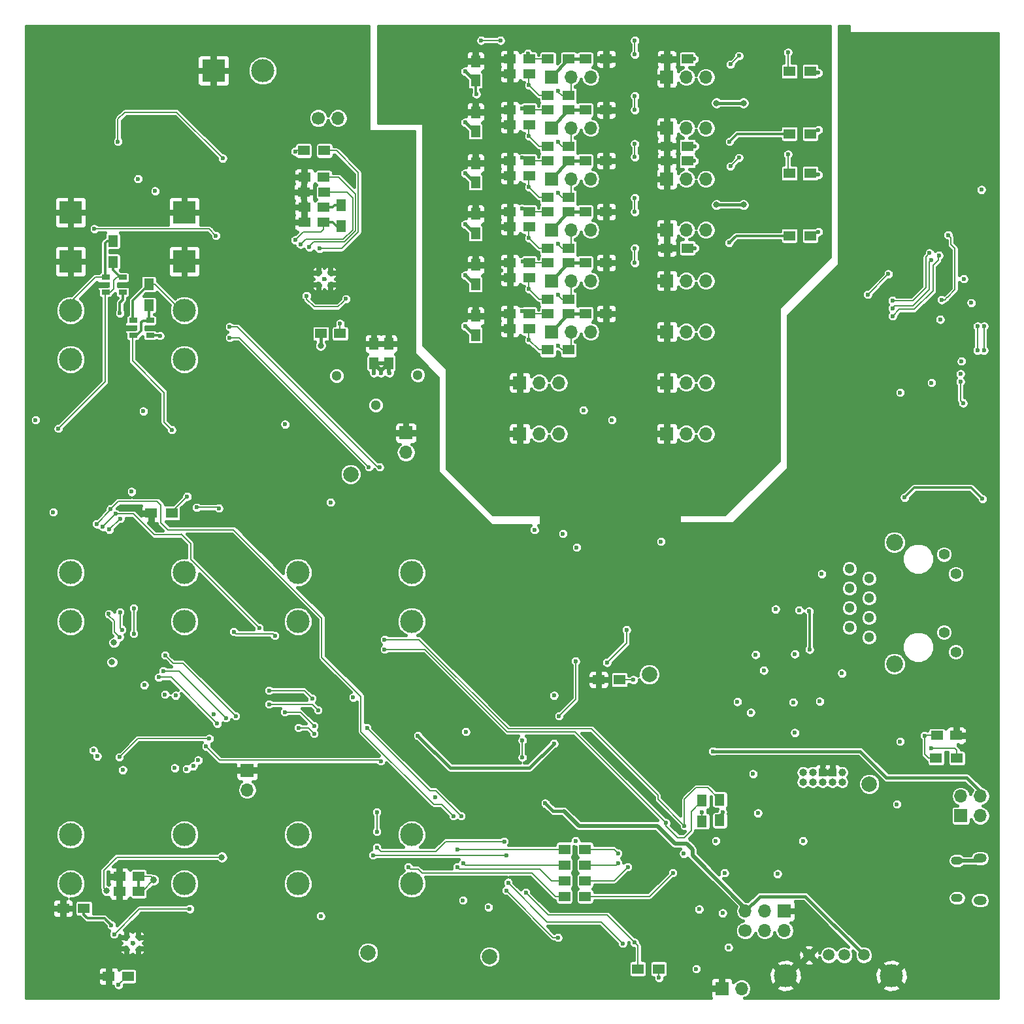
<source format=gbl>
G04 #@! TF.GenerationSoftware,KiCad,Pcbnew,(5.0.0)*
G04 #@! TF.CreationDate,2018-10-14T16:13:09-02:30*
G04 #@! TF.ProjectId,node,6E6F64652E6B696361645F7063620000,rev?*
G04 #@! TF.SameCoordinates,Original*
G04 #@! TF.FileFunction,Copper,L4,Bot,Signal*
G04 #@! TF.FilePolarity,Positive*
%FSLAX46Y46*%
G04 Gerber Fmt 4.6, Leading zero omitted, Abs format (unit mm)*
G04 Created by KiCad (PCBNEW (5.0.0)) date 10/14/18 16:13:09*
%MOMM*%
%LPD*%
G01*
G04 APERTURE LIST*
G04 #@! TA.AperFunction,ComponentPad*
%ADD10C,3.000000*%
G04 #@! TD*
G04 #@! TA.AperFunction,ComponentPad*
%ADD11R,1.700000X1.700000*%
G04 #@! TD*
G04 #@! TA.AperFunction,ComponentPad*
%ADD12O,1.700000X1.700000*%
G04 #@! TD*
G04 #@! TA.AperFunction,SMDPad,CuDef*
%ADD13R,1.500000X1.300000*%
G04 #@! TD*
G04 #@! TA.AperFunction,SMDPad,CuDef*
%ADD14R,1.250000X1.500000*%
G04 #@! TD*
G04 #@! TA.AperFunction,SMDPad,CuDef*
%ADD15R,1.500000X1.250000*%
G04 #@! TD*
G04 #@! TA.AperFunction,ComponentPad*
%ADD16C,1.700000*%
G04 #@! TD*
G04 #@! TA.AperFunction,ComponentPad*
%ADD17O,1.500000X1.100000*%
G04 #@! TD*
G04 #@! TA.AperFunction,ComponentPad*
%ADD18O,1.700000X1.200000*%
G04 #@! TD*
G04 #@! TA.AperFunction,SMDPad,CuDef*
%ADD19R,1.300000X1.500000*%
G04 #@! TD*
G04 #@! TA.AperFunction,ComponentPad*
%ADD20R,0.500000X0.500000*%
G04 #@! TD*
G04 #@! TA.AperFunction,ComponentPad*
%ADD21C,1.000000*%
G04 #@! TD*
G04 #@! TA.AperFunction,ComponentPad*
%ADD22O,1.000000X1.000000*%
G04 #@! TD*
G04 #@! TA.AperFunction,ComponentPad*
%ADD23R,1.000000X1.000000*%
G04 #@! TD*
G04 #@! TA.AperFunction,ComponentPad*
%ADD24C,7.700000*%
G04 #@! TD*
G04 #@! TA.AperFunction,ComponentPad*
%ADD25C,0.700000*%
G04 #@! TD*
G04 #@! TA.AperFunction,ComponentPad*
%ADD26R,3.000000X3.000000*%
G04 #@! TD*
G04 #@! TA.AperFunction,ComponentPad*
%ADD27C,0.400000*%
G04 #@! TD*
G04 #@! TA.AperFunction,ComponentPad*
%ADD28C,1.300000*%
G04 #@! TD*
G04 #@! TA.AperFunction,ComponentPad*
%ADD29C,2.184400*%
G04 #@! TD*
G04 #@! TA.AperFunction,ComponentPad*
%ADD30C,1.408000*%
G04 #@! TD*
G04 #@! TA.AperFunction,ComponentPad*
%ADD31C,1.501140*%
G04 #@! TD*
G04 #@! TA.AperFunction,ComponentPad*
%ADD32C,2.999740*%
G04 #@! TD*
G04 #@! TA.AperFunction,SMDPad,CuDef*
%ADD33R,1.060000X0.650000*%
G04 #@! TD*
G04 #@! TA.AperFunction,ComponentPad*
%ADD34C,2.000000*%
G04 #@! TD*
G04 #@! TA.AperFunction,ViaPad*
%ADD35C,0.600000*%
G04 #@! TD*
G04 #@! TA.AperFunction,ViaPad*
%ADD36C,0.800000*%
G04 #@! TD*
G04 #@! TA.AperFunction,ViaPad*
%ADD37C,1.300000*%
G04 #@! TD*
G04 #@! TA.AperFunction,Conductor*
%ADD38C,0.300000*%
G04 #@! TD*
G04 #@! TA.AperFunction,Conductor*
%ADD39C,0.200000*%
G04 #@! TD*
G04 #@! TA.AperFunction,Conductor*
%ADD40C,0.160000*%
G04 #@! TD*
G04 #@! TA.AperFunction,Conductor*
%ADD41C,0.400000*%
G04 #@! TD*
G04 #@! TA.AperFunction,Conductor*
%ADD42C,0.500000*%
G04 #@! TD*
G04 APERTURE END LIST*
D10*
G04 #@! TO.P,J1502,1*
G04 #@! TO.N,+24V*
X35770000Y-71325000D03*
G04 #@! TO.P,J1502,2*
G04 #@! TO.N,/Actuator Interface/SOL1_OUT2*
X35770000Y-77675000D03*
G04 #@! TD*
G04 #@! TO.P,J1507,1*
G04 #@! TO.N,+24V*
X35770000Y-105295000D03*
G04 #@! TO.P,J1507,2*
G04 #@! TO.N,/Actuator Interface/SOL2_OUT3*
X35770000Y-111645000D03*
G04 #@! TD*
D11*
G04 #@! TO.P,J303,1*
G04 #@! TO.N,GND*
X90683080Y-125227080D03*
D12*
G04 #@! TO.P,J303,2*
G04 #@! TO.N,+5V*
X93223080Y-125227080D03*
G04 #@! TD*
D10*
G04 #@! TO.P,J1506,1*
G04 #@! TO.N,+24V*
X21040000Y-105295000D03*
G04 #@! TO.P,J1506,2*
G04 #@! TO.N,/Actuator Interface/SOL2_OUT2*
X21040000Y-111645000D03*
G04 #@! TD*
D13*
G04 #@! TO.P,R1008,1*
G04 #@! TO.N,Net-(R1004-Pad1)*
X86250000Y-29300000D03*
G04 #@! TO.P,R1008,2*
G04 #@! TO.N,GND*
X83550000Y-29300000D03*
G04 #@! TD*
G04 #@! TO.P,R1007,1*
G04 #@! TO.N,Net-(R1003-Pad1)*
X86250000Y-18000000D03*
G04 #@! TO.P,R1007,2*
G04 #@! TO.N,GND*
X83550000Y-18000000D03*
G04 #@! TD*
G04 #@! TO.P,R1012,1*
G04 #@! TO.N,/Sensors/ADC/ADC_CH12*
X102150000Y-27700000D03*
G04 #@! TO.P,R1012,2*
G04 #@! TO.N,Net-(J1004-Pad2)*
X99450000Y-27700000D03*
G04 #@! TD*
G04 #@! TO.P,R1011,1*
G04 #@! TO.N,/Sensors/ADC/ADC_CH13*
X102150000Y-19600000D03*
G04 #@! TO.P,R1011,2*
G04 #@! TO.N,Net-(J1003-Pad2)*
X99450000Y-19600000D03*
G04 #@! TD*
D11*
G04 #@! TO.P,J1004,1*
G04 #@! TO.N,GND*
X83560000Y-26950000D03*
D12*
G04 #@! TO.P,J1004,2*
G04 #@! TO.N,Net-(J1004-Pad2)*
X86100000Y-26950000D03*
G04 #@! TO.P,J1004,3*
G04 #@! TO.N,+5V*
X88640000Y-26950000D03*
G04 #@! TD*
D11*
G04 #@! TO.P,J1003,1*
G04 #@! TO.N,GND*
X83560000Y-20350000D03*
D12*
G04 #@! TO.P,J1003,2*
G04 #@! TO.N,Net-(J1003-Pad2)*
X86100000Y-20350000D03*
G04 #@! TO.P,J1003,3*
G04 #@! TO.N,+5V*
X88640000Y-20350000D03*
G04 #@! TD*
D14*
G04 #@! TO.P,C1804,1*
G04 #@! TO.N,GND*
X58770000Y-38090000D03*
G04 #@! TO.P,C1804,2*
G04 #@! TO.N,+5V*
X58770000Y-40590000D03*
G04 #@! TD*
G04 #@! TO.P,C1711,1*
G04 #@! TO.N,GND*
X58770000Y-31490000D03*
G04 #@! TO.P,C1711,2*
G04 #@! TO.N,+5V*
X58770000Y-33990000D03*
G04 #@! TD*
G04 #@! TO.P,C1604,1*
G04 #@! TO.N,GND*
X58770000Y-24890000D03*
G04 #@! TO.P,C1604,2*
G04 #@! TO.N,+5V*
X58770000Y-27390000D03*
G04 #@! TD*
G04 #@! TO.P,C1521,1*
G04 #@! TO.N,GND*
X58770000Y-18290000D03*
G04 #@! TO.P,C1521,2*
G04 #@! TO.N,+5V*
X58770000Y-20790000D03*
G04 #@! TD*
D15*
G04 #@! TO.P,C1803,1*
G04 #@! TO.N,Net-(C1802-Pad1)*
X65720000Y-39740000D03*
G04 #@! TO.P,C1803,2*
G04 #@! TO.N,GND*
X63220000Y-39740000D03*
G04 #@! TD*
G04 #@! TO.P,C1710,1*
G04 #@! TO.N,Net-(C1709-Pad1)*
X65720000Y-33140000D03*
G04 #@! TO.P,C1710,2*
G04 #@! TO.N,GND*
X63220000Y-33140000D03*
G04 #@! TD*
G04 #@! TO.P,C1603,1*
G04 #@! TO.N,Net-(C1602-Pad1)*
X65720000Y-26540000D03*
G04 #@! TO.P,C1603,2*
G04 #@! TO.N,GND*
X63220000Y-26540000D03*
G04 #@! TD*
G04 #@! TO.P,C1520,1*
G04 #@! TO.N,Net-(C1519-Pad1)*
X65720000Y-19940000D03*
G04 #@! TO.P,C1520,2*
G04 #@! TO.N,GND*
X63220000Y-19940000D03*
G04 #@! TD*
G04 #@! TO.P,C1801,1*
G04 #@! TO.N,GND*
X63220000Y-37800000D03*
G04 #@! TO.P,C1801,2*
G04 #@! TO.N,Net-(C1801-Pad2)*
X65720000Y-37800000D03*
G04 #@! TD*
G04 #@! TO.P,C1708,1*
G04 #@! TO.N,GND*
X63220000Y-31200000D03*
G04 #@! TO.P,C1708,2*
G04 #@! TO.N,Net-(C1708-Pad2)*
X65720000Y-31200000D03*
G04 #@! TD*
G04 #@! TO.P,C1601,1*
G04 #@! TO.N,GND*
X63220000Y-24600000D03*
G04 #@! TO.P,C1601,2*
G04 #@! TO.N,Net-(C1601-Pad2)*
X65720000Y-24600000D03*
G04 #@! TD*
G04 #@! TO.P,C1518,1*
G04 #@! TO.N,GND*
X63220000Y-18000000D03*
G04 #@! TO.P,C1518,2*
G04 #@! TO.N,Net-(C1518-Pad2)*
X65720000Y-18000000D03*
G04 #@! TD*
D13*
G04 #@! TO.P,R1802,1*
G04 #@! TO.N,Net-(C1801-Pad2)*
X68140000Y-37800000D03*
G04 #@! TO.P,R1802,2*
G04 #@! TO.N,/Sensors/ADC/TC_to_Volt/tc_to_v_5/-IN*
X70840000Y-37800000D03*
G04 #@! TD*
G04 #@! TO.P,R1704,1*
G04 #@! TO.N,Net-(C1708-Pad2)*
X68140000Y-31200000D03*
G04 #@! TO.P,R1704,2*
G04 #@! TO.N,/Sensors/ADC/TC_to_Volt/tc_to_v_4/-IN*
X70840000Y-31200000D03*
G04 #@! TD*
G04 #@! TO.P,R1602,1*
G04 #@! TO.N,Net-(C1601-Pad2)*
X68140000Y-24600000D03*
G04 #@! TO.P,R1602,2*
G04 #@! TO.N,/Sensors/ADC/TC_to_Volt/tc_to_v_3/-IN*
X70840000Y-24600000D03*
G04 #@! TD*
G04 #@! TO.P,R1511,1*
G04 #@! TO.N,Net-(C1518-Pad2)*
X68140000Y-18000000D03*
G04 #@! TO.P,R1511,2*
G04 #@! TO.N,/Sensors/ADC/TC_to_Volt/tc_to_v_2/-IN*
X70840000Y-18000000D03*
G04 #@! TD*
G04 #@! TO.P,R1801,1*
G04 #@! TO.N,GND*
X75690000Y-37800000D03*
G04 #@! TO.P,R1801,2*
G04 #@! TO.N,/Sensors/ADC/TC_to_Volt/tc_to_v_5/-IN*
X72990000Y-37800000D03*
G04 #@! TD*
G04 #@! TO.P,R1703,1*
G04 #@! TO.N,GND*
X75690000Y-31200000D03*
G04 #@! TO.P,R1703,2*
G04 #@! TO.N,/Sensors/ADC/TC_to_Volt/tc_to_v_4/-IN*
X72990000Y-31200000D03*
G04 #@! TD*
G04 #@! TO.P,R1601,1*
G04 #@! TO.N,GND*
X75690000Y-24600000D03*
G04 #@! TO.P,R1601,2*
G04 #@! TO.N,/Sensors/ADC/TC_to_Volt/tc_to_v_3/-IN*
X72990000Y-24600000D03*
G04 #@! TD*
G04 #@! TO.P,R1510,1*
G04 #@! TO.N,GND*
X75690000Y-18000000D03*
G04 #@! TO.P,R1510,2*
G04 #@! TO.N,/Sensors/ADC/TC_to_Volt/tc_to_v_2/-IN*
X72990000Y-18000000D03*
G04 #@! TD*
G04 #@! TO.P,R1803,1*
G04 #@! TO.N,Net-(C1802-Pad1)*
X68140000Y-42500000D03*
G04 #@! TO.P,R1803,2*
G04 #@! TO.N,/Sensors/ADC/TC_to_Volt/tc_to_v_5/+IN*
X70840000Y-42500000D03*
G04 #@! TD*
G04 #@! TO.P,R1705,1*
G04 #@! TO.N,Net-(C1709-Pad1)*
X68140000Y-35900000D03*
G04 #@! TO.P,R1705,2*
G04 #@! TO.N,/Sensors/ADC/TC_to_Volt/tc_to_v_4/+IN*
X70840000Y-35900000D03*
G04 #@! TD*
G04 #@! TO.P,R1603,1*
G04 #@! TO.N,Net-(C1602-Pad1)*
X68140000Y-29300000D03*
G04 #@! TO.P,R1603,2*
G04 #@! TO.N,/Sensors/ADC/TC_to_Volt/tc_to_v_3/+IN*
X70840000Y-29300000D03*
G04 #@! TD*
G04 #@! TO.P,R1512,1*
G04 #@! TO.N,Net-(C1519-Pad1)*
X68140000Y-22700000D03*
G04 #@! TO.P,R1512,2*
G04 #@! TO.N,/Sensors/ADC/TC_to_Volt/tc_to_v_2/+IN*
X70840000Y-22700000D03*
G04 #@! TD*
D11*
G04 #@! TO.P,J1206,1*
G04 #@! TO.N,/Sensors/ADC/TC_to_Volt/tc_to_v_5/-IN*
X68590000Y-40150000D03*
D12*
G04 #@! TO.P,J1206,2*
G04 #@! TO.N,/Sensors/ADC/TC_to_Volt/tc_to_v_5/+IN*
X71130000Y-40150000D03*
G04 #@! TO.P,J1206,3*
G04 #@! TO.N,+5V*
X73670000Y-40150000D03*
G04 #@! TD*
D11*
G04 #@! TO.P,J1205,1*
G04 #@! TO.N,/Sensors/ADC/TC_to_Volt/tc_to_v_4/-IN*
X68590000Y-33550000D03*
D12*
G04 #@! TO.P,J1205,2*
G04 #@! TO.N,/Sensors/ADC/TC_to_Volt/tc_to_v_4/+IN*
X71130000Y-33550000D03*
G04 #@! TO.P,J1205,3*
G04 #@! TO.N,+5V*
X73670000Y-33550000D03*
G04 #@! TD*
D11*
G04 #@! TO.P,J1204,1*
G04 #@! TO.N,/Sensors/ADC/TC_to_Volt/tc_to_v_3/-IN*
X68590000Y-26950000D03*
D12*
G04 #@! TO.P,J1204,2*
G04 #@! TO.N,/Sensors/ADC/TC_to_Volt/tc_to_v_3/+IN*
X71130000Y-26950000D03*
G04 #@! TO.P,J1204,3*
G04 #@! TO.N,+5V*
X73670000Y-26950000D03*
G04 #@! TD*
D11*
G04 #@! TO.P,J1203,1*
G04 #@! TO.N,/Sensors/ADC/TC_to_Volt/tc_to_v_2/-IN*
X68590000Y-20350000D03*
D12*
G04 #@! TO.P,J1203,2*
G04 #@! TO.N,/Sensors/ADC/TC_to_Volt/tc_to_v_2/+IN*
X71130000Y-20350000D03*
G04 #@! TO.P,J1203,3*
G04 #@! TO.N,+5V*
X73670000Y-20350000D03*
G04 #@! TD*
D13*
G04 #@! TO.P,R1403,1*
G04 #@! TO.N,Net-(C1402-Pad1)*
X68140000Y-16100000D03*
G04 #@! TO.P,R1403,2*
G04 #@! TO.N,/Sensors/ADC/TC_to_Volt/tc_to_v_1/+IN*
X70840000Y-16100000D03*
G04 #@! TD*
D15*
G04 #@! TO.P,C1401,1*
G04 #@! TO.N,GND*
X63220000Y-11400000D03*
G04 #@! TO.P,C1401,2*
G04 #@! TO.N,Net-(C1401-Pad2)*
X65720000Y-11400000D03*
G04 #@! TD*
G04 #@! TO.P,C1403,1*
G04 #@! TO.N,Net-(C1402-Pad1)*
X65720000Y-13340000D03*
G04 #@! TO.P,C1403,2*
G04 #@! TO.N,GND*
X63220000Y-13340000D03*
G04 #@! TD*
D14*
G04 #@! TO.P,C1404,1*
G04 #@! TO.N,GND*
X58770000Y-11690000D03*
G04 #@! TO.P,C1404,2*
G04 #@! TO.N,+5V*
X58770000Y-14190000D03*
G04 #@! TD*
D13*
G04 #@! TO.P,R1401,1*
G04 #@! TO.N,GND*
X75690000Y-11400000D03*
G04 #@! TO.P,R1401,2*
G04 #@! TO.N,/Sensors/ADC/TC_to_Volt/tc_to_v_1/-IN*
X72990000Y-11400000D03*
G04 #@! TD*
G04 #@! TO.P,R1402,1*
G04 #@! TO.N,Net-(C1401-Pad2)*
X68140000Y-11400000D03*
G04 #@! TO.P,R1402,2*
G04 #@! TO.N,/Sensors/ADC/TC_to_Volt/tc_to_v_1/-IN*
X70840000Y-11400000D03*
G04 #@! TD*
D11*
G04 #@! TO.P,J1202,1*
G04 #@! TO.N,/Sensors/ADC/TC_to_Volt/tc_to_v_1/-IN*
X68590000Y-13750000D03*
D12*
G04 #@! TO.P,J1202,2*
G04 #@! TO.N,/Sensors/ADC/TC_to_Volt/tc_to_v_1/+IN*
X71130000Y-13750000D03*
G04 #@! TO.P,J1202,3*
G04 #@! TO.N,+5V*
X73670000Y-13750000D03*
G04 #@! TD*
D15*
G04 #@! TO.P,C402,1*
G04 #@! TO.N,/Power/Motor Supply/SS*
X39100000Y-20100000D03*
G04 #@! TO.P,C402,2*
G04 #@! TO.N,GND*
X36600000Y-20100000D03*
G04 #@! TD*
G04 #@! TO.P,C403,1*
G04 #@! TO.N,/Power/Motor Supply/COMP*
X39100000Y-25950000D03*
G04 #@! TO.P,C403,2*
G04 #@! TO.N,GND*
X36600000Y-25950000D03*
G04 #@! TD*
G04 #@! TO.P,C404,1*
G04 #@! TO.N,Net-(C404-Pad1)*
X39100000Y-24000000D03*
G04 #@! TO.P,C404,2*
G04 #@! TO.N,GND*
X36600000Y-24000000D03*
G04 #@! TD*
G04 #@! TO.P,C405,1*
G04 #@! TO.N,/Power/Motor Supply/SW*
X38725000Y-40375000D03*
G04 #@! TO.P,C405,2*
G04 #@! TO.N,Net-(C405-Pad2)*
X41225000Y-40375000D03*
G04 #@! TD*
D14*
G04 #@! TO.P,C406,1*
G04 #@! TO.N,+24V*
X45602776Y-44207268D03*
G04 #@! TO.P,C406,2*
G04 #@! TO.N,GND*
X45602776Y-41707268D03*
G04 #@! TD*
G04 #@! TO.P,C407,1*
G04 #@! TO.N,+24V*
X47502776Y-44207268D03*
G04 #@! TO.P,C407,2*
G04 #@! TO.N,GND*
X47502776Y-41707268D03*
G04 #@! TD*
D15*
G04 #@! TO.P,C501,1*
G04 #@! TO.N,/Power/5.5V (Noisy) Supply/24V0_R*
X15118580Y-112625060D03*
G04 #@! TO.P,C501,2*
G04 #@! TO.N,GND*
X12618580Y-112625060D03*
G04 #@! TD*
G04 #@! TO.P,C502,1*
G04 #@! TO.N,/Power/5.5V (Noisy) Supply/24V0_R*
X15118580Y-110725060D03*
G04 #@! TO.P,C502,2*
G04 #@! TO.N,GND*
X12618580Y-110725060D03*
G04 #@! TD*
G04 #@! TO.P,C505,1*
G04 #@! TO.N,Net-(C505-Pad1)*
X13750000Y-123650000D03*
G04 #@! TO.P,C505,2*
G04 #@! TO.N,GND*
X11250000Y-123650000D03*
G04 #@! TD*
G04 #@! TO.P,C1305,1*
G04 #@! TO.N,GND*
X63220000Y-4800000D03*
G04 #@! TO.P,C1305,2*
G04 #@! TO.N,Net-(C1305-Pad2)*
X65720000Y-4800000D03*
G04 #@! TD*
G04 #@! TO.P,C1307,1*
G04 #@! TO.N,Net-(C1306-Pad1)*
X65720000Y-6740000D03*
G04 #@! TO.P,C1307,2*
G04 #@! TO.N,GND*
X63220000Y-6740000D03*
G04 #@! TD*
D14*
G04 #@! TO.P,C1308,1*
G04 #@! TO.N,GND*
X58770000Y-5090000D03*
G04 #@! TO.P,C1308,2*
G04 #@! TO.N,+5V*
X58770000Y-7590000D03*
G04 #@! TD*
D15*
G04 #@! TO.P,C1702,1*
G04 #@! TO.N,/Microcontroller/RESET_L*
X118550000Y-92450000D03*
G04 #@! TO.P,C1702,2*
G04 #@! TO.N,GND*
X121050000Y-92450000D03*
G04 #@! TD*
D16*
G04 #@! TO.P,J302,1*
G04 #@! TO.N,/Power/ISENSE_P*
X38410000Y-12450000D03*
D12*
G04 #@! TO.P,J302,2*
G04 #@! TO.N,/Power/ISENSE_N*
X40950000Y-12450000D03*
G04 #@! TD*
D16*
G04 #@! TO.P,J1601,1*
G04 #@! TO.N,/Microcontroller/ISP_MISO*
X93726000Y-117729000D03*
D12*
G04 #@! TO.P,J1601,2*
G04 #@! TO.N,+5V*
X93726000Y-115189000D03*
G04 #@! TO.P,J1601,3*
G04 #@! TO.N,/Microcontroller/ISP_S1*
X96266000Y-117729000D03*
G04 #@! TO.P,J1601,4*
G04 #@! TO.N,/Microcontroller/ISP_MOSI*
X96266000Y-115189000D03*
G04 #@! TO.P,J1601,5*
G04 #@! TO.N,/Microcontroller/ISP_RESET_L*
X98806000Y-117729000D03*
D11*
G04 #@! TO.P,J1601,6*
G04 #@! TO.N,GND*
X98806000Y-115189000D03*
G04 #@! TD*
D17*
G04 #@! TO.P,J1602,6*
G04 #@! TO.N,/USB Interface/USB_SHLD*
X121150000Y-113500000D03*
X121150000Y-108660000D03*
D18*
X124150000Y-113810000D03*
X124150000Y-108350000D03*
G04 #@! TD*
D13*
G04 #@! TO.P,R402,1*
G04 #@! TO.N,/Power/Motor Supply/RT*
X39200000Y-22050000D03*
G04 #@! TO.P,R402,2*
G04 #@! TO.N,GND*
X36500000Y-22050000D03*
G04 #@! TD*
G04 #@! TO.P,R403,1*
G04 #@! TO.N,/Power/Motor Supply/EN*
X39200000Y-16675000D03*
G04 #@! TO.P,R403,2*
G04 #@! TO.N,/Power/ISENSE_N*
X36500000Y-16675000D03*
G04 #@! TD*
D19*
G04 #@! TO.P,R404,1*
G04 #@! TO.N,/Power/Motor Supply/COMP*
X41375000Y-26475000D03*
G04 #@! TO.P,R404,2*
G04 #@! TO.N,Net-(C404-Pad1)*
X41375000Y-23775000D03*
G04 #@! TD*
D13*
G04 #@! TO.P,R502,1*
G04 #@! TO.N,/Power/5.5V (Noisy) Supply/RT*
X8040360Y-114848640D03*
G04 #@! TO.P,R502,2*
G04 #@! TO.N,GND*
X5340360Y-114848640D03*
G04 #@! TD*
G04 #@! TO.P,R604,1*
G04 #@! TO.N,Net-(D601-Pad1)*
X77423000Y-85217000D03*
G04 #@! TO.P,R604,2*
G04 #@! TO.N,GND*
X74723000Y-85217000D03*
G04 #@! TD*
G04 #@! TO.P,R1009,1*
G04 #@! TO.N,/Sensors/ADC/ADC_CH15*
X102150000Y-6400000D03*
G04 #@! TO.P,R1009,2*
G04 #@! TO.N,Net-(J1001-Pad2)*
X99450000Y-6400000D03*
G04 #@! TD*
G04 #@! TO.P,R1010,1*
G04 #@! TO.N,/Sensors/ADC/ADC_CH14*
X102150000Y-14500000D03*
G04 #@! TO.P,R1010,2*
G04 #@! TO.N,Net-(J1002-Pad2)*
X99450000Y-14500000D03*
G04 #@! TD*
G04 #@! TO.P,R1305,1*
G04 #@! TO.N,GND*
X75690000Y-4800000D03*
G04 #@! TO.P,R1305,2*
G04 #@! TO.N,/Sensors/ADC/TC_to_Volt/tc_to_v_0/-IN*
X72990000Y-4800000D03*
G04 #@! TD*
G04 #@! TO.P,R1306,1*
G04 #@! TO.N,Net-(C1305-Pad2)*
X68140000Y-4800000D03*
G04 #@! TO.P,R1306,2*
G04 #@! TO.N,/Sensors/ADC/TC_to_Volt/tc_to_v_0/-IN*
X70840000Y-4800000D03*
G04 #@! TD*
G04 #@! TO.P,R1307,1*
G04 #@! TO.N,Net-(C1306-Pad1)*
X68140000Y-9500000D03*
G04 #@! TO.P,R1307,2*
G04 #@! TO.N,/Sensors/ADC/TC_to_Volt/tc_to_v_0/+IN*
X70840000Y-9500000D03*
G04 #@! TD*
G04 #@! TO.P,R1502,1*
G04 #@! TO.N,GND*
X16750000Y-63650000D03*
G04 #@! TO.P,R1502,2*
G04 #@! TO.N,/Actuator Interface/DAC2_CLR_SEL*
X19450000Y-63650000D03*
G04 #@! TD*
G04 #@! TO.P,R1506,1*
G04 #@! TO.N,+3V3*
X82503000Y-122682000D03*
G04 #@! TO.P,R1506,2*
G04 #@! TO.N,/Actuator Interface/DAC_ALARM_L*
X79803000Y-122682000D03*
G04 #@! TD*
D19*
G04 #@! TO.P,R1507,1*
G04 #@! TO.N,/Actuator Interface/DAC2_VIOUT*
X16440000Y-34000000D03*
G04 #@! TO.P,R1507,2*
G04 #@! TO.N,/Actuator Interface/DAC2_VSENSE+*
X16440000Y-36700000D03*
G04 #@! TD*
G04 #@! TO.P,R1508,1*
G04 #@! TO.N,/Actuator Interface/DAC1_VIOUT*
X11790000Y-28380000D03*
G04 #@! TO.P,R1508,2*
G04 #@! TO.N,/Actuator Interface/DAC1_VSENSE+*
X11790000Y-31080000D03*
G04 #@! TD*
D13*
G04 #@! TO.P,R1702,1*
G04 #@! TO.N,/Microcontroller/RESET_L*
X118450000Y-95400000D03*
G04 #@! TO.P,R1702,2*
G04 #@! TO.N,/Microcontroller/EXT_RESET_L*
X121150000Y-95400000D03*
G04 #@! TD*
D20*
G04 #@! TO.P,U401,11*
G04 #@! TO.N,GND*
X39200000Y-33275000D03*
X38450000Y-34025000D03*
X39950000Y-34025000D03*
X39950000Y-32525000D03*
X38450000Y-32525000D03*
G04 #@! TD*
G04 #@! TO.P,U501,11*
G04 #@! TO.N,GND*
X14325600Y-119331740D03*
X13575600Y-120081740D03*
X15075600Y-120081740D03*
X15075600Y-118581740D03*
X13575600Y-118581740D03*
G04 #@! TD*
D21*
G04 #@! TO.P,J2201,1*
G04 #@! TO.N,+3V3*
X106290000Y-97230000D03*
D22*
G04 #@! TO.P,J2201,2*
G04 #@! TO.N,/Microcontroller/SWDIO*
X106290000Y-98500000D03*
D23*
G04 #@! TO.P,J2201,3*
G04 #@! TO.N,GND*
X105020000Y-97230000D03*
D22*
G04 #@! TO.P,J2201,4*
G04 #@! TO.N,/Microcontroller/SWDCLK*
X105020000Y-98500000D03*
D23*
G04 #@! TO.P,J2201,5*
G04 #@! TO.N,GND*
X103750000Y-97230000D03*
D22*
G04 #@! TO.P,J2201,6*
G04 #@! TO.N,Net-(J2201-Pad6)*
X103750000Y-98500000D03*
G04 #@! TO.P,J2201,7*
G04 #@! TO.N,Net-(J2201-Pad7)*
X102480000Y-97230000D03*
G04 #@! TO.P,J2201,8*
G04 #@! TO.N,Net-(J2201-Pad8)*
X102480000Y-98500000D03*
G04 #@! TO.P,J2201,9*
G04 #@! TO.N,Net-(J2201-Pad9)*
X101210000Y-97230000D03*
G04 #@! TO.P,J2201,10*
G04 #@! TO.N,/Microcontroller/SWD_RESET_L*
X101210000Y-98500000D03*
G04 #@! TD*
D24*
G04 #@! TO.P,MK301,1*
G04 #@! TO.N,GND*
X120650000Y-120650000D03*
D25*
G04 #@! TO.P,MK301,*
G04 #@! TO.N,*
X117850000Y-120650000D03*
X122629890Y-122629890D03*
X120650000Y-123450000D03*
X118670110Y-122629890D03*
X123450000Y-120650000D03*
X118670110Y-118670110D03*
X120650000Y-117850000D03*
X122629890Y-118670110D03*
G04 #@! TD*
D24*
G04 #@! TO.P,MK302,1*
G04 #@! TO.N,GND*
X6350000Y-120650000D03*
D25*
G04 #@! TO.P,MK302,*
G04 #@! TO.N,*
X3550000Y-120650000D03*
X8329890Y-122629890D03*
X6350000Y-123450000D03*
X4370110Y-122629890D03*
X9150000Y-120650000D03*
X4370110Y-118670110D03*
X6350000Y-117850000D03*
X8329890Y-118670110D03*
G04 #@! TD*
D24*
G04 #@! TO.P,MK303,1*
G04 #@! TO.N,GND*
X120650000Y-6350000D03*
D25*
G04 #@! TO.P,MK303,*
G04 #@! TO.N,*
X117850000Y-6350000D03*
X122629890Y-8329890D03*
X120650000Y-9150000D03*
X118670110Y-8329890D03*
X123450000Y-6350000D03*
X118670110Y-4370110D03*
X120650000Y-3550000D03*
X122629890Y-4370110D03*
G04 #@! TD*
D24*
G04 #@! TO.P,MK304,1*
G04 #@! TO.N,GND*
X6350000Y-6350000D03*
D25*
G04 #@! TO.P,MK304,*
G04 #@! TO.N,*
X3550000Y-6350000D03*
X8329890Y-8329890D03*
X6350000Y-9150000D03*
X4370110Y-8329890D03*
X9150000Y-6350000D03*
X4370110Y-4370110D03*
X6350000Y-3550000D03*
X8329890Y-4370110D03*
G04 #@! TD*
D13*
G04 #@! TO.P,R1005,1*
G04 #@! TO.N,Net-(R1001-Pad1)*
X86250000Y-4800000D03*
G04 #@! TO.P,R1005,2*
G04 #@! TO.N,GND*
X83550000Y-4800000D03*
G04 #@! TD*
G04 #@! TO.P,R1006,1*
G04 #@! TO.N,Net-(R1002-Pad1)*
X86250000Y-16100000D03*
G04 #@! TO.P,R1006,2*
G04 #@! TO.N,GND*
X83550000Y-16100000D03*
G04 #@! TD*
D10*
G04 #@! TO.P,J2101,2*
G04 #@! TO.N,/Actuator Interface/DAC1_VIOUT*
X6310000Y-37375000D03*
D26*
G04 #@! TO.P,J2101,3*
G04 #@! TO.N,GND*
X6310000Y-31025000D03*
D10*
G04 #@! TO.P,J2101,1*
G04 #@! TO.N,+24V*
X6310000Y-43725000D03*
D26*
G04 #@! TO.P,J2101,4*
G04 #@! TO.N,GND*
X6310000Y-24675000D03*
G04 #@! TD*
D10*
G04 #@! TO.P,J2102,2*
G04 #@! TO.N,/Actuator Interface/DAC2_VIOUT*
X21040000Y-37375000D03*
D26*
G04 #@! TO.P,J2102,3*
G04 #@! TO.N,GND*
X21040000Y-31025000D03*
D10*
G04 #@! TO.P,J2102,1*
G04 #@! TO.N,+24V*
X21040000Y-43725000D03*
D26*
G04 #@! TO.P,J2102,4*
G04 #@! TO.N,GND*
X21040000Y-24675000D03*
G04 #@! TD*
D10*
G04 #@! TO.P,J1503,1*
G04 #@! TO.N,+24V*
X21040000Y-71325000D03*
G04 #@! TO.P,J1503,2*
G04 #@! TO.N,/Actuator Interface/SOL1_OUT3*
X21040000Y-77675000D03*
G04 #@! TD*
G04 #@! TO.P,J1501,1*
G04 #@! TO.N,+24V*
X50500000Y-71325000D03*
G04 #@! TO.P,J1501,2*
G04 #@! TO.N,/Actuator Interface/SOL1_OUT1*
X50500000Y-77675000D03*
G04 #@! TD*
G04 #@! TO.P,J1504,1*
G04 #@! TO.N,+24V*
X6310000Y-71325000D03*
G04 #@! TO.P,J1504,2*
G04 #@! TO.N,/Actuator Interface/SOL1_OUT4*
X6310000Y-77675000D03*
G04 #@! TD*
G04 #@! TO.P,J301,1*
G04 #@! TO.N,/Power/ISENSE_P*
X31175000Y-6310000D03*
D26*
G04 #@! TO.P,J301,2*
G04 #@! TO.N,GND*
X24825000Y-6310000D03*
G04 #@! TD*
D10*
G04 #@! TO.P,J1508,1*
G04 #@! TO.N,+24V*
X50500000Y-105295000D03*
G04 #@! TO.P,J1508,2*
G04 #@! TO.N,/Actuator Interface/SOL2_OUT4*
X50500000Y-111645000D03*
G04 #@! TD*
G04 #@! TO.P,J1505,1*
G04 #@! TO.N,+24V*
X6310000Y-105295000D03*
G04 #@! TO.P,J1505,2*
G04 #@! TO.N,/Actuator Interface/SOL2_OUT1*
X6310000Y-111645000D03*
G04 #@! TD*
D27*
G04 #@! TO.P,U1504,1*
G04 #@! TO.N,GND*
X21730000Y-57515000D03*
X23680000Y-57515000D03*
X19780000Y-57515000D03*
X22380000Y-58415000D03*
X21080000Y-58415000D03*
X22380000Y-56615000D03*
X21080000Y-56615000D03*
G04 #@! TD*
G04 #@! TO.P,U1503,1*
G04 #@! TO.N,GND*
X7000000Y-57515000D03*
X8950000Y-57515000D03*
X5050000Y-57515000D03*
X7650000Y-58415000D03*
X6350000Y-58415000D03*
X7650000Y-56615000D03*
X6350000Y-56615000D03*
G04 #@! TD*
D11*
G04 #@! TO.P,J1001,1*
G04 #@! TO.N,GND*
X83560000Y-7150000D03*
D12*
G04 #@! TO.P,J1001,2*
G04 #@! TO.N,Net-(J1001-Pad2)*
X86100000Y-7150000D03*
G04 #@! TO.P,J1001,3*
G04 #@! TO.N,+5V*
X88640000Y-7150000D03*
G04 #@! TD*
D11*
G04 #@! TO.P,J1002,1*
G04 #@! TO.N,GND*
X83560000Y-13750000D03*
D12*
G04 #@! TO.P,J1002,2*
G04 #@! TO.N,Net-(J1002-Pad2)*
X86100000Y-13750000D03*
G04 #@! TO.P,J1002,3*
G04 #@! TO.N,+5V*
X88640000Y-13750000D03*
G04 #@! TD*
D11*
G04 #@! TO.P,J1101,1*
G04 #@! TO.N,GND*
X64490000Y-46750000D03*
D12*
G04 #@! TO.P,J1101,2*
G04 #@! TO.N,Net-(J1101-Pad2)*
X67030000Y-46750000D03*
G04 #@! TO.P,J1101,3*
G04 #@! TO.N,Net-(F1101-Pad2)*
X69570000Y-46750000D03*
G04 #@! TD*
D11*
G04 #@! TO.P,J1102,1*
G04 #@! TO.N,GND*
X64490000Y-53350000D03*
D12*
G04 #@! TO.P,J1102,2*
G04 #@! TO.N,Net-(J1102-Pad2)*
X67030000Y-53350000D03*
G04 #@! TO.P,J1102,3*
G04 #@! TO.N,Net-(F1102-Pad2)*
X69570000Y-53350000D03*
G04 #@! TD*
D11*
G04 #@! TO.P,J1201,1*
G04 #@! TO.N,/Sensors/ADC/TC_to_Volt/tc_to_v_0/-IN*
X68590000Y-7150000D03*
D12*
G04 #@! TO.P,J1201,2*
G04 #@! TO.N,/Sensors/ADC/TC_to_Volt/tc_to_v_0/+IN*
X71130000Y-7150000D03*
G04 #@! TO.P,J1201,3*
G04 #@! TO.N,+5V*
X73670000Y-7150000D03*
G04 #@! TD*
D11*
G04 #@! TO.P,J1900,1*
G04 #@! TO.N,GND*
X83560000Y-33550000D03*
D12*
G04 #@! TO.P,J1900,2*
G04 #@! TO.N,Net-(J1900-Pad2)*
X86100000Y-33550000D03*
G04 #@! TO.P,J1900,3*
G04 #@! TO.N,+5V*
X88640000Y-33550000D03*
G04 #@! TD*
D11*
G04 #@! TO.P,J1901,1*
G04 #@! TO.N,GND*
X83560000Y-40150000D03*
D12*
G04 #@! TO.P,J1901,2*
G04 #@! TO.N,Net-(J1901-Pad2)*
X86100000Y-40150000D03*
G04 #@! TO.P,J1901,3*
G04 #@! TO.N,+5V*
X88640000Y-40150000D03*
G04 #@! TD*
D11*
G04 #@! TO.P,J1902,1*
G04 #@! TO.N,GND*
X83560000Y-46750000D03*
D12*
G04 #@! TO.P,J1902,2*
G04 #@! TO.N,Net-(J1902-Pad2)*
X86100000Y-46750000D03*
G04 #@! TO.P,J1902,3*
G04 #@! TO.N,+5V*
X88640000Y-46750000D03*
G04 #@! TD*
D11*
G04 #@! TO.P,J1903,1*
G04 #@! TO.N,GND*
X83560000Y-53350000D03*
D12*
G04 #@! TO.P,J1903,2*
G04 #@! TO.N,Net-(J1903-Pad2)*
X86100000Y-53350000D03*
G04 #@! TO.P,J1903,3*
G04 #@! TO.N,+5V*
X88640000Y-53350000D03*
G04 #@! TD*
D28*
G04 #@! TO.P,J201,R8*
G04 #@! TO.N,/Network_Interface/RX_C_N*
X107211910Y-70855790D03*
G04 #@! TO.P,J201,R7*
G04 #@! TO.N,/Network_Interface/RX_C_P*
X109751910Y-72125790D03*
G04 #@! TO.P,J201,R6*
G04 #@! TO.N,Net-(J201-PadR6)*
X107211910Y-73395790D03*
G04 #@! TO.P,J201,R5*
G04 #@! TO.N,Net-(J201-PadR5)*
X109751910Y-74665791D03*
G04 #@! TO.P,J201,R4*
G04 #@! TO.N,Net-(J201-PadR4)*
X107211910Y-75935791D03*
G04 #@! TO.P,J201,R3*
G04 #@! TO.N,/Network_Interface/TCT_RCT*
X109751910Y-77205790D03*
G04 #@! TO.P,J201,R2*
G04 #@! TO.N,/Network_Interface/TX_R_N*
X107211910Y-78475790D03*
G04 #@! TO.P,J201,R1*
G04 #@! TO.N,/Network_Interface/TX_R_P*
X109751910Y-79745790D03*
D29*
G04 #@! TO.P,J201,SH*
G04 #@! TO.N,Net-(J201-PadSH)*
X113051910Y-83175790D03*
X113051910Y-67425790D03*
D30*
G04 #@! TO.P,J201,L1*
G04 #@! TO.N,3V3A_W5500*
X119480500Y-68974530D03*
G04 #@! TO.P,J201,L4*
G04 #@! TO.N,/Network_Interface/ACT_LED_R*
X121000500Y-81624530D03*
G04 #@! TO.P,J201,L3*
G04 #@! TO.N,3V3A_W5500*
X119480000Y-79086380D03*
G04 #@! TO.P,J201,L2*
G04 #@! TO.N,/Network_Interface/LINK_LED_R*
X121000000Y-71516380D03*
G04 #@! TD*
D19*
G04 #@! TO.P,R2003,1*
G04 #@! TO.N,+3V3*
X90424000Y-103458000D03*
G04 #@! TO.P,R2003,2*
G04 #@! TO.N,/Microcontroller/PB02*
X90424000Y-100758000D03*
G04 #@! TD*
G04 #@! TO.P,R2004,1*
G04 #@! TO.N,+3V3*
X88138000Y-103585000D03*
G04 #@! TO.P,R2004,2*
G04 #@! TO.N,/Microcontroller/PB03*
X88138000Y-100885000D03*
G04 #@! TD*
D11*
G04 #@! TO.P,J801,1*
G04 #@! TO.N,/Power/5V0_USB*
X121660000Y-102850000D03*
D12*
G04 #@! TO.P,J801,2*
G04 #@! TO.N,+5V*
X121660000Y-100310000D03*
G04 #@! TO.P,J801,3*
G04 #@! TO.N,/Power/5V0_USB*
X124200000Y-102850000D03*
G04 #@! TO.P,J801,4*
G04 #@! TO.N,/Power/3.3V (Clean) Supply/5V5*
X124200000Y-100310000D03*
G04 #@! TD*
D11*
G04 #@! TO.P,J802,1*
G04 #@! TO.N,GND*
X49750000Y-53250000D03*
D12*
G04 #@! TO.P,J802,2*
G04 #@! TO.N,/Power/5V (Clean) Supply/ENABLE*
X49750000Y-55790000D03*
G04 #@! TD*
D11*
G04 #@! TO.P,J803,1*
G04 #@! TO.N,GND*
X29184600Y-96941640D03*
D12*
G04 #@! TO.P,J803,2*
G04 #@! TO.N,/Power/5.5V (Noisy) Supply/ENABLE*
X29184600Y-99481640D03*
G04 #@! TD*
D31*
G04 #@! TO.P,P2101,4*
G04 #@! TO.N,GND*
X101980140Y-120901880D03*
G04 #@! TO.P,P2101,3*
G04 #@! TO.N,N/C*
X104520140Y-120901880D03*
G04 #@! TO.P,P2101,2*
X106552140Y-120901880D03*
G04 #@! TO.P,P2101,1*
G04 #@! TO.N,+5V*
X109092140Y-120901880D03*
D32*
G04 #@! TO.P,P2101,5*
G04 #@! TO.N,GND*
X98932140Y-123568880D03*
X112648140Y-123568880D03*
G04 #@! TD*
D33*
G04 #@! TO.P,U1505,1*
G04 #@! TO.N,/Actuator Interface/DAC1_VSENSE+*
X10843080Y-34991080D03*
G04 #@! TO.P,U1505,2*
G04 #@! TO.N,GND*
X10843080Y-34041080D03*
G04 #@! TO.P,U1505,3*
G04 #@! TO.N,/Actuator Interface/DAC1_VIOUT*
X10843080Y-33091080D03*
G04 #@! TO.P,U1505,4*
G04 #@! TO.N,/Actuator Interface/DAC1_VSENSE+*
X13043080Y-33091080D03*
G04 #@! TO.P,U1505,5*
G04 #@! TO.N,/Actuator Interface/24V0_DAC*
X13043080Y-34991080D03*
G04 #@! TD*
G04 #@! TO.P,U1506,1*
G04 #@! TO.N,/Actuator Interface/DAC2_VSENSE+*
X14399080Y-40579080D03*
G04 #@! TO.P,U1506,2*
G04 #@! TO.N,GND*
X14399080Y-39629080D03*
G04 #@! TO.P,U1506,3*
G04 #@! TO.N,/Actuator Interface/DAC2_VIOUT*
X14399080Y-38679080D03*
G04 #@! TO.P,U1506,4*
G04 #@! TO.N,/Actuator Interface/DAC2_VSENSE+*
X16599080Y-38679080D03*
G04 #@! TO.P,U1506,5*
G04 #@! TO.N,/Actuator Interface/24V0_DAC*
X16599080Y-40579080D03*
G04 #@! TD*
D34*
G04 #@! TO.P,TP401,1*
G04 #@! TO.N,+24V*
X42600880Y-58602880D03*
G04 #@! TD*
G04 #@! TO.P,TP501,1*
G04 #@! TO.N,/Power/3.3V (Clean) Supply/5V5*
X44836080Y-120578880D03*
G04 #@! TD*
G04 #@! TO.P,TP601,1*
G04 #@! TO.N,+5V*
X81285080Y-84536280D03*
G04 #@! TD*
G04 #@! TO.P,TP701,1*
G04 #@! TO.N,+3V3*
X60584080Y-121086880D03*
G04 #@! TD*
G04 #@! TO.P,TP801,1*
G04 #@! TO.N,/Power/5V0_USB*
X109783880Y-98734880D03*
G04 #@! TD*
D13*
G04 #@! TO.P,R2329,1*
G04 #@! TO.N,/Microcontroller/PA12*
X72983080Y-107193080D03*
G04 #@! TO.P,R2329,2*
G04 #@! TO.N,/Actuator Interface/Q0*
X70283080Y-107193080D03*
G04 #@! TD*
G04 #@! TO.P,R2330,1*
G04 #@! TO.N,/Microcontroller/PA27*
X72983080Y-109225080D03*
G04 #@! TO.P,R2330,2*
G04 #@! TO.N,/Actuator Interface/Q1*
X70283080Y-109225080D03*
G04 #@! TD*
G04 #@! TO.P,R2331,1*
G04 #@! TO.N,/Microcontroller/PB12*
X72983080Y-113289080D03*
G04 #@! TO.P,R2331,2*
G04 #@! TO.N,/Actuator Interface/Q2*
X70283080Y-113289080D03*
G04 #@! TD*
G04 #@! TO.P,R2332,1*
G04 #@! TO.N,/Microcontroller/PB13*
X72983080Y-111257080D03*
G04 #@! TO.P,R2332,2*
G04 #@! TO.N,/Actuator Interface/Q3*
X70283080Y-111257080D03*
G04 #@! TD*
D35*
G04 #@! TO.N,*
X100150000Y-81900000D03*
G04 #@! TO.N,GND*
X62097920Y-32171640D03*
X109347000Y-118999000D03*
X109474000Y-114681000D03*
X111709200Y-42316400D03*
X118821200Y-39776400D03*
X45720000Y-26352500D03*
X112903000Y-18034000D03*
X112903000Y-16192500D03*
X112776000Y-14287500D03*
X112776000Y-12319000D03*
X88265000Y-65659000D03*
X52578000Y-96393000D03*
X91821000Y-93027500D03*
X81470500Y-100203000D03*
X83566000Y-106743500D03*
X77089000Y-106299000D03*
D36*
X8763000Y-92329000D03*
X4064000Y-92202000D03*
X3937000Y-90678000D03*
X8636000Y-90678000D03*
D35*
X15875000Y-88392000D03*
X123698000Y-92392500D03*
X115570000Y-92329000D03*
X119126000Y-48006000D03*
D36*
X18288000Y-91757500D03*
X17335500Y-94234000D03*
X23177500Y-90487500D03*
X23368000Y-91757500D03*
D35*
X113284000Y-25654000D03*
X74342000Y-79756000D03*
X91757500Y-55054500D03*
X91821000Y-48260000D03*
X91630500Y-42164000D03*
X91757500Y-35052000D03*
X121539000Y-84201000D03*
X105156000Y-87503000D03*
X123190000Y-58039000D03*
X113792000Y-50673000D03*
X113030000Y-30480000D03*
X90805000Y-118110000D03*
X95123000Y-111379000D03*
X82550000Y-109728000D03*
X3556000Y-12827000D03*
X77465000Y-66000000D03*
X75692000Y-64516000D03*
X75692000Y-60325000D03*
X75692000Y-67000000D03*
X77470000Y-60325000D03*
X77465000Y-64500000D03*
X119925000Y-109800000D03*
D37*
X23000000Y-115600000D03*
D35*
X69469000Y-105410000D03*
X93472000Y-107061000D03*
X88265000Y-97917000D03*
X84455000Y-96647000D03*
X83693000Y-94361000D03*
X105460800Y-46502320D03*
X105460800Y-44597320D03*
X105460800Y-42692320D03*
X105460800Y-40787320D03*
X86487000Y-72517000D03*
X84201000Y-77978000D03*
X84455000Y-75311000D03*
X65676780Y-87200740D03*
X78740000Y-73787000D03*
X71120000Y-75565000D03*
X71755000Y-77216000D03*
X69088000Y-77978000D03*
X71374000Y-73660000D03*
X77297280Y-75316080D03*
X50007520Y-116758720D03*
X44761960Y-124747280D03*
X13159740Y-49004220D03*
X2032000Y-56134000D03*
X40248840Y-54792880D03*
X38557200Y-58755280D03*
X74904600Y-114498120D03*
X62628780Y-99982020D03*
X60845700Y-100241100D03*
X61917580Y-89258140D03*
X60822840Y-92181680D03*
D36*
X52539900Y-90030300D03*
X55135780Y-88201500D03*
X50327560Y-88193880D03*
D35*
X55166260Y-86700360D03*
X53675280Y-85577680D03*
X62738000Y-85344000D03*
D36*
X63246000Y-71882000D03*
X60706000Y-73914000D03*
X60706000Y-69850000D03*
D35*
X64008000Y-68580000D03*
X61468000Y-68580000D03*
X58928000Y-67310000D03*
X69004180Y-67119500D03*
X56875680Y-73319640D03*
X44980860Y-86586060D03*
X16060420Y-48978820D03*
X24033480Y-47701200D03*
X29603700Y-55618380D03*
X18506440Y-53195220D03*
X1778000Y-48966120D03*
X4091940Y-53213000D03*
X10835640Y-48905160D03*
X3766820Y-65758060D03*
X5514340Y-65836800D03*
X20030440Y-61625480D03*
X11805920Y-88412320D03*
X36068000Y-115570000D03*
X35814000Y-124968000D03*
X31668720Y-111023400D03*
X26408380Y-115051840D03*
X11300460Y-122527060D03*
X5509260Y-116037360D03*
X123291600Y-47955200D03*
X125500000Y-46900000D03*
X126000000Y-40050000D03*
X125750000Y-33400000D03*
X6150000Y-95300000D03*
X25000000Y-61350000D03*
X10250000Y-61400000D03*
X5400000Y-61450000D03*
X3150000Y-61500000D03*
X12650000Y-59700000D03*
X84900000Y-65100000D03*
X82700000Y-70400000D03*
X76565000Y-68000000D03*
X50900000Y-9500000D03*
X52100000Y-4400000D03*
X50500000Y-2400000D03*
X62400000Y-55500000D03*
X62500000Y-53700000D03*
X62400000Y-48700000D03*
X62500000Y-47000000D03*
X93600000Y-19800000D03*
X98400000Y-24600000D03*
X98600000Y-21000000D03*
X98400000Y-11400000D03*
X98600000Y-7800000D03*
X93600000Y-6600000D03*
X61600000Y-38950000D03*
X61600000Y-25750000D03*
X61600000Y-19150000D03*
X61600000Y-12550000D03*
X61600000Y-5950000D03*
X44255000Y-34725000D03*
X47480000Y-35850000D03*
D36*
X58166000Y-71882000D03*
D35*
X15557500Y-63627000D03*
D37*
X29825000Y-27550000D03*
D35*
G04 #@! TO.N,+3V3*
X90805000Y-102362000D03*
X88138000Y-102362000D03*
X82550000Y-123825000D03*
X40005000Y-62230000D03*
X42926000Y-87503000D03*
X91059000Y-110236000D03*
X71755000Y-106108500D03*
X101219000Y-106108500D03*
X92710000Y-88074500D03*
X113792000Y-93218000D03*
X100139500Y-92075000D03*
X94424500Y-89471500D03*
X60452000Y-114681000D03*
X89916000Y-106100000D03*
X90805000Y-115443000D03*
X57531000Y-91948000D03*
X4064000Y-63500000D03*
X14224000Y-60833000D03*
X57150000Y-113792000D03*
G04 #@! TO.N,Net-(C405-Pad2)*
X41225000Y-39075000D03*
G04 #@! TO.N,+24V*
X15875000Y-85915500D03*
X13081000Y-96901000D03*
X15049500Y-20320000D03*
X17272000Y-21907500D03*
D37*
X51308000Y-45720000D03*
D35*
X72771000Y-50292000D03*
D37*
X40767000Y-45847000D03*
X45847000Y-49657000D03*
D35*
X46550000Y-45500000D03*
X47600000Y-45500000D03*
X45600000Y-45500000D03*
X34099500Y-52133500D03*
G04 #@! TO.N,Net-(C505-Pad1)*
X12532360Y-124752100D03*
G04 #@! TO.N,/Power/3.3V (Clean) Supply/5V5*
X68961000Y-93472000D03*
X89535000Y-94488000D03*
X53594000Y-100457000D03*
X38735000Y-115824000D03*
X51308000Y-92456000D03*
G04 #@! TO.N,+5V*
X67818000Y-101219000D03*
X68961000Y-87249000D03*
X58877200Y-9347200D03*
X66421000Y-65786000D03*
X76454000Y-51562000D03*
X97917000Y-110363000D03*
X82804000Y-67310000D03*
X71882000Y-68072000D03*
X70104000Y-66294000D03*
D36*
X90000000Y-23700000D03*
X93500000Y-23700000D03*
X90000000Y-10500000D03*
X93500000Y-10500000D03*
D35*
X57430000Y-39410000D03*
X57430000Y-32810000D03*
X57430000Y-26210000D03*
X57430000Y-19610000D03*
X57430000Y-13010000D03*
X57430000Y-6410000D03*
G04 #@! TO.N,Net-(C1305-Pad2)*
X65560000Y-4100000D03*
G04 #@! TO.N,Net-(C1306-Pad1)*
X65700000Y-8210000D03*
G04 #@! TO.N,Net-(C1401-Pad2)*
X64800000Y-11200000D03*
G04 #@! TO.N,Net-(C1402-Pad1)*
X65700000Y-14810000D03*
G04 #@! TO.N,/Actuator Interface/24V0_DAC*
X15748000Y-50419000D03*
X17886680Y-40645080D03*
X12700000Y-37719000D03*
X1778000Y-51562000D03*
G04 #@! TO.N,Net-(C1601-Pad2)*
X64800000Y-24200000D03*
G04 #@! TO.N,Net-(C1602-Pad1)*
X65700000Y-28010000D03*
G04 #@! TO.N,Net-(C1708-Pad2)*
X64900000Y-31000000D03*
G04 #@! TO.N,Net-(C1709-Pad1)*
X65700000Y-34610000D03*
G04 #@! TO.N,Net-(C1801-Pad2)*
X64800000Y-37500000D03*
G04 #@! TO.N,Net-(C1802-Pad1)*
X65700000Y-41210000D03*
G04 #@! TO.N,/Power/ISENSE_N*
X35400000Y-16800000D03*
D36*
G04 #@! TO.N,/Actuator Interface/SOL1_OUT1*
X11684000Y-82931000D03*
D35*
G04 #@! TO.N,/Actuator Interface/DAC_ALARM_L*
X55885080Y-102875080D03*
X65283080Y-112781080D03*
X9658413Y-65041587D03*
X11490000Y-63100000D03*
X79375000Y-119253000D03*
G04 #@! TO.N,/Actuator Interface/SOL2_OUT1*
X19812000Y-96647000D03*
G04 #@! TO.N,/Actuator Interface/SOL2_OUT2*
X21336000Y-96774000D03*
G04 #@! TO.N,/Actuator Interface/SOL2_OUT3*
X22225000Y-96393000D03*
G04 #@! TO.N,/Actuator Interface/SOL2_OUT4*
X22860000Y-95631000D03*
D36*
G04 #@! TO.N,/Actuator Interface/SOL1_OUT2*
X11938000Y-80391000D03*
G04 #@! TO.N,/Power/5.5V (Noisy) Supply/ENABLE*
X10985500Y-112585500D03*
X25908000Y-108204000D03*
D35*
G04 #@! TO.N,/Sensors/ADC/POWER_SEQ_ADC*
X71755000Y-82804000D03*
X69596000Y-89916000D03*
G04 #@! TO.N,Net-(R903-Pad2)*
X78359000Y-78740000D03*
X75798680Y-83012280D03*
G04 #@! TO.N,Net-(R1001-Pad1)*
X87100000Y-4800000D03*
G04 #@! TO.N,Net-(R1002-Pad1)*
X87200000Y-16100000D03*
G04 #@! TO.N,Net-(R1003-Pad1)*
X87100000Y-18000000D03*
G04 #@! TO.N,Net-(R1004-Pad1)*
X87200000Y-29300000D03*
G04 #@! TO.N,/Actuator Interface/DAC2_VSENSE+*
X19431000Y-52832000D03*
G04 #@! TO.N,/Actuator Interface/DAC1_VSENSE+*
X4725000Y-52670040D03*
G04 #@! TO.N,/Sensors/ADC/TC_to_Volt/tc_vref*
X79400000Y-31200000D03*
X79400000Y-29300000D03*
X79400000Y-24600000D03*
X79400000Y-22800000D03*
X79400000Y-17500000D03*
X79400000Y-15800000D03*
X79400000Y-11400000D03*
X79400000Y-9600000D03*
X79400000Y-4200000D03*
X79400000Y-2400000D03*
X62000000Y-2400000D03*
X59500000Y-2400000D03*
G04 #@! TO.N,/Actuator Interface/SOL1_DATAOUT*
X9779000Y-95123000D03*
X19939000Y-87249000D03*
G04 #@! TO.N,/Power/Motor Supply/SS*
X37250000Y-29175010D03*
G04 #@! TO.N,/Power/Motor Supply/COMP*
X35425000Y-28250000D03*
D36*
G04 #@! TO.N,/Power/Motor Supply/SW*
X38700000Y-41925000D03*
D35*
G04 #@! TO.N,/Power/Motor Supply/RT*
X36100000Y-28825000D03*
G04 #@! TO.N,/Power/Motor Supply/EN*
X38550000Y-29375000D03*
G04 #@! TO.N,/Power/Motor Supply/FB*
X41990000Y-35890000D03*
X36875000Y-35500000D03*
G04 #@! TO.N,3V3A_W5500*
X117856000Y-46736000D03*
X113792000Y-48006000D03*
X106235500Y-84391500D03*
X96139000Y-84010500D03*
X95059500Y-81978500D03*
X121729500Y-43942000D03*
X121602500Y-45593000D03*
X123000000Y-36400000D03*
X103378000Y-88011000D03*
X99949000Y-88138000D03*
X103632000Y-71501000D03*
X124333000Y-21717000D03*
X102000000Y-76350000D03*
X102050000Y-81300000D03*
G04 #@! TO.N,/Network_Interface/LINK_LED_R*
X123802342Y-39422255D03*
X123800000Y-42550000D03*
G04 #@! TO.N,/Network_Interface/ACT_LED_R*
X124646995Y-39414277D03*
X124650000Y-42550000D03*
G04 #@! TO.N,/Network_Interface/RSVD1*
X112800000Y-36100000D03*
X117600000Y-29950000D03*
G04 #@! TO.N,/Network_Interface/RSVD3*
X117800000Y-30850000D03*
X112800000Y-37100000D03*
G04 #@! TO.N,/Network_Interface/RSVD5*
X118825000Y-30250000D03*
X112800000Y-38100000D03*
G04 #@! TO.N,/Network_Interface/RSVD0*
X119150000Y-36000000D03*
X120000000Y-27600000D03*
G04 #@! TO.N,/Network_Interface/1V2_VBG_NC*
X122047000Y-33274000D03*
X118999000Y-38544500D03*
G04 #@! TO.N,/Actuator Interface/DAC_CLR*
X11255080Y-76705080D03*
X12642249Y-79691000D03*
X17730080Y-84905080D03*
X25297458Y-90887702D03*
X30739080Y-78491080D03*
X62997080Y-111511080D03*
X77851000Y-119380000D03*
X10440000Y-65400000D03*
X12120000Y-63730000D03*
G04 #@! TO.N,/Actuator Interface/DAC_CS*
X25527000Y-62992000D03*
X22650000Y-62900000D03*
X12740000Y-64350000D03*
X11320000Y-65780000D03*
G04 #@! TO.N,/Actuator Interface/DAC2_CLR_SEL*
X21400000Y-61490000D03*
G04 #@! TO.N,/Network_Interface/TX_N*
X100711000Y-76200000D03*
X97649998Y-76073000D03*
G04 #@! TO.N,/Network_Interface/REF_RES*
X121600000Y-46600000D03*
X121950000Y-49400000D03*
G04 #@! TO.N,/Microcontroller/RESET_L*
X85742780Y-107751880D03*
X116967000Y-92456000D03*
X94742000Y-97409000D03*
G04 #@! TO.N,Net-(D601-Pad1)*
X79248000Y-85217000D03*
G04 #@! TO.N,Net-(J1001-Pad2)*
X99249990Y-3949990D03*
X92900000Y-4400000D03*
X91800000Y-5500000D03*
G04 #@! TO.N,Net-(J1002-Pad2)*
X91694000Y-15494000D03*
G04 #@! TO.N,Net-(J1003-Pad2)*
X92900000Y-17600000D03*
X99249990Y-17149990D03*
X91800000Y-18700000D03*
G04 #@! TO.N,Net-(J1004-Pad2)*
X91643200Y-28600400D03*
G04 #@! TO.N,/Sensors/ADC/TC_to_Volt/tc_to_v_0/+IN*
X69510000Y-8950000D03*
G04 #@! TO.N,/Sensors/ADC/TC_to_Volt/tc_to_v_1/+IN*
X69490000Y-15570000D03*
G04 #@! TO.N,/Sensors/ADC/TC_to_Volt/tc_to_v_3/+IN*
X69490000Y-28770000D03*
G04 #@! TO.N,/Sensors/ADC/TC_to_Volt/tc_to_v_4/+IN*
X69490000Y-35370000D03*
G04 #@! TO.N,/Sensors/ADC/TC_to_Volt/tc_to_v_5/+IN*
X69490000Y-41970000D03*
G04 #@! TO.N,/Microcontroller/EXT_RESET_L*
X117856000Y-94107000D03*
X87757000Y-114935000D03*
X95377000Y-102489000D03*
G04 #@! TO.N,/Microcontroller/PA12*
X77221080Y-107701080D03*
G04 #@! TO.N,Net-(C1518-Pad2)*
X64800000Y-17600000D03*
G04 #@! TO.N,Net-(C1519-Pad1)*
X65700000Y-21410000D03*
G04 #@! TO.N,/Sensors/ADC/TC_to_Volt/tc_to_v_2/+IN*
X69490000Y-22170000D03*
G04 #@! TO.N,/Sensors/ADC/ADC_CH15*
X103200000Y-6600000D03*
G04 #@! TO.N,/Sensors/ADC/ADC_CH14*
X103200000Y-14000000D03*
G04 #@! TO.N,/Sensors/ADC/ADC_CH13*
X103200000Y-19800000D03*
G04 #@! TO.N,/Sensors/ADC/ADC_CH12*
X103200000Y-27200000D03*
G04 #@! TO.N,Net-(C209-Pad1)*
X124450000Y-61800000D03*
X114350000Y-61600000D03*
G04 #@! TO.N,/Microcontroller/ADC_CS*
X64825880Y-93070680D03*
X64820800Y-95285560D03*
G04 #@! TO.N,/Actuator Interface/SOL_DAC_MOSI*
X12705080Y-76459080D03*
X12959080Y-78745080D03*
X18293080Y-84079080D03*
X26421080Y-90175080D03*
X45471080Y-107955080D03*
X62743080Y-107955080D03*
G04 #@! TO.N,/Actuator Interface/SOL_DAC_MISO*
X62489080Y-106177080D03*
X45979080Y-106939080D03*
X27691080Y-89921080D03*
X14483080Y-75951080D03*
X14483080Y-79253080D03*
X18547080Y-82047080D03*
G04 #@! TO.N,/Microcontroller/ISP_MISO*
X87376000Y-122682000D03*
X91567000Y-119888000D03*
D36*
G04 #@! TO.N,/Power/5.5V (Noisy) Supply/24V0_R*
X17081500Y-111125000D03*
X17081500Y-111188500D03*
D35*
G04 #@! TO.N,/Power/5.5V (Noisy) Supply/RT*
X11600180Y-117043200D03*
G04 #@! TO.N,/Power/5.5V (Noisy) Supply/FB*
X21760180Y-114909600D03*
X11940540Y-118201440D03*
G04 #@! TO.N,/Power/5V0_USB*
X113365280Y-101351080D03*
G04 #@! TO.N,/Microcontroller/NETW_C0*
X112268000Y-32639000D03*
X109601000Y-35306000D03*
G04 #@! TO.N,/Actuator Interface/SOL_DAC_C0*
X24892000Y-89662000D03*
X9271000Y-94361000D03*
X18542000Y-87122000D03*
G04 #@! TO.N,/Actuator Interface/SOL_DAC_S1*
X27437080Y-78999080D03*
X32771080Y-79507080D03*
X44709080Y-91445080D03*
X56901080Y-102875080D03*
G04 #@! TO.N,/Actuator Interface/SOL_DAC_C1*
X69469000Y-118618000D03*
X46487080Y-95763080D03*
X62743080Y-112527080D03*
X23876000Y-93853000D03*
G04 #@! TO.N,/Microcontroller/PB02*
X26924000Y-39497000D03*
X46355000Y-57658000D03*
X46990000Y-80010000D03*
X26035000Y-17653000D03*
X12446000Y-15494000D03*
X85852000Y-104140000D03*
G04 #@! TO.N,/Microcontroller/PB03*
X25146000Y-27686000D03*
X9398000Y-26797000D03*
X46990000Y-81280000D03*
X44958000Y-57658000D03*
X26924000Y-40894000D03*
X83439000Y-103759000D03*
G04 #@! TO.N,/Actuator Interface/Q0*
X32009080Y-88397080D03*
X38359080Y-89159080D03*
X56393080Y-107193080D03*
X24277320Y-92847160D03*
X12621260Y-95239840D03*
G04 #@! TO.N,/Actuator Interface/Q1*
X57155080Y-108971080D03*
X32009080Y-86619080D03*
X37597080Y-87635080D03*
G04 #@! TO.N,/Actuator Interface/Q2*
X45979080Y-102367080D03*
X37851080Y-92207080D03*
X35819080Y-91445080D03*
X45979080Y-104907080D03*
X50043080Y-109479080D03*
G04 #@! TO.N,/Actuator Interface/Q3*
X56393080Y-109479080D03*
X37851080Y-91191080D03*
X34041080Y-89413080D03*
G04 #@! TO.N,/Microcontroller/PA27*
X77221080Y-108971080D03*
G04 #@! TO.N,/Microcontroller/PB12*
X84333080Y-110241080D03*
G04 #@! TO.N,/Microcontroller/PB13*
X78491080Y-109479080D03*
G04 #@! TD*
D38*
G04 #@! TO.N,GND*
X14274000Y-39624000D02*
X14320000Y-39670000D01*
D39*
X74342000Y-79756000D02*
X74295000Y-79756000D01*
D38*
X77297280Y-75316080D02*
X77289660Y-75316080D01*
X13159740Y-49004220D02*
X13159740Y-49011840D01*
X69004180Y-67119500D02*
X69004180Y-67122040D01*
D40*
X44980860Y-86586060D02*
X44988480Y-86593680D01*
D38*
X16060420Y-48978820D02*
X16060420Y-48988980D01*
X10835640Y-48905160D02*
X10843260Y-48905160D01*
D40*
X20030440Y-61625480D02*
X20035520Y-61630560D01*
D41*
X11805920Y-88412320D02*
X11805920Y-88417400D01*
D39*
X31668720Y-111023400D02*
X31683960Y-111023400D01*
X16750000Y-63650000D02*
X15580500Y-63650000D01*
X15580500Y-63650000D02*
X15557500Y-63627000D01*
D40*
G04 #@! TO.N,+3V3*
X90424000Y-103458000D02*
X90424000Y-102743000D01*
X90424000Y-102743000D02*
X90805000Y-102362000D01*
X88138000Y-103585000D02*
X88138000Y-102362000D01*
D39*
X82503000Y-122682000D02*
X82503000Y-123778000D01*
X82503000Y-123778000D02*
X82550000Y-123825000D01*
D38*
G04 #@! TO.N,Net-(C404-Pad1)*
X39100000Y-24000000D02*
X40262000Y-24000000D01*
X40487000Y-23775000D02*
X41375000Y-23775000D01*
X40262000Y-24000000D02*
X40487000Y-23775000D01*
D40*
G04 #@! TO.N,Net-(C405-Pad2)*
X41225000Y-40375000D02*
X41225000Y-39075000D01*
D42*
G04 #@! TO.N,+24V*
X46550000Y-45500000D02*
X46550000Y-45154492D01*
X46550000Y-45154492D02*
X45602776Y-44207268D01*
X46550000Y-45500000D02*
X46550000Y-45160044D01*
X46550000Y-45160044D02*
X47502776Y-44207268D01*
X47502776Y-44207268D02*
X47502776Y-45402776D01*
X47502776Y-45402776D02*
X47600000Y-45500000D01*
X45602776Y-44207268D02*
X45602776Y-45497224D01*
X45602776Y-45497224D02*
X45600000Y-45500000D01*
X47502776Y-44207268D02*
X47502776Y-44222224D01*
X47502776Y-44207268D02*
X45602776Y-44207268D01*
D39*
G04 #@! TO.N,Net-(C505-Pad1)*
X12532360Y-124752100D02*
X13634460Y-123650000D01*
X13634460Y-123650000D02*
X13750000Y-123650000D01*
D41*
G04 #@! TO.N,/Power/3.3V (Clean) Supply/5V5*
X124200000Y-100310000D02*
X124200000Y-99689000D01*
X124200000Y-99689000D02*
X122428000Y-97917000D01*
X122428000Y-97917000D02*
X112014000Y-97917000D01*
X112014000Y-97917000D02*
X108585000Y-94488000D01*
X108585000Y-94488000D02*
X89535000Y-94488000D01*
X55499000Y-96647000D02*
X51308000Y-92456000D01*
X65786000Y-96647000D02*
X55499000Y-96647000D01*
X68961000Y-93472000D02*
X65786000Y-96647000D01*
D42*
G04 #@! TO.N,+5V*
X72141080Y-104145080D02*
X70231000Y-102235000D01*
X82301080Y-104145080D02*
X72141080Y-104145080D01*
X84587080Y-106431080D02*
X82301080Y-104145080D01*
X86111080Y-106431080D02*
X84587080Y-106431080D01*
X86873080Y-107193080D02*
X86111080Y-106431080D01*
X86873080Y-107955080D02*
X86873080Y-107193080D01*
X93726000Y-114808000D02*
X86873080Y-107955080D01*
X93726000Y-115189000D02*
X93726000Y-114808000D01*
D41*
X68834000Y-102235000D02*
X70231000Y-102235000D01*
X67818000Y-101219000D02*
X68834000Y-102235000D01*
X93500000Y-23700000D02*
X90000000Y-23700000D01*
X93500000Y-10500000D02*
X90000000Y-10500000D01*
X109092140Y-120901880D02*
X109090880Y-120901880D01*
X109090880Y-120901880D02*
X101473000Y-113284000D01*
X101473000Y-113284000D02*
X95631000Y-113284000D01*
X95631000Y-113284000D02*
X93726000Y-115189000D01*
D38*
X58770000Y-7590000D02*
X58770000Y-9240000D01*
X58770000Y-9240000D02*
X58877200Y-9347200D01*
D41*
X58610000Y-40590000D02*
X57430000Y-39410000D01*
X58610000Y-33990000D02*
X57430000Y-32810000D01*
X58610000Y-27390000D02*
X57430000Y-26210000D01*
X58610000Y-20790000D02*
X57430000Y-19610000D01*
X58770000Y-40590000D02*
X58610000Y-40590000D01*
X58770000Y-33990000D02*
X58610000Y-33990000D01*
X58770000Y-27390000D02*
X58610000Y-27390000D01*
X58770000Y-20790000D02*
X58610000Y-20790000D01*
X58770000Y-14190000D02*
X58610000Y-14190000D01*
X58610000Y-14190000D02*
X57430000Y-13010000D01*
X58770000Y-7590000D02*
X58610000Y-7590000D01*
X58610000Y-7590000D02*
X57430000Y-6410000D01*
D40*
G04 #@! TO.N,Net-(C1305-Pad2)*
X65560000Y-4100000D02*
X65560000Y-4640000D01*
X65560000Y-4640000D02*
X65720000Y-4800000D01*
X68140000Y-4800000D02*
X65720000Y-4800000D01*
G04 #@! TO.N,Net-(C1306-Pad1)*
X65700000Y-8210000D02*
X65700000Y-6760000D01*
X65700000Y-6760000D02*
X65720000Y-6740000D01*
X68140000Y-9500000D02*
X66990000Y-9500000D01*
X66990000Y-9500000D02*
X65700000Y-8210000D01*
X68140000Y-9500000D02*
X68040000Y-9500000D01*
G04 #@! TO.N,Net-(C1401-Pad2)*
X64800000Y-11200000D02*
X65520000Y-11200000D01*
X65520000Y-11200000D02*
X65720000Y-11400000D01*
X68140000Y-11400000D02*
X65720000Y-11400000D01*
G04 #@! TO.N,Net-(C1402-Pad1)*
X65700000Y-14810000D02*
X65700000Y-13360000D01*
X65700000Y-13360000D02*
X65720000Y-13340000D01*
X66990000Y-16100000D02*
X65700000Y-14810000D01*
X68140000Y-16100000D02*
X68040000Y-16100000D01*
X68140000Y-16100000D02*
X66990000Y-16100000D01*
D38*
G04 #@! TO.N,/Actuator Interface/24V0_DAC*
X17820680Y-40579080D02*
X16599080Y-40579080D01*
X17886680Y-40645080D02*
X17820680Y-40579080D01*
X12700000Y-36332160D02*
X13043080Y-35989080D01*
X13043080Y-35989080D02*
X13043080Y-34991080D01*
X12700000Y-37719000D02*
X12700000Y-36332160D01*
D39*
G04 #@! TO.N,/Actuator Interface/DAC2_VIOUT*
X21040000Y-37375000D02*
X20611000Y-37375000D01*
X20611000Y-37375000D02*
X17236000Y-34000000D01*
X17236000Y-34000000D02*
X16440000Y-34000000D01*
D38*
X16440000Y-34000000D02*
X16434240Y-34000000D01*
X16434240Y-34000000D02*
X14320000Y-36114240D01*
X14320000Y-36114240D02*
X14320000Y-38720000D01*
D39*
G04 #@! TO.N,/Actuator Interface/DAC1_VIOUT*
X6310000Y-37375000D02*
X6310000Y-36298500D01*
X6310000Y-36298500D02*
X9538500Y-33070000D01*
X9538500Y-33070000D02*
X10760000Y-33070000D01*
D38*
X11790000Y-28380000D02*
X11030640Y-28380000D01*
X10760000Y-28650640D02*
X10760000Y-33070000D01*
X11030640Y-28380000D02*
X10760000Y-28650640D01*
D40*
G04 #@! TO.N,Net-(C1601-Pad2)*
X64800000Y-24200000D02*
X65320000Y-24200000D01*
X65320000Y-24200000D02*
X65720000Y-24600000D01*
X68140000Y-24600000D02*
X65720000Y-24600000D01*
G04 #@! TO.N,Net-(C1602-Pad1)*
X68140000Y-29300000D02*
X66990000Y-29300000D01*
X66990000Y-29300000D02*
X65700000Y-28010000D01*
X68140000Y-29300000D02*
X68040000Y-29300000D01*
X65700000Y-26560000D02*
X65720000Y-26540000D01*
X65700000Y-28010000D02*
X65700000Y-26560000D01*
G04 #@! TO.N,Net-(C1708-Pad2)*
X64900000Y-31000000D02*
X65520000Y-31000000D01*
X65520000Y-31000000D02*
X65720000Y-31200000D01*
X68140000Y-31200000D02*
X65720000Y-31200000D01*
G04 #@! TO.N,Net-(C1709-Pad1)*
X68140000Y-35900000D02*
X66990000Y-35900000D01*
X65700000Y-33160000D02*
X65720000Y-33140000D01*
X65700000Y-34610000D02*
X65700000Y-33160000D01*
X66990000Y-35900000D02*
X65700000Y-34610000D01*
X68140000Y-35900000D02*
X68040000Y-35900000D01*
G04 #@! TO.N,Net-(C1801-Pad2)*
X68140000Y-37800000D02*
X65720000Y-37800000D01*
X64800000Y-37500000D02*
X65420000Y-37500000D01*
G04 #@! TO.N,Net-(C1802-Pad1)*
X68140000Y-42500000D02*
X66990000Y-42500000D01*
X65700000Y-39760000D02*
X65720000Y-39740000D01*
X65700000Y-41210000D02*
X65700000Y-39760000D01*
X66990000Y-42500000D02*
X65700000Y-41210000D01*
X68140000Y-42500000D02*
X68040000Y-42500000D01*
D39*
G04 #@! TO.N,/Power/ISENSE_N*
X36500000Y-16675000D02*
X35525000Y-16675000D01*
X35525000Y-16675000D02*
X35400000Y-16800000D01*
D40*
G04 #@! TO.N,/Actuator Interface/DAC_ALARM_L*
X68707000Y-115697000D02*
X68199000Y-115697000D01*
X55885080Y-102875080D02*
X54361080Y-101351080D01*
X54361080Y-101351080D02*
X53345080Y-101351080D01*
X53345080Y-101351080D02*
X43942000Y-91948000D01*
X43942000Y-91948000D02*
X43942000Y-89096312D01*
D39*
X11490000Y-63100000D02*
X12487000Y-62103000D01*
X43942000Y-89096312D02*
X43942000Y-87376000D01*
X43942000Y-87376000D02*
X38862000Y-82296000D01*
X38862000Y-82296000D02*
X38862000Y-77216000D01*
X18034000Y-63627000D02*
X18034000Y-62611000D01*
X38862000Y-77216000D02*
X27432000Y-65786000D01*
X27432000Y-65786000D02*
X18923000Y-65786000D01*
X18923000Y-65786000D02*
X18034000Y-64897000D01*
X18034000Y-64897000D02*
X18034000Y-63627000D01*
X17526000Y-62103000D02*
X12487000Y-62103000D01*
X18034000Y-62611000D02*
X17526000Y-62103000D01*
D40*
X68707000Y-115697000D02*
X70617080Y-115697000D01*
X68199000Y-115697000D02*
X65283080Y-112781080D01*
X11490000Y-63210000D02*
X11490000Y-63100000D01*
X9658413Y-65041587D02*
X11490000Y-63210000D01*
D39*
X79803000Y-122682000D02*
X79803000Y-119681000D01*
X79803000Y-119681000D02*
X79375000Y-119253000D01*
X79375000Y-119253000D02*
X75819000Y-115697000D01*
X75819000Y-115697000D02*
X70617080Y-115697000D01*
X70617080Y-115697000D02*
X70542688Y-115697000D01*
D41*
G04 #@! TO.N,/Actuator Interface/SOL2_OUT3*
X35572000Y-111645000D02*
X35770000Y-111645000D01*
D39*
G04 #@! TO.N,/Power/5.5V (Noisy) Supply/ENABLE*
X10985500Y-112585500D02*
X10604500Y-112204500D01*
X10604500Y-112204500D02*
X10604500Y-109918500D01*
X10604500Y-109918500D02*
X12319000Y-108204000D01*
X12319000Y-108204000D02*
X25908000Y-108204000D01*
D40*
G04 #@! TO.N,/Sensors/ADC/POWER_SEQ_ADC*
X71755000Y-87757000D02*
X71755000Y-82804000D01*
X69596000Y-89916000D02*
X71755000Y-87757000D01*
D39*
G04 #@! TO.N,Net-(R903-Pad2)*
X78359000Y-80451960D02*
X78359000Y-78740000D01*
X75798680Y-83012280D02*
X78359000Y-80451960D01*
G04 #@! TO.N,Net-(R1001-Pad1)*
X87100000Y-4800000D02*
X86250000Y-4800000D01*
G04 #@! TO.N,Net-(R1002-Pad1)*
X87200000Y-16100000D02*
X86250000Y-16100000D01*
G04 #@! TO.N,Net-(R1003-Pad1)*
X87100000Y-18000000D02*
X86250000Y-18000000D01*
G04 #@! TO.N,Net-(R1004-Pad1)*
X87200000Y-29300000D02*
X86250000Y-29300000D01*
G04 #@! TO.N,/Actuator Interface/DAC2_VSENSE+*
X14320000Y-40620000D02*
X14320000Y-43911000D01*
X18415000Y-51816000D02*
X19431000Y-52832000D01*
X18415000Y-48006000D02*
X18415000Y-51816000D01*
X14320000Y-43911000D02*
X18415000Y-48006000D01*
D38*
X14320000Y-40620000D02*
X14894240Y-40620000D01*
X15702040Y-38720000D02*
X16520000Y-38720000D01*
X15483840Y-38938200D02*
X15702040Y-38720000D01*
X15483840Y-40030400D02*
X15483840Y-38938200D01*
X14894240Y-40620000D02*
X15483840Y-40030400D01*
X16440000Y-36700000D02*
X16440000Y-38640000D01*
X16440000Y-38640000D02*
X16520000Y-38720000D01*
D39*
G04 #@! TO.N,/Actuator Interface/DAC1_VSENSE+*
X10760000Y-34970000D02*
X11512000Y-34970000D01*
X12332500Y-33070000D02*
X12960000Y-33070000D01*
X11938000Y-33464500D02*
X12332500Y-33070000D01*
X11938000Y-34544000D02*
X11938000Y-33464500D01*
X11512000Y-34970000D02*
X11938000Y-34544000D01*
X10760000Y-34970000D02*
X10760000Y-46635040D01*
X10760000Y-46635040D02*
X4725000Y-52670040D01*
D38*
X12960000Y-33070000D02*
X12755080Y-33070000D01*
X12755080Y-33070000D02*
X11790000Y-32104920D01*
X11790000Y-32104920D02*
X11790000Y-31080000D01*
D39*
G04 #@! TO.N,/Sensors/ADC/TC_to_Volt/tc_vref*
X79400000Y-29300000D02*
X79400000Y-31200000D01*
X79400000Y-22800000D02*
X79400000Y-24600000D01*
X79400000Y-15800000D02*
X79400000Y-17500000D01*
X79400000Y-9600000D02*
X79400000Y-11400000D01*
X79400000Y-2400000D02*
X79400000Y-4200000D01*
X59500000Y-2400000D02*
X62000000Y-2400000D01*
D40*
G04 #@! TO.N,/Power/Motor Supply/SS*
X41029600Y-20100000D02*
X39100000Y-20100000D01*
X43235202Y-22305602D02*
X41029600Y-20100000D01*
X43235202Y-27073118D02*
X43235202Y-22305602D01*
X41805118Y-28503202D02*
X43235202Y-27073118D01*
X37846000Y-28503202D02*
X41805118Y-28503202D01*
X37250000Y-29175010D02*
X37250000Y-29099202D01*
X37250000Y-29099202D02*
X37846000Y-28503202D01*
G04 #@! TO.N,/Power/Motor Supply/COMP*
X35425000Y-28250000D02*
X35425000Y-28227400D01*
X39100000Y-26838400D02*
X39100000Y-25950000D01*
X38709600Y-27228800D02*
X39100000Y-26838400D01*
X36423600Y-27228800D02*
X38709600Y-27228800D01*
X35425000Y-28227400D02*
X36423600Y-27228800D01*
D38*
X41375000Y-26475000D02*
X40800600Y-26475000D01*
X40800600Y-26475000D02*
X40275600Y-25950000D01*
X40275600Y-25950000D02*
X39100000Y-25950000D01*
D41*
G04 #@! TO.N,/Power/Motor Supply/SW*
X38725000Y-41900000D02*
X38700000Y-41925000D01*
X38725000Y-40375000D02*
X38725000Y-41900000D01*
D40*
G04 #@! TO.N,/Power/Motor Supply/RT*
X39200000Y-22050000D02*
X42116000Y-22050000D01*
X36781800Y-28143200D02*
X36100000Y-28825000D01*
X41656000Y-28143200D02*
X36781800Y-28143200D01*
X42875200Y-26924000D02*
X41656000Y-28143200D01*
X42875200Y-22809200D02*
X42875200Y-26924000D01*
X42116000Y-22050000D02*
X42875200Y-22809200D01*
G04 #@! TO.N,/Power/Motor Supply/EN*
X38550000Y-29375000D02*
X41442440Y-29375000D01*
X40754200Y-16675000D02*
X39200000Y-16675000D01*
X43595204Y-19516004D02*
X40754200Y-16675000D01*
X43595204Y-27222236D02*
X43595204Y-19516004D01*
X41442440Y-29375000D02*
X43595204Y-27222236D01*
X39200000Y-16675000D02*
X39300000Y-16675000D01*
G04 #@! TO.N,/Power/Motor Supply/FB*
X37850736Y-36900000D02*
X40980000Y-36900000D01*
X40980000Y-36900000D02*
X41500000Y-36380000D01*
X41500000Y-36380000D02*
X41990000Y-35890000D01*
X36875000Y-35500000D02*
X36875000Y-35924264D01*
X36875000Y-35924264D02*
X37850736Y-36900000D01*
D38*
G04 #@! TO.N,3V3A_W5500*
X102050000Y-81300000D02*
X102050000Y-76400000D01*
X102050000Y-76400000D02*
X102000000Y-76350000D01*
D40*
G04 #@! TO.N,/Network_Interface/LINK_LED_R*
X123802342Y-42547658D02*
X123800000Y-42550000D01*
X123802342Y-39422255D02*
X123802342Y-42547658D01*
G04 #@! TO.N,/Network_Interface/ACT_LED_R*
X124646995Y-39414277D02*
X124646995Y-42546995D01*
X124646995Y-42546995D02*
X124650000Y-42550000D01*
D42*
G04 #@! TO.N,/USB Interface/USB_SHLD*
X121150000Y-108660000D02*
X123840000Y-108660000D01*
X123840000Y-108660000D02*
X124150000Y-108350000D01*
D40*
G04 #@! TO.N,/Network_Interface/RSVD1*
X112800000Y-36100000D02*
X113224264Y-36100000D01*
X113224264Y-36100000D02*
X115450000Y-36100000D01*
X115450000Y-36100000D02*
X117100000Y-34450000D01*
X117100000Y-34450000D02*
X117100000Y-30450000D01*
X117100000Y-30450000D02*
X117600000Y-29950000D01*
G04 #@! TO.N,/Network_Interface/RSVD3*
X117600000Y-34650000D02*
X117600000Y-31050000D01*
X117600000Y-31050000D02*
X117800000Y-30850000D01*
X115449999Y-36800001D02*
X117600000Y-34650000D01*
X112800000Y-37100000D02*
X113099999Y-36800001D01*
X113099999Y-36800001D02*
X115449999Y-36800001D01*
G04 #@! TO.N,/Network_Interface/RSVD5*
X118750000Y-30850000D02*
X118750000Y-30325000D01*
X118750000Y-30325000D02*
X118825000Y-30250000D01*
X118050000Y-34850000D02*
X118050000Y-31550000D01*
X118050000Y-31550000D02*
X118750000Y-30850000D01*
X115650000Y-37250000D02*
X118050000Y-34850000D01*
X113650000Y-37250000D02*
X115650000Y-37250000D01*
X112800000Y-38100000D02*
X113650000Y-37250000D01*
G04 #@! TO.N,/Network_Interface/RSVD0*
X119574264Y-36000000D02*
X119874264Y-35700000D01*
X119150000Y-36000000D02*
X119574264Y-36000000D01*
X119874264Y-35700000D02*
X119900000Y-35700000D01*
X119900000Y-35700000D02*
X120900000Y-34700000D01*
X120900000Y-29350000D02*
X120350000Y-28800000D01*
X120900000Y-34700000D02*
X120900000Y-29350000D01*
X120350000Y-27950000D02*
X120000000Y-27600000D01*
X120350000Y-28800000D02*
X120350000Y-27950000D01*
G04 #@! TO.N,/Actuator Interface/DAC_CLR*
X11980080Y-77605080D02*
X11255080Y-76880080D01*
X11255080Y-76880080D02*
X11255080Y-76705080D01*
X12642249Y-79691000D02*
X11980080Y-79028831D01*
X11980080Y-79028831D02*
X11980080Y-77605080D01*
X25297458Y-90887702D02*
X19314836Y-84905080D01*
X19314836Y-84905080D02*
X17730080Y-84905080D01*
X70871080Y-116586000D02*
X68072000Y-116586000D01*
X21849080Y-67569080D02*
X20579080Y-66299080D01*
X21849080Y-69601080D02*
X21849080Y-67569080D01*
X30739080Y-78491080D02*
X21849080Y-69601080D01*
X68072000Y-116586000D02*
X62997080Y-111511080D01*
X20579080Y-66421000D02*
X20701000Y-66421000D01*
D39*
X70866000Y-116586000D02*
X70871080Y-116586000D01*
X70871080Y-116586000D02*
X75057000Y-116586000D01*
X75057000Y-116586000D02*
X77851000Y-119380000D01*
D40*
X10440000Y-65400000D02*
X12110000Y-63730000D01*
X12120000Y-63730000D02*
X12110000Y-63730000D01*
D39*
X12120000Y-63730000D02*
X14454000Y-63730000D01*
X17145000Y-66421000D02*
X20579080Y-66421000D01*
X14454000Y-63730000D02*
X17145000Y-66421000D01*
D40*
G04 #@! TO.N,/Actuator Interface/DAC_CS*
X25527000Y-62992000D02*
X25435000Y-62900000D01*
X25435000Y-62900000D02*
X22650000Y-62900000D01*
X12740000Y-64360000D02*
X12740000Y-64350000D01*
X11320000Y-65780000D02*
X12740000Y-64360000D01*
G04 #@! TO.N,/Actuator Interface/DAC2_CLR_SEL*
X21400000Y-61490000D02*
X19450000Y-63440000D01*
X19450000Y-63440000D02*
X19450000Y-63650000D01*
G04 #@! TO.N,/Network_Interface/REF_RES*
X121600000Y-49050000D02*
X121950000Y-49400000D01*
X121600000Y-46600000D02*
X121600000Y-49050000D01*
G04 #@! TO.N,/Microcontroller/RESET_L*
X116967000Y-92456000D02*
X116967000Y-94869000D01*
X117498000Y-95400000D02*
X118450000Y-95400000D01*
X116967000Y-94869000D02*
X117498000Y-95400000D01*
X116973000Y-92450000D02*
X118550000Y-92450000D01*
X116967000Y-92456000D02*
X116973000Y-92450000D01*
D39*
G04 #@! TO.N,Net-(D601-Pad1)*
X79248000Y-85217000D02*
X77423000Y-85217000D01*
D40*
G04 #@! TO.N,Net-(J1001-Pad2)*
X91800000Y-5500000D02*
X92900000Y-4400000D01*
X99249990Y-3949990D02*
X99249990Y-6199990D01*
X99249990Y-6199990D02*
X99450000Y-6400000D01*
D38*
G04 #@! TO.N,Net-(J1002-Pad2)*
X99450000Y-14500000D02*
X92688000Y-14500000D01*
X92688000Y-14500000D02*
X91694000Y-15494000D01*
D40*
G04 #@! TO.N,Net-(J1003-Pad2)*
X91800000Y-18700000D02*
X92900000Y-17600000D01*
X99249990Y-19399990D02*
X99450000Y-19600000D01*
X99249990Y-17149990D02*
X99249990Y-19399990D01*
D38*
G04 #@! TO.N,Net-(J1004-Pad2)*
X99450000Y-27700000D02*
X92543600Y-27700000D01*
X92543600Y-27700000D02*
X91643200Y-28600400D01*
D41*
G04 #@! TO.N,/Sensors/ADC/TC_to_Volt/tc_to_v_0/-IN*
X70840000Y-4800000D02*
X72990000Y-4800000D01*
X68590000Y-7150000D02*
X68590000Y-7050000D01*
X68590000Y-7050000D02*
X70840000Y-4800000D01*
D39*
X68590000Y-7150000D02*
X68590000Y-6950000D01*
X70740000Y-4800000D02*
X70840000Y-4800000D01*
D40*
G04 #@! TO.N,/Sensors/ADC/TC_to_Volt/tc_to_v_0/+IN*
X69510000Y-9070000D02*
X69510000Y-8950000D01*
X69940000Y-9500000D02*
X69510000Y-9070000D01*
X70840000Y-9500000D02*
X69940000Y-9500000D01*
X71130000Y-7150000D02*
X71130000Y-9210000D01*
X71130000Y-9210000D02*
X70840000Y-9500000D01*
D39*
G04 #@! TO.N,/Sensors/ADC/TC_to_Volt/tc_to_v_1/-IN*
X70740000Y-11400000D02*
X70840000Y-11400000D01*
D41*
X70840000Y-11400000D02*
X72990000Y-11400000D01*
X68590000Y-13750000D02*
X68590000Y-13650000D01*
D39*
X68590000Y-13750000D02*
X68590000Y-13550000D01*
D41*
X68590000Y-13650000D02*
X70840000Y-11400000D01*
D40*
G04 #@! TO.N,/Sensors/ADC/TC_to_Volt/tc_to_v_1/+IN*
X69490000Y-15650000D02*
X69490000Y-15570000D01*
X69940000Y-16100000D02*
X69490000Y-15650000D01*
X70840000Y-16100000D02*
X69940000Y-16100000D01*
X71130000Y-13750000D02*
X71130000Y-15810000D01*
X71130000Y-15810000D02*
X70840000Y-16100000D01*
D41*
G04 #@! TO.N,/Sensors/ADC/TC_to_Volt/tc_to_v_3/-IN*
X68590000Y-26850000D02*
X70840000Y-24600000D01*
D39*
X68590000Y-26950000D02*
X68590000Y-26750000D01*
D41*
X68590000Y-26950000D02*
X68590000Y-26850000D01*
D39*
X70740000Y-24600000D02*
X70840000Y-24600000D01*
D41*
X70840000Y-24600000D02*
X72990000Y-24600000D01*
D40*
G04 #@! TO.N,/Sensors/ADC/TC_to_Volt/tc_to_v_3/+IN*
X71130000Y-29010000D02*
X70840000Y-29300000D01*
X69490000Y-28850000D02*
X69490000Y-28770000D01*
X69940000Y-29300000D02*
X69490000Y-28850000D01*
X70840000Y-29300000D02*
X69940000Y-29300000D01*
X71130000Y-26950000D02*
X71130000Y-29010000D01*
D39*
G04 #@! TO.N,/Sensors/ADC/TC_to_Volt/tc_to_v_4/-IN*
X70740000Y-31200000D02*
X70840000Y-31200000D01*
D41*
X68590000Y-33450000D02*
X70840000Y-31200000D01*
D39*
X68590000Y-33550000D02*
X68590000Y-33350000D01*
D41*
X70840000Y-31200000D02*
X72990000Y-31200000D01*
X68590000Y-33550000D02*
X68590000Y-33450000D01*
D40*
G04 #@! TO.N,/Sensors/ADC/TC_to_Volt/tc_to_v_4/+IN*
X69940000Y-35900000D02*
X70840000Y-35900000D01*
X69940000Y-35900000D02*
X69490000Y-35450000D01*
X69490000Y-35450000D02*
X69490000Y-35370000D01*
X71130000Y-35610000D02*
X70840000Y-35900000D01*
X71130000Y-33550000D02*
X71130000Y-35610000D01*
D39*
G04 #@! TO.N,/Sensors/ADC/TC_to_Volt/tc_to_v_5/-IN*
X70740000Y-37800000D02*
X70840000Y-37800000D01*
D41*
X68590000Y-40050000D02*
X70840000Y-37800000D01*
D39*
X68590000Y-40150000D02*
X68590000Y-39950000D01*
D41*
X70840000Y-37800000D02*
X72990000Y-37800000D01*
X68590000Y-40150000D02*
X68590000Y-40050000D01*
D40*
G04 #@! TO.N,/Sensors/ADC/TC_to_Volt/tc_to_v_5/+IN*
X71130000Y-42210000D02*
X70840000Y-42500000D01*
X69490000Y-42050000D02*
X69490000Y-41970000D01*
X69940000Y-42500000D02*
X69490000Y-42050000D01*
X70840000Y-42500000D02*
X69940000Y-42500000D01*
X71130000Y-40150000D02*
X71130000Y-42210000D01*
G04 #@! TO.N,/Microcontroller/EXT_RESET_L*
X117856000Y-94107000D02*
X120904000Y-94107000D01*
X120904000Y-94107000D02*
X121150000Y-94353000D01*
X121150000Y-94353000D02*
X121150000Y-95400000D01*
G04 #@! TO.N,/Microcontroller/PA12*
X76713080Y-107193080D02*
X72983080Y-107193080D01*
X77221080Y-107701080D02*
X76713080Y-107193080D01*
G04 #@! TO.N,Net-(C1518-Pad2)*
X64800000Y-17600000D02*
X65320000Y-17600000D01*
X65320000Y-17600000D02*
X65720000Y-18000000D01*
X68140000Y-18000000D02*
X65720000Y-18000000D01*
G04 #@! TO.N,Net-(C1519-Pad1)*
X68140000Y-22700000D02*
X66990000Y-22700000D01*
X65700000Y-19960000D02*
X65720000Y-19940000D01*
X65700000Y-21410000D02*
X65700000Y-19960000D01*
X66990000Y-22700000D02*
X65700000Y-21410000D01*
X68140000Y-22700000D02*
X68040000Y-22700000D01*
D39*
G04 #@! TO.N,/Sensors/ADC/TC_to_Volt/tc_to_v_2/-IN*
X70740000Y-18000000D02*
X70840000Y-18000000D01*
D41*
X68590000Y-20250000D02*
X70840000Y-18000000D01*
D39*
X68590000Y-20350000D02*
X68590000Y-20150000D01*
D41*
X70840000Y-18000000D02*
X72990000Y-18000000D01*
X68590000Y-20350000D02*
X68590000Y-20250000D01*
D40*
G04 #@! TO.N,/Sensors/ADC/TC_to_Volt/tc_to_v_2/+IN*
X69940000Y-22700000D02*
X70840000Y-22700000D01*
X69940000Y-22700000D02*
X69490000Y-22250000D01*
X69490000Y-22250000D02*
X69490000Y-22170000D01*
X71130000Y-22410000D02*
X70840000Y-22700000D01*
X71130000Y-20350000D02*
X71130000Y-22410000D01*
D39*
G04 #@! TO.N,/Sensors/ADC/ADC_CH15*
X103200000Y-6600000D02*
X102350000Y-6600000D01*
X102350000Y-6600000D02*
X102150000Y-6400000D01*
G04 #@! TO.N,/Sensors/ADC/ADC_CH14*
X103200000Y-14000000D02*
X102650000Y-14000000D01*
X102650000Y-14000000D02*
X102150000Y-14500000D01*
G04 #@! TO.N,/Sensors/ADC/ADC_CH13*
X102350000Y-19800000D02*
X102150000Y-19600000D01*
X103200000Y-19800000D02*
X102350000Y-19800000D01*
G04 #@! TO.N,/Sensors/ADC/ADC_CH12*
X103200000Y-27200000D02*
X102650000Y-27200000D01*
X102650000Y-27200000D02*
X102150000Y-27700000D01*
D38*
G04 #@! TO.N,Net-(C209-Pad1)*
X122950000Y-60300000D02*
X124450000Y-61800000D01*
X115650000Y-60300000D02*
X122950000Y-60300000D01*
X114350000Y-61600000D02*
X115650000Y-60300000D01*
D40*
G04 #@! TO.N,/Microcontroller/ADC_CS*
X64820800Y-95285560D02*
X64825880Y-95280480D01*
X64825880Y-95280480D02*
X64825880Y-93070680D01*
G04 #@! TO.N,/Actuator Interface/SOL_DAC_MOSI*
X12705080Y-78491080D02*
X12705080Y-76459080D01*
X12959080Y-78745080D02*
X12705080Y-78491080D01*
X20325080Y-84079080D02*
X18293080Y-84079080D01*
X26421080Y-90175080D02*
X20325080Y-84079080D01*
X62743080Y-107955080D02*
X45471080Y-107955080D01*
G04 #@! TO.N,/Actuator Interface/SOL_DAC_MISO*
X20833080Y-83063080D02*
X19563080Y-83063080D01*
X62489080Y-106177080D02*
X54869080Y-106177080D01*
X54869080Y-106177080D02*
X53599080Y-107447080D01*
X53599080Y-107447080D02*
X46487080Y-107447080D01*
X46487080Y-107447080D02*
X45979080Y-106939080D01*
X27691080Y-89921080D02*
X20833080Y-83063080D01*
X14483080Y-79253080D02*
X14483080Y-75951080D01*
X19563080Y-83063080D02*
X18547080Y-82047080D01*
D39*
G04 #@! TO.N,/Power/5.5V (Noisy) Supply/24V0_R*
X15118580Y-112625060D02*
X15581440Y-112625060D01*
X15581440Y-112625060D02*
X17081500Y-111125000D01*
X15118580Y-110725060D02*
X16681560Y-110725060D01*
X16681560Y-110725060D02*
X17081500Y-111125000D01*
D38*
X15118580Y-112625060D02*
X15118580Y-110725060D01*
G04 #@! TO.N,/Power/5.5V (Noisy) Supply/RT*
X8040360Y-115667780D02*
X8040360Y-114848640D01*
X8524240Y-116151660D02*
X8040360Y-115667780D01*
X10708640Y-116151660D02*
X8524240Y-116151660D01*
X11600180Y-117043200D02*
X10708640Y-116151660D01*
D39*
G04 #@! TO.N,/Power/5.5V (Noisy) Supply/FB*
X15232380Y-114909600D02*
X21760180Y-114909600D01*
X11940540Y-118201440D02*
X15232380Y-114909600D01*
D40*
G04 #@! TO.N,/Microcontroller/NETW_C0*
X109601000Y-35306000D02*
X112268000Y-32639000D01*
G04 #@! TO.N,/Actuator Interface/SOL_DAC_S1*
X27691080Y-79253080D02*
X27437080Y-78999080D01*
X32517080Y-79253080D02*
X27691080Y-79253080D01*
X32771080Y-79507080D02*
X32517080Y-79253080D01*
X52837080Y-99573080D02*
X44709080Y-91445080D01*
X53599080Y-99573080D02*
X52837080Y-99573080D01*
X56901080Y-102875080D02*
X53599080Y-99573080D01*
G04 #@! TO.N,/Actuator Interface/SOL_DAC_C1*
X69469000Y-118618000D02*
X68834000Y-118618000D01*
X68834000Y-118618000D02*
X62743080Y-112527080D01*
D39*
X25654000Y-95631000D02*
X23876000Y-93853000D01*
X46482000Y-95631000D02*
X25654000Y-95631000D01*
D40*
G04 #@! TO.N,/Microcontroller/PB02*
X46075600Y-57658000D02*
X27914600Y-39497000D01*
X27914600Y-39497000D02*
X26924000Y-39497000D01*
X46355000Y-57658000D02*
X46075600Y-57658000D01*
X51421978Y-80010000D02*
X51460400Y-80010000D01*
X51421978Y-80010000D02*
X46990000Y-80010000D01*
X51460400Y-80010000D02*
X63048398Y-91597998D01*
X12446000Y-12573000D02*
X12446000Y-15494000D01*
X13335000Y-11684000D02*
X12446000Y-12573000D01*
X20066000Y-11684000D02*
X13335000Y-11684000D01*
X26035000Y-17653000D02*
X20066000Y-11684000D01*
X82423000Y-100711000D02*
X85852000Y-104140000D01*
X82423000Y-100711000D02*
X82423000Y-100203000D01*
X82423000Y-100203000D02*
X73817998Y-91597998D01*
X73817998Y-91597998D02*
X63296800Y-91597998D01*
X63048398Y-91597998D02*
X63296800Y-91597998D01*
X85852000Y-104140000D02*
X85852000Y-100711000D01*
X88853000Y-99187000D02*
X90424000Y-100758000D01*
X87376000Y-99187000D02*
X88853000Y-99187000D01*
X85852000Y-100711000D02*
X87376000Y-99187000D01*
G04 #@! TO.N,/Microcontroller/PB03*
X24257000Y-26797000D02*
X9398000Y-26797000D01*
X25146000Y-27686000D02*
X24257000Y-26797000D01*
X28179858Y-40894000D02*
X44943858Y-57658000D01*
X44943858Y-57658000D02*
X44958000Y-57658000D01*
X26924000Y-40894000D02*
X28179858Y-40894000D01*
X52197000Y-81280000D02*
X52221280Y-81280000D01*
X52197000Y-81280000D02*
X46990000Y-81280000D01*
X52221280Y-81280000D02*
X62899280Y-91958000D01*
X83439000Y-103759000D02*
X71780400Y-92100400D01*
X71638000Y-91958000D02*
X71780400Y-92100400D01*
X62899280Y-91958000D02*
X71638000Y-91958000D01*
X83439000Y-103759000D02*
X83439000Y-104140000D01*
X83439000Y-104140000D02*
X84963000Y-105664000D01*
X84963000Y-105664000D02*
X85852000Y-105664000D01*
X85852000Y-105664000D02*
X86741000Y-104775000D01*
X86741000Y-104775000D02*
X86741000Y-102282000D01*
X86741000Y-102282000D02*
X88138000Y-100885000D01*
G04 #@! TO.N,/Actuator Interface/Q0*
X70283080Y-107193080D02*
X56393080Y-107193080D01*
X37597080Y-88397080D02*
X32009080Y-88397080D01*
X38359080Y-89159080D02*
X37597080Y-88397080D01*
X15013940Y-92847160D02*
X24277320Y-92847160D01*
X12621260Y-95239840D02*
X15013940Y-92847160D01*
G04 #@! TO.N,/Actuator Interface/Q1*
X57409080Y-109225080D02*
X57155080Y-108971080D01*
X70283080Y-109225080D02*
X57409080Y-109225080D01*
X36581080Y-86619080D02*
X32009080Y-86619080D01*
X37597080Y-87635080D02*
X36581080Y-86619080D01*
G04 #@! TO.N,/Actuator Interface/Q2*
X51821080Y-110241080D02*
X51313080Y-109733080D01*
X69093080Y-113289080D02*
X66045080Y-110241080D01*
X66045080Y-110241080D02*
X51821080Y-110241080D01*
X45979080Y-104399080D02*
X45979080Y-102367080D01*
X37851080Y-92207080D02*
X37089080Y-91445080D01*
X37089080Y-91445080D02*
X35819080Y-91445080D01*
X69093080Y-113289080D02*
X70283080Y-113289080D01*
X45979080Y-104907080D02*
X45979080Y-104399080D01*
X50297080Y-109733080D02*
X50043080Y-109479080D01*
X51313080Y-109733080D02*
X50297080Y-109733080D01*
G04 #@! TO.N,/Actuator Interface/Q3*
X67061080Y-109733080D02*
X56647080Y-109733080D01*
X56647080Y-109733080D02*
X56393080Y-109479080D01*
X70283080Y-111257080D02*
X68585080Y-111257080D01*
X68585080Y-111257080D02*
X67061080Y-109733080D01*
X37851080Y-91191080D02*
X36073080Y-89413080D01*
X36073080Y-89413080D02*
X34041080Y-89413080D01*
G04 #@! TO.N,/Microcontroller/PA27*
X77221080Y-108971080D02*
X76967080Y-109225080D01*
X76967080Y-109225080D02*
X72983080Y-109225080D01*
G04 #@! TO.N,/Microcontroller/PB12*
X81285080Y-113289080D02*
X72983080Y-113289080D01*
X84333080Y-110241080D02*
X81285080Y-113289080D01*
X73237080Y-113035080D02*
X72983080Y-113289080D01*
G04 #@! TO.N,/Microcontroller/PB13*
X76713080Y-111257080D02*
X72983080Y-111257080D01*
X78491080Y-109479080D02*
X76713080Y-111257080D01*
G04 #@! TD*
D41*
G04 #@! TO.N,GND*
G36*
X44885000Y-13970000D02*
X44900224Y-14046537D01*
X44943579Y-14111421D01*
X45008463Y-14154776D01*
X45085000Y-14170000D01*
X50854000Y-14170000D01*
X50854000Y-42926000D01*
X50869224Y-43002537D01*
X50912579Y-43067421D01*
X53902000Y-46056842D01*
X53902000Y-58229500D01*
X53917224Y-58306037D01*
X53960579Y-58370921D01*
X60755079Y-65165421D01*
X60819963Y-65208776D01*
X60896500Y-65224000D01*
X65922340Y-65224000D01*
X65785181Y-65361159D01*
X65671000Y-65636816D01*
X65671000Y-65935184D01*
X65785181Y-66210841D01*
X65996159Y-66421819D01*
X66271816Y-66536000D01*
X66570184Y-66536000D01*
X66845841Y-66421819D01*
X67056819Y-66210841D01*
X67084167Y-66144816D01*
X69354000Y-66144816D01*
X69354000Y-66443184D01*
X69468181Y-66718841D01*
X69679159Y-66929819D01*
X69954816Y-67044000D01*
X70253184Y-67044000D01*
X70528841Y-66929819D01*
X70739819Y-66718841D01*
X70854000Y-66443184D01*
X70854000Y-66144816D01*
X70739819Y-65869159D01*
X70528841Y-65658181D01*
X70253184Y-65544000D01*
X69954816Y-65544000D01*
X69679159Y-65658181D01*
X69468181Y-65869159D01*
X69354000Y-66144816D01*
X67084167Y-66144816D01*
X67171000Y-65935184D01*
X67171000Y-65636816D01*
X67056819Y-65361159D01*
X66919660Y-65224000D01*
X67056000Y-65224000D01*
X67132537Y-65208776D01*
X67197421Y-65165421D01*
X67240776Y-65100537D01*
X67256000Y-65024000D01*
X67256000Y-64008000D01*
X67240776Y-63931463D01*
X67197421Y-63866579D01*
X67132537Y-63823224D01*
X67056000Y-63808000D01*
X61042842Y-63808000D01*
X55064000Y-57829158D01*
X55064000Y-53712500D01*
X62990000Y-53712500D01*
X62990000Y-54329293D01*
X63088957Y-54568195D01*
X63271805Y-54751043D01*
X63510707Y-54850000D01*
X64127500Y-54850000D01*
X64290000Y-54687500D01*
X64290000Y-53550000D01*
X63152500Y-53550000D01*
X62990000Y-53712500D01*
X55064000Y-53712500D01*
X55064000Y-52370707D01*
X62990000Y-52370707D01*
X62990000Y-52987500D01*
X63152500Y-53150000D01*
X64290000Y-53150000D01*
X64290000Y-52012500D01*
X64690000Y-52012500D01*
X64690000Y-53150000D01*
X64710000Y-53150000D01*
X64710000Y-53550000D01*
X64690000Y-53550000D01*
X64690000Y-54687500D01*
X64852500Y-54850000D01*
X65469293Y-54850000D01*
X65708195Y-54751043D01*
X65891043Y-54568195D01*
X65990000Y-54329293D01*
X65990000Y-54133467D01*
X66092753Y-54287247D01*
X66522765Y-54574573D01*
X66901963Y-54650000D01*
X67158037Y-54650000D01*
X67537235Y-54574573D01*
X67967247Y-54287247D01*
X68254573Y-53857235D01*
X68300000Y-53628857D01*
X68345427Y-53857235D01*
X68632753Y-54287247D01*
X69062765Y-54574573D01*
X69441963Y-54650000D01*
X69698037Y-54650000D01*
X70077235Y-54574573D01*
X70507247Y-54287247D01*
X70794573Y-53857235D01*
X70823362Y-53712500D01*
X82060000Y-53712500D01*
X82060000Y-54329293D01*
X82158957Y-54568195D01*
X82341805Y-54751043D01*
X82580707Y-54850000D01*
X83197500Y-54850000D01*
X83360000Y-54687500D01*
X83360000Y-53550000D01*
X82222500Y-53550000D01*
X82060000Y-53712500D01*
X70823362Y-53712500D01*
X70895468Y-53350000D01*
X70794573Y-52842765D01*
X70507247Y-52412753D01*
X70444321Y-52370707D01*
X82060000Y-52370707D01*
X82060000Y-52987500D01*
X82222500Y-53150000D01*
X83360000Y-53150000D01*
X83360000Y-52012500D01*
X83760000Y-52012500D01*
X83760000Y-53150000D01*
X83780000Y-53150000D01*
X83780000Y-53550000D01*
X83760000Y-53550000D01*
X83760000Y-54687500D01*
X83922500Y-54850000D01*
X84539293Y-54850000D01*
X84778195Y-54751043D01*
X84961043Y-54568195D01*
X85060000Y-54329293D01*
X85060000Y-54133467D01*
X85162753Y-54287247D01*
X85592765Y-54574573D01*
X85971963Y-54650000D01*
X86228037Y-54650000D01*
X86607235Y-54574573D01*
X87037247Y-54287247D01*
X87324573Y-53857235D01*
X87370000Y-53628857D01*
X87415427Y-53857235D01*
X87702753Y-54287247D01*
X88132765Y-54574573D01*
X88511963Y-54650000D01*
X88768037Y-54650000D01*
X89147235Y-54574573D01*
X89577247Y-54287247D01*
X89864573Y-53857235D01*
X89965468Y-53350000D01*
X89864573Y-52842765D01*
X89577247Y-52412753D01*
X89147235Y-52125427D01*
X88768037Y-52050000D01*
X88511963Y-52050000D01*
X88132765Y-52125427D01*
X87702753Y-52412753D01*
X87415427Y-52842765D01*
X87370000Y-53071143D01*
X87324573Y-52842765D01*
X87037247Y-52412753D01*
X86607235Y-52125427D01*
X86228037Y-52050000D01*
X85971963Y-52050000D01*
X85592765Y-52125427D01*
X85162753Y-52412753D01*
X85060000Y-52566533D01*
X85060000Y-52370707D01*
X84961043Y-52131805D01*
X84778195Y-51948957D01*
X84539293Y-51850000D01*
X83922500Y-51850000D01*
X83760000Y-52012500D01*
X83360000Y-52012500D01*
X83197500Y-51850000D01*
X82580707Y-51850000D01*
X82341805Y-51948957D01*
X82158957Y-52131805D01*
X82060000Y-52370707D01*
X70444321Y-52370707D01*
X70077235Y-52125427D01*
X69698037Y-52050000D01*
X69441963Y-52050000D01*
X69062765Y-52125427D01*
X68632753Y-52412753D01*
X68345427Y-52842765D01*
X68300000Y-53071143D01*
X68254573Y-52842765D01*
X67967247Y-52412753D01*
X67537235Y-52125427D01*
X67158037Y-52050000D01*
X66901963Y-52050000D01*
X66522765Y-52125427D01*
X66092753Y-52412753D01*
X65990000Y-52566533D01*
X65990000Y-52370707D01*
X65891043Y-52131805D01*
X65708195Y-51948957D01*
X65469293Y-51850000D01*
X64852500Y-51850000D01*
X64690000Y-52012500D01*
X64290000Y-52012500D01*
X64127500Y-51850000D01*
X63510707Y-51850000D01*
X63271805Y-51948957D01*
X63088957Y-52131805D01*
X62990000Y-52370707D01*
X55064000Y-52370707D01*
X55064000Y-51412816D01*
X75704000Y-51412816D01*
X75704000Y-51711184D01*
X75818181Y-51986841D01*
X76029159Y-52197819D01*
X76304816Y-52312000D01*
X76603184Y-52312000D01*
X76878841Y-52197819D01*
X77089819Y-51986841D01*
X77204000Y-51711184D01*
X77204000Y-51412816D01*
X77089819Y-51137159D01*
X76878841Y-50926181D01*
X76603184Y-50812000D01*
X76304816Y-50812000D01*
X76029159Y-50926181D01*
X75818181Y-51137159D01*
X75704000Y-51412816D01*
X55064000Y-51412816D01*
X55064000Y-50142816D01*
X72021000Y-50142816D01*
X72021000Y-50441184D01*
X72135181Y-50716841D01*
X72346159Y-50927819D01*
X72621816Y-51042000D01*
X72920184Y-51042000D01*
X73195841Y-50927819D01*
X73406819Y-50716841D01*
X73521000Y-50441184D01*
X73521000Y-50142816D01*
X73406819Y-49867159D01*
X73195841Y-49656181D01*
X72920184Y-49542000D01*
X72621816Y-49542000D01*
X72346159Y-49656181D01*
X72135181Y-49867159D01*
X72021000Y-50142816D01*
X55064000Y-50142816D01*
X55064000Y-47112500D01*
X62990000Y-47112500D01*
X62990000Y-47729293D01*
X63088957Y-47968195D01*
X63271805Y-48151043D01*
X63510707Y-48250000D01*
X64127500Y-48250000D01*
X64290000Y-48087500D01*
X64290000Y-46950000D01*
X63152500Y-46950000D01*
X62990000Y-47112500D01*
X55064000Y-47112500D01*
X55064000Y-45770707D01*
X62990000Y-45770707D01*
X62990000Y-46387500D01*
X63152500Y-46550000D01*
X64290000Y-46550000D01*
X64290000Y-45412500D01*
X64690000Y-45412500D01*
X64690000Y-46550000D01*
X64710000Y-46550000D01*
X64710000Y-46950000D01*
X64690000Y-46950000D01*
X64690000Y-48087500D01*
X64852500Y-48250000D01*
X65469293Y-48250000D01*
X65708195Y-48151043D01*
X65891043Y-47968195D01*
X65990000Y-47729293D01*
X65990000Y-47533467D01*
X66092753Y-47687247D01*
X66522765Y-47974573D01*
X66901963Y-48050000D01*
X67158037Y-48050000D01*
X67537235Y-47974573D01*
X67967247Y-47687247D01*
X68254573Y-47257235D01*
X68300000Y-47028857D01*
X68345427Y-47257235D01*
X68632753Y-47687247D01*
X69062765Y-47974573D01*
X69441963Y-48050000D01*
X69698037Y-48050000D01*
X70077235Y-47974573D01*
X70507247Y-47687247D01*
X70794573Y-47257235D01*
X70823362Y-47112500D01*
X82060000Y-47112500D01*
X82060000Y-47729293D01*
X82158957Y-47968195D01*
X82341805Y-48151043D01*
X82580707Y-48250000D01*
X83197500Y-48250000D01*
X83360000Y-48087500D01*
X83360000Y-46950000D01*
X82222500Y-46950000D01*
X82060000Y-47112500D01*
X70823362Y-47112500D01*
X70895468Y-46750000D01*
X70794573Y-46242765D01*
X70507247Y-45812753D01*
X70444321Y-45770707D01*
X82060000Y-45770707D01*
X82060000Y-46387500D01*
X82222500Y-46550000D01*
X83360000Y-46550000D01*
X83360000Y-45412500D01*
X83760000Y-45412500D01*
X83760000Y-46550000D01*
X83780000Y-46550000D01*
X83780000Y-46950000D01*
X83760000Y-46950000D01*
X83760000Y-48087500D01*
X83922500Y-48250000D01*
X84539293Y-48250000D01*
X84778195Y-48151043D01*
X84961043Y-47968195D01*
X85060000Y-47729293D01*
X85060000Y-47533467D01*
X85162753Y-47687247D01*
X85592765Y-47974573D01*
X85971963Y-48050000D01*
X86228037Y-48050000D01*
X86607235Y-47974573D01*
X87037247Y-47687247D01*
X87324573Y-47257235D01*
X87370000Y-47028857D01*
X87415427Y-47257235D01*
X87702753Y-47687247D01*
X88132765Y-47974573D01*
X88511963Y-48050000D01*
X88768037Y-48050000D01*
X89147235Y-47974573D01*
X89577247Y-47687247D01*
X89864573Y-47257235D01*
X89965468Y-46750000D01*
X89864573Y-46242765D01*
X89577247Y-45812753D01*
X89147235Y-45525427D01*
X88768037Y-45450000D01*
X88511963Y-45450000D01*
X88132765Y-45525427D01*
X87702753Y-45812753D01*
X87415427Y-46242765D01*
X87370000Y-46471143D01*
X87324573Y-46242765D01*
X87037247Y-45812753D01*
X86607235Y-45525427D01*
X86228037Y-45450000D01*
X85971963Y-45450000D01*
X85592765Y-45525427D01*
X85162753Y-45812753D01*
X85060000Y-45966533D01*
X85060000Y-45770707D01*
X84961043Y-45531805D01*
X84778195Y-45348957D01*
X84539293Y-45250000D01*
X83922500Y-45250000D01*
X83760000Y-45412500D01*
X83360000Y-45412500D01*
X83197500Y-45250000D01*
X82580707Y-45250000D01*
X82341805Y-45348957D01*
X82158957Y-45531805D01*
X82060000Y-45770707D01*
X70444321Y-45770707D01*
X70077235Y-45525427D01*
X69698037Y-45450000D01*
X69441963Y-45450000D01*
X69062765Y-45525427D01*
X68632753Y-45812753D01*
X68345427Y-46242765D01*
X68300000Y-46471143D01*
X68254573Y-46242765D01*
X67967247Y-45812753D01*
X67537235Y-45525427D01*
X67158037Y-45450000D01*
X66901963Y-45450000D01*
X66522765Y-45525427D01*
X66092753Y-45812753D01*
X65990000Y-45966533D01*
X65990000Y-45770707D01*
X65891043Y-45531805D01*
X65708195Y-45348957D01*
X65469293Y-45250000D01*
X64852500Y-45250000D01*
X64690000Y-45412500D01*
X64290000Y-45412500D01*
X64127500Y-45250000D01*
X63510707Y-45250000D01*
X63271805Y-45348957D01*
X63088957Y-45531805D01*
X62990000Y-45770707D01*
X55064000Y-45770707D01*
X55064000Y-44958000D01*
X55048776Y-44881463D01*
X55005421Y-44816579D01*
X52016000Y-41827158D01*
X52016000Y-39260816D01*
X56680000Y-39260816D01*
X56680000Y-39559184D01*
X56794181Y-39834841D01*
X57005159Y-40045819D01*
X57246583Y-40145820D01*
X57686184Y-40585422D01*
X57686184Y-41340000D01*
X57721109Y-41515581D01*
X57820568Y-41664432D01*
X57969419Y-41763891D01*
X58145000Y-41798816D01*
X59395000Y-41798816D01*
X59570581Y-41763891D01*
X59719432Y-41664432D01*
X59818891Y-41515581D01*
X59853816Y-41340000D01*
X59853816Y-40102500D01*
X61820000Y-40102500D01*
X61820000Y-40494293D01*
X61918957Y-40733195D01*
X62101805Y-40916043D01*
X62340707Y-41015000D01*
X62857500Y-41015000D01*
X63020000Y-40852500D01*
X63020000Y-39940000D01*
X61982500Y-39940000D01*
X61820000Y-40102500D01*
X59853816Y-40102500D01*
X59853816Y-39840000D01*
X59818891Y-39664419D01*
X59719432Y-39515568D01*
X59621134Y-39449887D01*
X59763195Y-39391043D01*
X59946043Y-39208195D01*
X60045000Y-38969293D01*
X60045000Y-38452500D01*
X59882500Y-38290000D01*
X58970000Y-38290000D01*
X58970000Y-38310000D01*
X58570000Y-38310000D01*
X58570000Y-38290000D01*
X57657500Y-38290000D01*
X57495000Y-38452500D01*
X57495000Y-38660000D01*
X57280816Y-38660000D01*
X57005159Y-38774181D01*
X56794181Y-38985159D01*
X56680000Y-39260816D01*
X52016000Y-39260816D01*
X52016000Y-38162500D01*
X61820000Y-38162500D01*
X61820000Y-38554293D01*
X61909349Y-38770000D01*
X61820000Y-38985707D01*
X61820000Y-39377500D01*
X61982500Y-39540000D01*
X63020000Y-39540000D01*
X63020000Y-38000000D01*
X61982500Y-38000000D01*
X61820000Y-38162500D01*
X52016000Y-38162500D01*
X52016000Y-37210707D01*
X57495000Y-37210707D01*
X57495000Y-37727500D01*
X57657500Y-37890000D01*
X58570000Y-37890000D01*
X58570000Y-36852500D01*
X58970000Y-36852500D01*
X58970000Y-37890000D01*
X59882500Y-37890000D01*
X60045000Y-37727500D01*
X60045000Y-37210707D01*
X59976655Y-37045707D01*
X61820000Y-37045707D01*
X61820000Y-37437500D01*
X61982500Y-37600000D01*
X63020000Y-37600000D01*
X63020000Y-36687500D01*
X62857500Y-36525000D01*
X62340707Y-36525000D01*
X62101805Y-36623957D01*
X61918957Y-36806805D01*
X61820000Y-37045707D01*
X59976655Y-37045707D01*
X59946043Y-36971805D01*
X59763195Y-36788957D01*
X59524293Y-36690000D01*
X59132500Y-36690000D01*
X58970000Y-36852500D01*
X58570000Y-36852500D01*
X58407500Y-36690000D01*
X58015707Y-36690000D01*
X57776805Y-36788957D01*
X57593957Y-36971805D01*
X57495000Y-37210707D01*
X52016000Y-37210707D01*
X52016000Y-32660816D01*
X56680000Y-32660816D01*
X56680000Y-32959184D01*
X56794181Y-33234841D01*
X57005159Y-33445819D01*
X57246583Y-33545820D01*
X57686184Y-33985422D01*
X57686184Y-34740000D01*
X57721109Y-34915581D01*
X57820568Y-35064432D01*
X57969419Y-35163891D01*
X58145000Y-35198816D01*
X59395000Y-35198816D01*
X59570581Y-35163891D01*
X59719432Y-35064432D01*
X59818891Y-34915581D01*
X59853816Y-34740000D01*
X59853816Y-33502500D01*
X61820000Y-33502500D01*
X61820000Y-33894293D01*
X61918957Y-34133195D01*
X62101805Y-34316043D01*
X62340707Y-34415000D01*
X62857500Y-34415000D01*
X63020000Y-34252500D01*
X63020000Y-33340000D01*
X61982500Y-33340000D01*
X61820000Y-33502500D01*
X59853816Y-33502500D01*
X59853816Y-33240000D01*
X59818891Y-33064419D01*
X59719432Y-32915568D01*
X59621134Y-32849887D01*
X59763195Y-32791043D01*
X59946043Y-32608195D01*
X60045000Y-32369293D01*
X60045000Y-31852500D01*
X59882500Y-31690000D01*
X58970000Y-31690000D01*
X58970000Y-31710000D01*
X58570000Y-31710000D01*
X58570000Y-31690000D01*
X57657500Y-31690000D01*
X57495000Y-31852500D01*
X57495000Y-32060000D01*
X57280816Y-32060000D01*
X57005159Y-32174181D01*
X56794181Y-32385159D01*
X56680000Y-32660816D01*
X52016000Y-32660816D01*
X52016000Y-31562500D01*
X61820000Y-31562500D01*
X61820000Y-31954293D01*
X61909349Y-32170000D01*
X61820000Y-32385707D01*
X61820000Y-32777500D01*
X61982500Y-32940000D01*
X63020000Y-32940000D01*
X63020000Y-31400000D01*
X61982500Y-31400000D01*
X61820000Y-31562500D01*
X52016000Y-31562500D01*
X52016000Y-30610707D01*
X57495000Y-30610707D01*
X57495000Y-31127500D01*
X57657500Y-31290000D01*
X58570000Y-31290000D01*
X58570000Y-30252500D01*
X58970000Y-30252500D01*
X58970000Y-31290000D01*
X59882500Y-31290000D01*
X60045000Y-31127500D01*
X60045000Y-30610707D01*
X59976655Y-30445707D01*
X61820000Y-30445707D01*
X61820000Y-30837500D01*
X61982500Y-31000000D01*
X63020000Y-31000000D01*
X63020000Y-30087500D01*
X62857500Y-29925000D01*
X62340707Y-29925000D01*
X62101805Y-30023957D01*
X61918957Y-30206805D01*
X61820000Y-30445707D01*
X59976655Y-30445707D01*
X59946043Y-30371805D01*
X59763195Y-30188957D01*
X59524293Y-30090000D01*
X59132500Y-30090000D01*
X58970000Y-30252500D01*
X58570000Y-30252500D01*
X58407500Y-30090000D01*
X58015707Y-30090000D01*
X57776805Y-30188957D01*
X57593957Y-30371805D01*
X57495000Y-30610707D01*
X52016000Y-30610707D01*
X52016000Y-26060816D01*
X56680000Y-26060816D01*
X56680000Y-26359184D01*
X56794181Y-26634841D01*
X57005159Y-26845819D01*
X57246583Y-26945820D01*
X57686184Y-27385422D01*
X57686184Y-28140000D01*
X57721109Y-28315581D01*
X57820568Y-28464432D01*
X57969419Y-28563891D01*
X58145000Y-28598816D01*
X59395000Y-28598816D01*
X59570581Y-28563891D01*
X59719432Y-28464432D01*
X59818891Y-28315581D01*
X59853816Y-28140000D01*
X59853816Y-26902500D01*
X61820000Y-26902500D01*
X61820000Y-27294293D01*
X61918957Y-27533195D01*
X62101805Y-27716043D01*
X62340707Y-27815000D01*
X62857500Y-27815000D01*
X63020000Y-27652500D01*
X63020000Y-26740000D01*
X61982500Y-26740000D01*
X61820000Y-26902500D01*
X59853816Y-26902500D01*
X59853816Y-26640000D01*
X59818891Y-26464419D01*
X59719432Y-26315568D01*
X59621134Y-26249887D01*
X59763195Y-26191043D01*
X59946043Y-26008195D01*
X60045000Y-25769293D01*
X60045000Y-25252500D01*
X59882500Y-25090000D01*
X58970000Y-25090000D01*
X58970000Y-25110000D01*
X58570000Y-25110000D01*
X58570000Y-25090000D01*
X57657500Y-25090000D01*
X57495000Y-25252500D01*
X57495000Y-25460000D01*
X57280816Y-25460000D01*
X57005159Y-25574181D01*
X56794181Y-25785159D01*
X56680000Y-26060816D01*
X52016000Y-26060816D01*
X52016000Y-24962500D01*
X61820000Y-24962500D01*
X61820000Y-25354293D01*
X61909349Y-25570000D01*
X61820000Y-25785707D01*
X61820000Y-26177500D01*
X61982500Y-26340000D01*
X63020000Y-26340000D01*
X63020000Y-24800000D01*
X61982500Y-24800000D01*
X61820000Y-24962500D01*
X52016000Y-24962500D01*
X52016000Y-24010707D01*
X57495000Y-24010707D01*
X57495000Y-24527500D01*
X57657500Y-24690000D01*
X58570000Y-24690000D01*
X58570000Y-23652500D01*
X58970000Y-23652500D01*
X58970000Y-24690000D01*
X59882500Y-24690000D01*
X60045000Y-24527500D01*
X60045000Y-24010707D01*
X59976655Y-23845707D01*
X61820000Y-23845707D01*
X61820000Y-24237500D01*
X61982500Y-24400000D01*
X63020000Y-24400000D01*
X63020000Y-23487500D01*
X62857500Y-23325000D01*
X62340707Y-23325000D01*
X62101805Y-23423957D01*
X61918957Y-23606805D01*
X61820000Y-23845707D01*
X59976655Y-23845707D01*
X59946043Y-23771805D01*
X59763195Y-23588957D01*
X59524293Y-23490000D01*
X59132500Y-23490000D01*
X58970000Y-23652500D01*
X58570000Y-23652500D01*
X58407500Y-23490000D01*
X58015707Y-23490000D01*
X57776805Y-23588957D01*
X57593957Y-23771805D01*
X57495000Y-24010707D01*
X52016000Y-24010707D01*
X52016000Y-19460816D01*
X56680000Y-19460816D01*
X56680000Y-19759184D01*
X56794181Y-20034841D01*
X57005159Y-20245819D01*
X57246583Y-20345820D01*
X57686184Y-20785422D01*
X57686184Y-21540000D01*
X57721109Y-21715581D01*
X57820568Y-21864432D01*
X57969419Y-21963891D01*
X58145000Y-21998816D01*
X59395000Y-21998816D01*
X59570581Y-21963891D01*
X59719432Y-21864432D01*
X59818891Y-21715581D01*
X59853816Y-21540000D01*
X59853816Y-20302500D01*
X61820000Y-20302500D01*
X61820000Y-20694293D01*
X61918957Y-20933195D01*
X62101805Y-21116043D01*
X62340707Y-21215000D01*
X62857500Y-21215000D01*
X63020000Y-21052500D01*
X63020000Y-20140000D01*
X61982500Y-20140000D01*
X61820000Y-20302500D01*
X59853816Y-20302500D01*
X59853816Y-20040000D01*
X59818891Y-19864419D01*
X59719432Y-19715568D01*
X59621134Y-19649887D01*
X59763195Y-19591043D01*
X59946043Y-19408195D01*
X60045000Y-19169293D01*
X60045000Y-18652500D01*
X59882500Y-18490000D01*
X58970000Y-18490000D01*
X58970000Y-18510000D01*
X58570000Y-18510000D01*
X58570000Y-18490000D01*
X57657500Y-18490000D01*
X57495000Y-18652500D01*
X57495000Y-18860000D01*
X57280816Y-18860000D01*
X57005159Y-18974181D01*
X56794181Y-19185159D01*
X56680000Y-19460816D01*
X52016000Y-19460816D01*
X52016000Y-18362500D01*
X61820000Y-18362500D01*
X61820000Y-18754293D01*
X61909349Y-18970000D01*
X61820000Y-19185707D01*
X61820000Y-19577500D01*
X61982500Y-19740000D01*
X63020000Y-19740000D01*
X63020000Y-18200000D01*
X61982500Y-18200000D01*
X61820000Y-18362500D01*
X52016000Y-18362500D01*
X52016000Y-17410707D01*
X57495000Y-17410707D01*
X57495000Y-17927500D01*
X57657500Y-18090000D01*
X58570000Y-18090000D01*
X58570000Y-17052500D01*
X58970000Y-17052500D01*
X58970000Y-18090000D01*
X59882500Y-18090000D01*
X60045000Y-17927500D01*
X60045000Y-17410707D01*
X59976655Y-17245707D01*
X61820000Y-17245707D01*
X61820000Y-17637500D01*
X61982500Y-17800000D01*
X63020000Y-17800000D01*
X63020000Y-16887500D01*
X62857500Y-16725000D01*
X62340707Y-16725000D01*
X62101805Y-16823957D01*
X61918957Y-17006805D01*
X61820000Y-17245707D01*
X59976655Y-17245707D01*
X59946043Y-17171805D01*
X59763195Y-16988957D01*
X59524293Y-16890000D01*
X59132500Y-16890000D01*
X58970000Y-17052500D01*
X58570000Y-17052500D01*
X58407500Y-16890000D01*
X58015707Y-16890000D01*
X57776805Y-16988957D01*
X57593957Y-17171805D01*
X57495000Y-17410707D01*
X52016000Y-17410707D01*
X52016000Y-13271500D01*
X52000776Y-13194963D01*
X51957421Y-13130079D01*
X51892537Y-13086724D01*
X51816000Y-13071500D01*
X46174000Y-13071500D01*
X46174000Y-12860816D01*
X56680000Y-12860816D01*
X56680000Y-13159184D01*
X56794181Y-13434841D01*
X57005159Y-13645819D01*
X57246583Y-13745820D01*
X57686184Y-14185422D01*
X57686184Y-14940000D01*
X57721109Y-15115581D01*
X57820568Y-15264432D01*
X57969419Y-15363891D01*
X58145000Y-15398816D01*
X59395000Y-15398816D01*
X59570581Y-15363891D01*
X59719432Y-15264432D01*
X59818891Y-15115581D01*
X59853816Y-14940000D01*
X59853816Y-13702500D01*
X61820000Y-13702500D01*
X61820000Y-14094293D01*
X61918957Y-14333195D01*
X62101805Y-14516043D01*
X62340707Y-14615000D01*
X62857500Y-14615000D01*
X63020000Y-14452500D01*
X63020000Y-13540000D01*
X61982500Y-13540000D01*
X61820000Y-13702500D01*
X59853816Y-13702500D01*
X59853816Y-13440000D01*
X59818891Y-13264419D01*
X59719432Y-13115568D01*
X59621134Y-13049887D01*
X59763195Y-12991043D01*
X59946043Y-12808195D01*
X60045000Y-12569293D01*
X60045000Y-12052500D01*
X59882500Y-11890000D01*
X58970000Y-11890000D01*
X58970000Y-11910000D01*
X58570000Y-11910000D01*
X58570000Y-11890000D01*
X57657500Y-11890000D01*
X57495000Y-12052500D01*
X57495000Y-12260000D01*
X57280816Y-12260000D01*
X57005159Y-12374181D01*
X56794181Y-12585159D01*
X56680000Y-12860816D01*
X46174000Y-12860816D01*
X46174000Y-11762500D01*
X61820000Y-11762500D01*
X61820000Y-12154293D01*
X61909349Y-12370000D01*
X61820000Y-12585707D01*
X61820000Y-12977500D01*
X61982500Y-13140000D01*
X63020000Y-13140000D01*
X63020000Y-11600000D01*
X61982500Y-11600000D01*
X61820000Y-11762500D01*
X46174000Y-11762500D01*
X46174000Y-10810707D01*
X57495000Y-10810707D01*
X57495000Y-11327500D01*
X57657500Y-11490000D01*
X58570000Y-11490000D01*
X58570000Y-10452500D01*
X58970000Y-10452500D01*
X58970000Y-11490000D01*
X59882500Y-11490000D01*
X60045000Y-11327500D01*
X60045000Y-10810707D01*
X59976655Y-10645707D01*
X61820000Y-10645707D01*
X61820000Y-11037500D01*
X61982500Y-11200000D01*
X63020000Y-11200000D01*
X63020000Y-10287500D01*
X62857500Y-10125000D01*
X62340707Y-10125000D01*
X62101805Y-10223957D01*
X61918957Y-10406805D01*
X61820000Y-10645707D01*
X59976655Y-10645707D01*
X59946043Y-10571805D01*
X59763195Y-10388957D01*
X59524293Y-10290000D01*
X59132500Y-10290000D01*
X58970000Y-10452500D01*
X58570000Y-10452500D01*
X58407500Y-10290000D01*
X58015707Y-10290000D01*
X57776805Y-10388957D01*
X57593957Y-10571805D01*
X57495000Y-10810707D01*
X46174000Y-10810707D01*
X46174000Y-6260816D01*
X56680000Y-6260816D01*
X56680000Y-6559184D01*
X56794181Y-6834841D01*
X57005159Y-7045819D01*
X57246583Y-7145820D01*
X57686184Y-7585422D01*
X57686184Y-8340000D01*
X57721109Y-8515581D01*
X57820568Y-8664432D01*
X57969419Y-8763891D01*
X58145000Y-8798816D01*
X58170001Y-8798816D01*
X58170001Y-9094686D01*
X58127200Y-9198016D01*
X58127200Y-9496384D01*
X58241381Y-9772041D01*
X58452359Y-9983019D01*
X58728016Y-10097200D01*
X59026384Y-10097200D01*
X59302041Y-9983019D01*
X59513019Y-9772041D01*
X59627200Y-9496384D01*
X59627200Y-9198016D01*
X59513019Y-8922359D01*
X59389476Y-8798816D01*
X59395000Y-8798816D01*
X59570581Y-8763891D01*
X59719432Y-8664432D01*
X59818891Y-8515581D01*
X59853816Y-8340000D01*
X59853816Y-7102500D01*
X61820000Y-7102500D01*
X61820000Y-7494293D01*
X61918957Y-7733195D01*
X62101805Y-7916043D01*
X62340707Y-8015000D01*
X62857500Y-8015000D01*
X63020000Y-7852500D01*
X63020000Y-6940000D01*
X61982500Y-6940000D01*
X61820000Y-7102500D01*
X59853816Y-7102500D01*
X59853816Y-6840000D01*
X59818891Y-6664419D01*
X59719432Y-6515568D01*
X59621134Y-6449887D01*
X59763195Y-6391043D01*
X59946043Y-6208195D01*
X60045000Y-5969293D01*
X60045000Y-5452500D01*
X59882500Y-5290000D01*
X58970000Y-5290000D01*
X58970000Y-5310000D01*
X58570000Y-5310000D01*
X58570000Y-5290000D01*
X57657500Y-5290000D01*
X57495000Y-5452500D01*
X57495000Y-5660000D01*
X57280816Y-5660000D01*
X57005159Y-5774181D01*
X56794181Y-5985159D01*
X56680000Y-6260816D01*
X46174000Y-6260816D01*
X46174000Y-5162500D01*
X61820000Y-5162500D01*
X61820000Y-5554293D01*
X61909349Y-5770000D01*
X61820000Y-5985707D01*
X61820000Y-6377500D01*
X61982500Y-6540000D01*
X63020000Y-6540000D01*
X63020000Y-5000000D01*
X61982500Y-5000000D01*
X61820000Y-5162500D01*
X46174000Y-5162500D01*
X46174000Y-4210707D01*
X57495000Y-4210707D01*
X57495000Y-4727500D01*
X57657500Y-4890000D01*
X58570000Y-4890000D01*
X58570000Y-3852500D01*
X58970000Y-3852500D01*
X58970000Y-4890000D01*
X59882500Y-4890000D01*
X60045000Y-4727500D01*
X60045000Y-4210707D01*
X59976655Y-4045707D01*
X61820000Y-4045707D01*
X61820000Y-4437500D01*
X61982500Y-4600000D01*
X63020000Y-4600000D01*
X63020000Y-3687500D01*
X63420000Y-3687500D01*
X63420000Y-4600000D01*
X63440000Y-4600000D01*
X63440000Y-5000000D01*
X63420000Y-5000000D01*
X63420000Y-6540000D01*
X63440000Y-6540000D01*
X63440000Y-6940000D01*
X63420000Y-6940000D01*
X63420000Y-7852500D01*
X63582500Y-8015000D01*
X64099293Y-8015000D01*
X64338195Y-7916043D01*
X64521043Y-7733195D01*
X64579887Y-7591134D01*
X64645568Y-7689432D01*
X64794419Y-7788891D01*
X64970000Y-7823816D01*
X65048169Y-7823816D01*
X64950000Y-8060816D01*
X64950000Y-8359184D01*
X65064181Y-8634841D01*
X65275159Y-8845819D01*
X65550816Y-8960000D01*
X65700468Y-8960000D01*
X66578324Y-9837857D01*
X66607892Y-9882108D01*
X66783204Y-9999249D01*
X66931184Y-10028684D01*
X66931184Y-10150000D01*
X66966109Y-10325581D01*
X67049243Y-10450000D01*
X66966109Y-10574419D01*
X66931184Y-10750000D01*
X66931184Y-10870000D01*
X66928816Y-10870000D01*
X66928816Y-10775000D01*
X66893891Y-10599419D01*
X66794432Y-10450568D01*
X66645581Y-10351109D01*
X66470000Y-10316184D01*
X64970000Y-10316184D01*
X64794419Y-10351109D01*
X64645568Y-10450568D01*
X64644084Y-10452788D01*
X64555320Y-10489556D01*
X64521043Y-10406805D01*
X64338195Y-10223957D01*
X64099293Y-10125000D01*
X63582500Y-10125000D01*
X63420000Y-10287500D01*
X63420000Y-11200000D01*
X63440000Y-11200000D01*
X63440000Y-11600000D01*
X63420000Y-11600000D01*
X63420000Y-13140000D01*
X63440000Y-13140000D01*
X63440000Y-13540000D01*
X63420000Y-13540000D01*
X63420000Y-14452500D01*
X63582500Y-14615000D01*
X64099293Y-14615000D01*
X64338195Y-14516043D01*
X64521043Y-14333195D01*
X64579887Y-14191134D01*
X64645568Y-14289432D01*
X64794419Y-14388891D01*
X64970000Y-14423816D01*
X65048169Y-14423816D01*
X64950000Y-14660816D01*
X64950000Y-14959184D01*
X65064181Y-15234841D01*
X65275159Y-15445819D01*
X65550816Y-15560000D01*
X65700468Y-15560000D01*
X66578324Y-16437857D01*
X66607892Y-16482108D01*
X66783204Y-16599249D01*
X66931184Y-16628684D01*
X66931184Y-16750000D01*
X66966109Y-16925581D01*
X67049243Y-17050000D01*
X66966109Y-17174419D01*
X66931184Y-17350000D01*
X66931184Y-17470000D01*
X66928816Y-17470000D01*
X66928816Y-17375000D01*
X66893891Y-17199419D01*
X66794432Y-17050568D01*
X66645581Y-16951109D01*
X66470000Y-16916184D01*
X65108966Y-16916184D01*
X64949184Y-16850000D01*
X64650816Y-16850000D01*
X64448175Y-16933937D01*
X64338195Y-16823957D01*
X64099293Y-16725000D01*
X63582500Y-16725000D01*
X63420000Y-16887500D01*
X63420000Y-17800000D01*
X63440000Y-17800000D01*
X63440000Y-18200000D01*
X63420000Y-18200000D01*
X63420000Y-19740000D01*
X63440000Y-19740000D01*
X63440000Y-20140000D01*
X63420000Y-20140000D01*
X63420000Y-21052500D01*
X63582500Y-21215000D01*
X64099293Y-21215000D01*
X64338195Y-21116043D01*
X64521043Y-20933195D01*
X64579887Y-20791134D01*
X64645568Y-20889432D01*
X64794419Y-20988891D01*
X64970000Y-21023816D01*
X65048169Y-21023816D01*
X64950000Y-21260816D01*
X64950000Y-21559184D01*
X65064181Y-21834841D01*
X65275159Y-22045819D01*
X65550816Y-22160000D01*
X65700468Y-22160000D01*
X66578324Y-23037857D01*
X66607892Y-23082108D01*
X66783204Y-23199249D01*
X66931184Y-23228684D01*
X66931184Y-23350000D01*
X66966109Y-23525581D01*
X67049243Y-23650000D01*
X66966109Y-23774419D01*
X66931184Y-23950000D01*
X66931184Y-24070000D01*
X66928816Y-24070000D01*
X66928816Y-23975000D01*
X66893891Y-23799419D01*
X66794432Y-23650568D01*
X66645581Y-23551109D01*
X66470000Y-23516184D01*
X65108966Y-23516184D01*
X64949184Y-23450000D01*
X64650816Y-23450000D01*
X64448175Y-23533937D01*
X64338195Y-23423957D01*
X64099293Y-23325000D01*
X63582500Y-23325000D01*
X63420000Y-23487500D01*
X63420000Y-24400000D01*
X63440000Y-24400000D01*
X63440000Y-24800000D01*
X63420000Y-24800000D01*
X63420000Y-26340000D01*
X63440000Y-26340000D01*
X63440000Y-26740000D01*
X63420000Y-26740000D01*
X63420000Y-27652500D01*
X63582500Y-27815000D01*
X64099293Y-27815000D01*
X64338195Y-27716043D01*
X64521043Y-27533195D01*
X64579887Y-27391134D01*
X64645568Y-27489432D01*
X64794419Y-27588891D01*
X64970000Y-27623816D01*
X65048169Y-27623816D01*
X64950000Y-27860816D01*
X64950000Y-28159184D01*
X65064181Y-28434841D01*
X65275159Y-28645819D01*
X65550816Y-28760000D01*
X65700468Y-28760000D01*
X66578324Y-29637857D01*
X66607892Y-29682108D01*
X66783204Y-29799249D01*
X66931184Y-29828684D01*
X66931184Y-29950000D01*
X66966109Y-30125581D01*
X67049243Y-30250000D01*
X66966109Y-30374419D01*
X66931184Y-30550000D01*
X66931184Y-30670000D01*
X66928816Y-30670000D01*
X66928816Y-30575000D01*
X66893891Y-30399419D01*
X66794432Y-30250568D01*
X66645581Y-30151109D01*
X66470000Y-30116184D01*
X64970000Y-30116184D01*
X64794419Y-30151109D01*
X64645568Y-30250568D01*
X64605816Y-30310061D01*
X64569964Y-30324911D01*
X64521043Y-30206805D01*
X64338195Y-30023957D01*
X64099293Y-29925000D01*
X63582500Y-29925000D01*
X63420000Y-30087500D01*
X63420000Y-31000000D01*
X63440000Y-31000000D01*
X63440000Y-31400000D01*
X63420000Y-31400000D01*
X63420000Y-32940000D01*
X63440000Y-32940000D01*
X63440000Y-33340000D01*
X63420000Y-33340000D01*
X63420000Y-34252500D01*
X63582500Y-34415000D01*
X64099293Y-34415000D01*
X64338195Y-34316043D01*
X64521043Y-34133195D01*
X64579887Y-33991134D01*
X64645568Y-34089432D01*
X64794419Y-34188891D01*
X64970000Y-34223816D01*
X65048169Y-34223816D01*
X64950000Y-34460816D01*
X64950000Y-34759184D01*
X65064181Y-35034841D01*
X65275159Y-35245819D01*
X65550816Y-35360000D01*
X65700468Y-35360000D01*
X66578324Y-36237857D01*
X66607892Y-36282108D01*
X66783204Y-36399249D01*
X66931184Y-36428684D01*
X66931184Y-36550000D01*
X66966109Y-36725581D01*
X67049243Y-36850000D01*
X66966109Y-36974419D01*
X66931184Y-37150000D01*
X66931184Y-37270000D01*
X66928816Y-37270000D01*
X66928816Y-37175000D01*
X66893891Y-36999419D01*
X66794432Y-36850568D01*
X66645581Y-36751109D01*
X66470000Y-36716184D01*
X64970000Y-36716184D01*
X64799994Y-36750000D01*
X64650816Y-36750000D01*
X64518885Y-36804647D01*
X64338195Y-36623957D01*
X64099293Y-36525000D01*
X63582500Y-36525000D01*
X63420000Y-36687500D01*
X63420000Y-37600000D01*
X63440000Y-37600000D01*
X63440000Y-38000000D01*
X63420000Y-38000000D01*
X63420000Y-39540000D01*
X63440000Y-39540000D01*
X63440000Y-39940000D01*
X63420000Y-39940000D01*
X63420000Y-40852500D01*
X63582500Y-41015000D01*
X64099293Y-41015000D01*
X64338195Y-40916043D01*
X64521043Y-40733195D01*
X64579887Y-40591134D01*
X64645568Y-40689432D01*
X64794419Y-40788891D01*
X64970000Y-40823816D01*
X65048169Y-40823816D01*
X64950000Y-41060816D01*
X64950000Y-41359184D01*
X65064181Y-41634841D01*
X65275159Y-41845819D01*
X65550816Y-41960000D01*
X65700468Y-41960000D01*
X66578324Y-42837857D01*
X66607892Y-42882108D01*
X66783204Y-42999249D01*
X66931184Y-43028684D01*
X66931184Y-43150000D01*
X66966109Y-43325581D01*
X67065568Y-43474432D01*
X67214419Y-43573891D01*
X67390000Y-43608816D01*
X68890000Y-43608816D01*
X69065581Y-43573891D01*
X69214432Y-43474432D01*
X69313891Y-43325581D01*
X69348816Y-43150000D01*
X69348816Y-42720000D01*
X69410467Y-42720000D01*
X69528324Y-42837857D01*
X69557892Y-42882108D01*
X69631184Y-42931081D01*
X69631184Y-43150000D01*
X69666109Y-43325581D01*
X69765568Y-43474432D01*
X69914419Y-43573891D01*
X70090000Y-43608816D01*
X71590000Y-43608816D01*
X71765581Y-43573891D01*
X71914432Y-43474432D01*
X72013891Y-43325581D01*
X72048816Y-43150000D01*
X72048816Y-41850000D01*
X72013891Y-41674419D01*
X71914432Y-41525568D01*
X71765581Y-41426109D01*
X71660000Y-41405108D01*
X71660000Y-41359362D01*
X72067247Y-41087247D01*
X72354573Y-40657235D01*
X72400000Y-40428857D01*
X72445427Y-40657235D01*
X72732753Y-41087247D01*
X73162765Y-41374573D01*
X73541963Y-41450000D01*
X73798037Y-41450000D01*
X74177235Y-41374573D01*
X74607247Y-41087247D01*
X74894573Y-40657235D01*
X74923362Y-40512500D01*
X82060000Y-40512500D01*
X82060000Y-41129293D01*
X82158957Y-41368195D01*
X82341805Y-41551043D01*
X82580707Y-41650000D01*
X83197500Y-41650000D01*
X83360000Y-41487500D01*
X83360000Y-40350000D01*
X82222500Y-40350000D01*
X82060000Y-40512500D01*
X74923362Y-40512500D01*
X74995468Y-40150000D01*
X74894573Y-39642765D01*
X74607247Y-39212753D01*
X74544321Y-39170707D01*
X82060000Y-39170707D01*
X82060000Y-39787500D01*
X82222500Y-39950000D01*
X83360000Y-39950000D01*
X83360000Y-38812500D01*
X83760000Y-38812500D01*
X83760000Y-39950000D01*
X83780000Y-39950000D01*
X83780000Y-40350000D01*
X83760000Y-40350000D01*
X83760000Y-41487500D01*
X83922500Y-41650000D01*
X84539293Y-41650000D01*
X84778195Y-41551043D01*
X84961043Y-41368195D01*
X85060000Y-41129293D01*
X85060000Y-40933467D01*
X85162753Y-41087247D01*
X85592765Y-41374573D01*
X85971963Y-41450000D01*
X86228037Y-41450000D01*
X86607235Y-41374573D01*
X87037247Y-41087247D01*
X87324573Y-40657235D01*
X87370000Y-40428857D01*
X87415427Y-40657235D01*
X87702753Y-41087247D01*
X88132765Y-41374573D01*
X88511963Y-41450000D01*
X88768037Y-41450000D01*
X89147235Y-41374573D01*
X89577247Y-41087247D01*
X89864573Y-40657235D01*
X89965468Y-40150000D01*
X89864573Y-39642765D01*
X89577247Y-39212753D01*
X89147235Y-38925427D01*
X88768037Y-38850000D01*
X88511963Y-38850000D01*
X88132765Y-38925427D01*
X87702753Y-39212753D01*
X87415427Y-39642765D01*
X87370000Y-39871143D01*
X87324573Y-39642765D01*
X87037247Y-39212753D01*
X86607235Y-38925427D01*
X86228037Y-38850000D01*
X85971963Y-38850000D01*
X85592765Y-38925427D01*
X85162753Y-39212753D01*
X85060000Y-39366533D01*
X85060000Y-39170707D01*
X84961043Y-38931805D01*
X84778195Y-38748957D01*
X84539293Y-38650000D01*
X83922500Y-38650000D01*
X83760000Y-38812500D01*
X83360000Y-38812500D01*
X83197500Y-38650000D01*
X82580707Y-38650000D01*
X82341805Y-38748957D01*
X82158957Y-38931805D01*
X82060000Y-39170707D01*
X74544321Y-39170707D01*
X74177235Y-38925427D01*
X73916169Y-38873498D01*
X74064432Y-38774432D01*
X74163891Y-38625581D01*
X74198816Y-38450000D01*
X74198816Y-38162500D01*
X74290000Y-38162500D01*
X74290000Y-38579293D01*
X74388957Y-38818195D01*
X74571805Y-39001043D01*
X74810707Y-39100000D01*
X75327500Y-39100000D01*
X75490000Y-38937500D01*
X75490000Y-38000000D01*
X75890000Y-38000000D01*
X75890000Y-38937500D01*
X76052500Y-39100000D01*
X76569293Y-39100000D01*
X76808195Y-39001043D01*
X76991043Y-38818195D01*
X77090000Y-38579293D01*
X77090000Y-38162500D01*
X76927500Y-38000000D01*
X75890000Y-38000000D01*
X75490000Y-38000000D01*
X74452500Y-38000000D01*
X74290000Y-38162500D01*
X74198816Y-38162500D01*
X74198816Y-37150000D01*
X74173099Y-37020707D01*
X74290000Y-37020707D01*
X74290000Y-37437500D01*
X74452500Y-37600000D01*
X75490000Y-37600000D01*
X75490000Y-36662500D01*
X75890000Y-36662500D01*
X75890000Y-37600000D01*
X76927500Y-37600000D01*
X77090000Y-37437500D01*
X77090000Y-37020707D01*
X76991043Y-36781805D01*
X76808195Y-36598957D01*
X76569293Y-36500000D01*
X76052500Y-36500000D01*
X75890000Y-36662500D01*
X75490000Y-36662500D01*
X75327500Y-36500000D01*
X74810707Y-36500000D01*
X74571805Y-36598957D01*
X74388957Y-36781805D01*
X74290000Y-37020707D01*
X74173099Y-37020707D01*
X74163891Y-36974419D01*
X74064432Y-36825568D01*
X73915581Y-36726109D01*
X73740000Y-36691184D01*
X72240000Y-36691184D01*
X72064419Y-36726109D01*
X71972500Y-36787527D01*
X72013891Y-36725581D01*
X72048816Y-36550000D01*
X72048816Y-35250000D01*
X72013891Y-35074419D01*
X71914432Y-34925568D01*
X71765581Y-34826109D01*
X71660000Y-34805108D01*
X71660000Y-34759362D01*
X72067247Y-34487247D01*
X72354573Y-34057235D01*
X72400000Y-33828857D01*
X72445427Y-34057235D01*
X72732753Y-34487247D01*
X73162765Y-34774573D01*
X73541963Y-34850000D01*
X73798037Y-34850000D01*
X74177235Y-34774573D01*
X74607247Y-34487247D01*
X74894573Y-34057235D01*
X74923362Y-33912500D01*
X82060000Y-33912500D01*
X82060000Y-34529293D01*
X82158957Y-34768195D01*
X82341805Y-34951043D01*
X82580707Y-35050000D01*
X83197500Y-35050000D01*
X83360000Y-34887500D01*
X83360000Y-33750000D01*
X82222500Y-33750000D01*
X82060000Y-33912500D01*
X74923362Y-33912500D01*
X74995468Y-33550000D01*
X74894573Y-33042765D01*
X74607247Y-32612753D01*
X74544321Y-32570707D01*
X82060000Y-32570707D01*
X82060000Y-33187500D01*
X82222500Y-33350000D01*
X83360000Y-33350000D01*
X83360000Y-32212500D01*
X83760000Y-32212500D01*
X83760000Y-33350000D01*
X83780000Y-33350000D01*
X83780000Y-33750000D01*
X83760000Y-33750000D01*
X83760000Y-34887500D01*
X83922500Y-35050000D01*
X84539293Y-35050000D01*
X84778195Y-34951043D01*
X84961043Y-34768195D01*
X85060000Y-34529293D01*
X85060000Y-34333467D01*
X85162753Y-34487247D01*
X85592765Y-34774573D01*
X85971963Y-34850000D01*
X86228037Y-34850000D01*
X86607235Y-34774573D01*
X87037247Y-34487247D01*
X87324573Y-34057235D01*
X87370000Y-33828857D01*
X87415427Y-34057235D01*
X87702753Y-34487247D01*
X88132765Y-34774573D01*
X88511963Y-34850000D01*
X88768037Y-34850000D01*
X89147235Y-34774573D01*
X89577247Y-34487247D01*
X89864573Y-34057235D01*
X89965468Y-33550000D01*
X89864573Y-33042765D01*
X89577247Y-32612753D01*
X89147235Y-32325427D01*
X88768037Y-32250000D01*
X88511963Y-32250000D01*
X88132765Y-32325427D01*
X87702753Y-32612753D01*
X87415427Y-33042765D01*
X87370000Y-33271143D01*
X87324573Y-33042765D01*
X87037247Y-32612753D01*
X86607235Y-32325427D01*
X86228037Y-32250000D01*
X85971963Y-32250000D01*
X85592765Y-32325427D01*
X85162753Y-32612753D01*
X85060000Y-32766533D01*
X85060000Y-32570707D01*
X84961043Y-32331805D01*
X84778195Y-32148957D01*
X84539293Y-32050000D01*
X83922500Y-32050000D01*
X83760000Y-32212500D01*
X83360000Y-32212500D01*
X83197500Y-32050000D01*
X82580707Y-32050000D01*
X82341805Y-32148957D01*
X82158957Y-32331805D01*
X82060000Y-32570707D01*
X74544321Y-32570707D01*
X74177235Y-32325427D01*
X73916169Y-32273498D01*
X74064432Y-32174432D01*
X74163891Y-32025581D01*
X74198816Y-31850000D01*
X74198816Y-31562500D01*
X74290000Y-31562500D01*
X74290000Y-31979293D01*
X74388957Y-32218195D01*
X74571805Y-32401043D01*
X74810707Y-32500000D01*
X75327500Y-32500000D01*
X75490000Y-32337500D01*
X75490000Y-31400000D01*
X75890000Y-31400000D01*
X75890000Y-32337500D01*
X76052500Y-32500000D01*
X76569293Y-32500000D01*
X76808195Y-32401043D01*
X76991043Y-32218195D01*
X77090000Y-31979293D01*
X77090000Y-31562500D01*
X76927500Y-31400000D01*
X75890000Y-31400000D01*
X75490000Y-31400000D01*
X74452500Y-31400000D01*
X74290000Y-31562500D01*
X74198816Y-31562500D01*
X74198816Y-30550000D01*
X74173099Y-30420707D01*
X74290000Y-30420707D01*
X74290000Y-30837500D01*
X74452500Y-31000000D01*
X75490000Y-31000000D01*
X75490000Y-30062500D01*
X75890000Y-30062500D01*
X75890000Y-31000000D01*
X76927500Y-31000000D01*
X77090000Y-30837500D01*
X77090000Y-30420707D01*
X76991043Y-30181805D01*
X76808195Y-29998957D01*
X76569293Y-29900000D01*
X76052500Y-29900000D01*
X75890000Y-30062500D01*
X75490000Y-30062500D01*
X75327500Y-29900000D01*
X74810707Y-29900000D01*
X74571805Y-29998957D01*
X74388957Y-30181805D01*
X74290000Y-30420707D01*
X74173099Y-30420707D01*
X74163891Y-30374419D01*
X74064432Y-30225568D01*
X73915581Y-30126109D01*
X73740000Y-30091184D01*
X72240000Y-30091184D01*
X72064419Y-30126109D01*
X71972500Y-30187527D01*
X72013891Y-30125581D01*
X72048816Y-29950000D01*
X72048816Y-29150816D01*
X78650000Y-29150816D01*
X78650000Y-29449184D01*
X78764181Y-29724841D01*
X78850000Y-29810660D01*
X78850001Y-30689339D01*
X78764181Y-30775159D01*
X78650000Y-31050816D01*
X78650000Y-31349184D01*
X78764181Y-31624841D01*
X78975159Y-31835819D01*
X79250816Y-31950000D01*
X79549184Y-31950000D01*
X79824841Y-31835819D01*
X80035819Y-31624841D01*
X80150000Y-31349184D01*
X80150000Y-31050816D01*
X80035819Y-30775159D01*
X79950000Y-30689340D01*
X79950000Y-29810660D01*
X80035819Y-29724841D01*
X80061641Y-29662500D01*
X82150000Y-29662500D01*
X82150000Y-30079293D01*
X82248957Y-30318195D01*
X82431805Y-30501043D01*
X82670707Y-30600000D01*
X83187500Y-30600000D01*
X83350000Y-30437500D01*
X83350000Y-29500000D01*
X83750000Y-29500000D01*
X83750000Y-30437500D01*
X83912500Y-30600000D01*
X84429293Y-30600000D01*
X84668195Y-30501043D01*
X84851043Y-30318195D01*
X84950000Y-30079293D01*
X84950000Y-29662500D01*
X84787500Y-29500000D01*
X83750000Y-29500000D01*
X83350000Y-29500000D01*
X82312500Y-29500000D01*
X82150000Y-29662500D01*
X80061641Y-29662500D01*
X80150000Y-29449184D01*
X80150000Y-29150816D01*
X80035819Y-28875159D01*
X79824841Y-28664181D01*
X79549184Y-28550000D01*
X79250816Y-28550000D01*
X78975159Y-28664181D01*
X78764181Y-28875159D01*
X78650000Y-29150816D01*
X72048816Y-29150816D01*
X72048816Y-28650000D01*
X72013891Y-28474419D01*
X71914432Y-28325568D01*
X71765581Y-28226109D01*
X71660000Y-28205108D01*
X71660000Y-28159362D01*
X72067247Y-27887247D01*
X72354573Y-27457235D01*
X72400000Y-27228857D01*
X72445427Y-27457235D01*
X72732753Y-27887247D01*
X73162765Y-28174573D01*
X73541963Y-28250000D01*
X73798037Y-28250000D01*
X74177235Y-28174573D01*
X74607247Y-27887247D01*
X74894573Y-27457235D01*
X74923362Y-27312500D01*
X82060000Y-27312500D01*
X82060000Y-27929293D01*
X82158957Y-28168195D01*
X82260762Y-28270000D01*
X82248957Y-28281805D01*
X82150000Y-28520707D01*
X82150000Y-28937500D01*
X82312500Y-29100000D01*
X83350000Y-29100000D01*
X83350000Y-28297500D01*
X83360000Y-28287500D01*
X83360000Y-28162500D01*
X83750000Y-28162500D01*
X83750000Y-29100000D01*
X84787500Y-29100000D01*
X84950000Y-28937500D01*
X84950000Y-28520707D01*
X84851043Y-28281805D01*
X84849238Y-28280000D01*
X84961043Y-28168195D01*
X85060000Y-27929293D01*
X85060000Y-27733467D01*
X85162753Y-27887247D01*
X85592765Y-28174573D01*
X85676274Y-28191184D01*
X85500000Y-28191184D01*
X85324419Y-28226109D01*
X85175568Y-28325568D01*
X85076109Y-28474419D01*
X85041184Y-28650000D01*
X85041184Y-29950000D01*
X85076109Y-30125581D01*
X85175568Y-30274432D01*
X85324419Y-30373891D01*
X85500000Y-30408816D01*
X87000000Y-30408816D01*
X87175581Y-30373891D01*
X87324432Y-30274432D01*
X87423891Y-30125581D01*
X87446983Y-30009490D01*
X87624841Y-29935819D01*
X87835819Y-29724841D01*
X87950000Y-29449184D01*
X87950000Y-29150816D01*
X87835819Y-28875159D01*
X87624841Y-28664181D01*
X87446983Y-28590510D01*
X87423891Y-28474419D01*
X87408388Y-28451216D01*
X90893200Y-28451216D01*
X90893200Y-28749584D01*
X91007381Y-29025241D01*
X91218359Y-29236219D01*
X91494016Y-29350400D01*
X91792384Y-29350400D01*
X92068041Y-29236219D01*
X92279019Y-29025241D01*
X92393200Y-28749584D01*
X92393200Y-28698927D01*
X92792128Y-28300000D01*
X98241184Y-28300000D01*
X98241184Y-28350000D01*
X98276109Y-28525581D01*
X98375568Y-28674432D01*
X98524419Y-28773891D01*
X98700000Y-28808816D01*
X100200000Y-28808816D01*
X100375581Y-28773891D01*
X100524432Y-28674432D01*
X100623891Y-28525581D01*
X100658816Y-28350000D01*
X100658816Y-27050000D01*
X100941184Y-27050000D01*
X100941184Y-28350000D01*
X100976109Y-28525581D01*
X101075568Y-28674432D01*
X101224419Y-28773891D01*
X101400000Y-28808816D01*
X102900000Y-28808816D01*
X103075581Y-28773891D01*
X103224432Y-28674432D01*
X103323891Y-28525581D01*
X103358816Y-28350000D01*
X103358816Y-27946010D01*
X103624841Y-27835819D01*
X103835819Y-27624841D01*
X103950000Y-27349184D01*
X103950000Y-27050816D01*
X103835819Y-26775159D01*
X103624841Y-26564181D01*
X103349184Y-26450000D01*
X103050816Y-26450000D01*
X102775159Y-26564181D01*
X102748156Y-26591184D01*
X101400000Y-26591184D01*
X101224419Y-26626109D01*
X101075568Y-26725568D01*
X100976109Y-26874419D01*
X100941184Y-27050000D01*
X100658816Y-27050000D01*
X100623891Y-26874419D01*
X100524432Y-26725568D01*
X100375581Y-26626109D01*
X100200000Y-26591184D01*
X98700000Y-26591184D01*
X98524419Y-26626109D01*
X98375568Y-26725568D01*
X98276109Y-26874419D01*
X98241184Y-27050000D01*
X98241184Y-27100000D01*
X92602686Y-27100000D01*
X92543600Y-27088247D01*
X92484513Y-27100000D01*
X92484509Y-27100000D01*
X92309492Y-27134813D01*
X92111025Y-27267425D01*
X92077553Y-27317519D01*
X91544673Y-27850400D01*
X91494016Y-27850400D01*
X91218359Y-27964581D01*
X91007381Y-28175559D01*
X90893200Y-28451216D01*
X87408388Y-28451216D01*
X87324432Y-28325568D01*
X87175581Y-28226109D01*
X87000000Y-28191184D01*
X86523726Y-28191184D01*
X86607235Y-28174573D01*
X87037247Y-27887247D01*
X87324573Y-27457235D01*
X87370000Y-27228857D01*
X87415427Y-27457235D01*
X87702753Y-27887247D01*
X88132765Y-28174573D01*
X88511963Y-28250000D01*
X88768037Y-28250000D01*
X89147235Y-28174573D01*
X89577247Y-27887247D01*
X89864573Y-27457235D01*
X89965468Y-26950000D01*
X89864573Y-26442765D01*
X89577247Y-26012753D01*
X89147235Y-25725427D01*
X88768037Y-25650000D01*
X88511963Y-25650000D01*
X88132765Y-25725427D01*
X87702753Y-26012753D01*
X87415427Y-26442765D01*
X87370000Y-26671143D01*
X87324573Y-26442765D01*
X87037247Y-26012753D01*
X86607235Y-25725427D01*
X86228037Y-25650000D01*
X85971963Y-25650000D01*
X85592765Y-25725427D01*
X85162753Y-26012753D01*
X85060000Y-26166533D01*
X85060000Y-25970707D01*
X84961043Y-25731805D01*
X84778195Y-25548957D01*
X84539293Y-25450000D01*
X83922500Y-25450000D01*
X83760000Y-25612500D01*
X83760000Y-26750000D01*
X83780000Y-26750000D01*
X83780000Y-27150000D01*
X83760000Y-27150000D01*
X83760000Y-28152500D01*
X83750000Y-28162500D01*
X83360000Y-28162500D01*
X83360000Y-27150000D01*
X82222500Y-27150000D01*
X82060000Y-27312500D01*
X74923362Y-27312500D01*
X74995468Y-26950000D01*
X74894573Y-26442765D01*
X74607247Y-26012753D01*
X74544321Y-25970707D01*
X82060000Y-25970707D01*
X82060000Y-26587500D01*
X82222500Y-26750000D01*
X83360000Y-26750000D01*
X83360000Y-25612500D01*
X83197500Y-25450000D01*
X82580707Y-25450000D01*
X82341805Y-25548957D01*
X82158957Y-25731805D01*
X82060000Y-25970707D01*
X74544321Y-25970707D01*
X74177235Y-25725427D01*
X73916169Y-25673498D01*
X74064432Y-25574432D01*
X74163891Y-25425581D01*
X74198816Y-25250000D01*
X74198816Y-24962500D01*
X74290000Y-24962500D01*
X74290000Y-25379293D01*
X74388957Y-25618195D01*
X74571805Y-25801043D01*
X74810707Y-25900000D01*
X75327500Y-25900000D01*
X75490000Y-25737500D01*
X75490000Y-24800000D01*
X75890000Y-24800000D01*
X75890000Y-25737500D01*
X76052500Y-25900000D01*
X76569293Y-25900000D01*
X76808195Y-25801043D01*
X76991043Y-25618195D01*
X77090000Y-25379293D01*
X77090000Y-24962500D01*
X76927500Y-24800000D01*
X75890000Y-24800000D01*
X75490000Y-24800000D01*
X74452500Y-24800000D01*
X74290000Y-24962500D01*
X74198816Y-24962500D01*
X74198816Y-23950000D01*
X74173099Y-23820707D01*
X74290000Y-23820707D01*
X74290000Y-24237500D01*
X74452500Y-24400000D01*
X75490000Y-24400000D01*
X75490000Y-23462500D01*
X75890000Y-23462500D01*
X75890000Y-24400000D01*
X76927500Y-24400000D01*
X77090000Y-24237500D01*
X77090000Y-23820707D01*
X76991043Y-23581805D01*
X76808195Y-23398957D01*
X76569293Y-23300000D01*
X76052500Y-23300000D01*
X75890000Y-23462500D01*
X75490000Y-23462500D01*
X75327500Y-23300000D01*
X74810707Y-23300000D01*
X74571805Y-23398957D01*
X74388957Y-23581805D01*
X74290000Y-23820707D01*
X74173099Y-23820707D01*
X74163891Y-23774419D01*
X74064432Y-23625568D01*
X73915581Y-23526109D01*
X73740000Y-23491184D01*
X72240000Y-23491184D01*
X72064419Y-23526109D01*
X71972500Y-23587527D01*
X72013891Y-23525581D01*
X72048816Y-23350000D01*
X72048816Y-22650816D01*
X78650000Y-22650816D01*
X78650000Y-22949184D01*
X78764181Y-23224841D01*
X78850000Y-23310660D01*
X78850001Y-24089339D01*
X78764181Y-24175159D01*
X78650000Y-24450816D01*
X78650000Y-24749184D01*
X78764181Y-25024841D01*
X78975159Y-25235819D01*
X79250816Y-25350000D01*
X79549184Y-25350000D01*
X79824841Y-25235819D01*
X80035819Y-25024841D01*
X80150000Y-24749184D01*
X80150000Y-24450816D01*
X80035819Y-24175159D01*
X79950000Y-24089340D01*
X79950000Y-23530925D01*
X89150000Y-23530925D01*
X89150000Y-23869075D01*
X89279405Y-24181486D01*
X89518514Y-24420595D01*
X89830925Y-24550000D01*
X90169075Y-24550000D01*
X90481486Y-24420595D01*
X90552081Y-24350000D01*
X92947919Y-24350000D01*
X93018514Y-24420595D01*
X93330925Y-24550000D01*
X93669075Y-24550000D01*
X93981486Y-24420595D01*
X94220595Y-24181486D01*
X94350000Y-23869075D01*
X94350000Y-23530925D01*
X94220595Y-23218514D01*
X93981486Y-22979405D01*
X93669075Y-22850000D01*
X93330925Y-22850000D01*
X93018514Y-22979405D01*
X92947919Y-23050000D01*
X90552081Y-23050000D01*
X90481486Y-22979405D01*
X90169075Y-22850000D01*
X89830925Y-22850000D01*
X89518514Y-22979405D01*
X89279405Y-23218514D01*
X89150000Y-23530925D01*
X79950000Y-23530925D01*
X79950000Y-23310660D01*
X80035819Y-23224841D01*
X80150000Y-22949184D01*
X80150000Y-22650816D01*
X80035819Y-22375159D01*
X79824841Y-22164181D01*
X79549184Y-22050000D01*
X79250816Y-22050000D01*
X78975159Y-22164181D01*
X78764181Y-22375159D01*
X78650000Y-22650816D01*
X72048816Y-22650816D01*
X72048816Y-22050000D01*
X72013891Y-21874419D01*
X71914432Y-21725568D01*
X71765581Y-21626109D01*
X71660000Y-21605108D01*
X71660000Y-21559362D01*
X72067247Y-21287247D01*
X72354573Y-20857235D01*
X72400000Y-20628857D01*
X72445427Y-20857235D01*
X72732753Y-21287247D01*
X73162765Y-21574573D01*
X73541963Y-21650000D01*
X73798037Y-21650000D01*
X74177235Y-21574573D01*
X74607247Y-21287247D01*
X74894573Y-20857235D01*
X74923362Y-20712500D01*
X82060000Y-20712500D01*
X82060000Y-21329293D01*
X82158957Y-21568195D01*
X82341805Y-21751043D01*
X82580707Y-21850000D01*
X83197500Y-21850000D01*
X83360000Y-21687500D01*
X83360000Y-20550000D01*
X82222500Y-20550000D01*
X82060000Y-20712500D01*
X74923362Y-20712500D01*
X74995468Y-20350000D01*
X74894573Y-19842765D01*
X74607247Y-19412753D01*
X74544321Y-19370707D01*
X82060000Y-19370707D01*
X82060000Y-19987500D01*
X82222500Y-20150000D01*
X83360000Y-20150000D01*
X83360000Y-19012500D01*
X83350000Y-19002500D01*
X83350000Y-18200000D01*
X82312500Y-18200000D01*
X82150000Y-18362500D01*
X82150000Y-18779293D01*
X82248957Y-19018195D01*
X82260762Y-19030000D01*
X82158957Y-19131805D01*
X82060000Y-19370707D01*
X74544321Y-19370707D01*
X74177235Y-19125427D01*
X73916169Y-19073498D01*
X74064432Y-18974432D01*
X74163891Y-18825581D01*
X74198816Y-18650000D01*
X74198816Y-18362500D01*
X74290000Y-18362500D01*
X74290000Y-18779293D01*
X74388957Y-19018195D01*
X74571805Y-19201043D01*
X74810707Y-19300000D01*
X75327500Y-19300000D01*
X75490000Y-19137500D01*
X75490000Y-18200000D01*
X75890000Y-18200000D01*
X75890000Y-19137500D01*
X76052500Y-19300000D01*
X76569293Y-19300000D01*
X76808195Y-19201043D01*
X76991043Y-19018195D01*
X77090000Y-18779293D01*
X77090000Y-18362500D01*
X76927500Y-18200000D01*
X75890000Y-18200000D01*
X75490000Y-18200000D01*
X74452500Y-18200000D01*
X74290000Y-18362500D01*
X74198816Y-18362500D01*
X74198816Y-17350000D01*
X74173099Y-17220707D01*
X74290000Y-17220707D01*
X74290000Y-17637500D01*
X74452500Y-17800000D01*
X75490000Y-17800000D01*
X75490000Y-16862500D01*
X75890000Y-16862500D01*
X75890000Y-17800000D01*
X76927500Y-17800000D01*
X77090000Y-17637500D01*
X77090000Y-17220707D01*
X76991043Y-16981805D01*
X76808195Y-16798957D01*
X76569293Y-16700000D01*
X76052500Y-16700000D01*
X75890000Y-16862500D01*
X75490000Y-16862500D01*
X75327500Y-16700000D01*
X74810707Y-16700000D01*
X74571805Y-16798957D01*
X74388957Y-16981805D01*
X74290000Y-17220707D01*
X74173099Y-17220707D01*
X74163891Y-17174419D01*
X74064432Y-17025568D01*
X73915581Y-16926109D01*
X73740000Y-16891184D01*
X72240000Y-16891184D01*
X72064419Y-16926109D01*
X71972500Y-16987527D01*
X72013891Y-16925581D01*
X72048816Y-16750000D01*
X72048816Y-15650816D01*
X78650000Y-15650816D01*
X78650000Y-15949184D01*
X78764181Y-16224841D01*
X78850000Y-16310660D01*
X78850001Y-16989339D01*
X78764181Y-17075159D01*
X78650000Y-17350816D01*
X78650000Y-17649184D01*
X78764181Y-17924841D01*
X78975159Y-18135819D01*
X79250816Y-18250000D01*
X79549184Y-18250000D01*
X79824841Y-18135819D01*
X80035819Y-17924841D01*
X80150000Y-17649184D01*
X80150000Y-17350816D01*
X80035819Y-17075159D01*
X79950000Y-16989340D01*
X79950000Y-16462500D01*
X82150000Y-16462500D01*
X82150000Y-16879293D01*
X82220710Y-17050000D01*
X82150000Y-17220707D01*
X82150000Y-17637500D01*
X82312500Y-17800000D01*
X83350000Y-17800000D01*
X83350000Y-16300000D01*
X83750000Y-16300000D01*
X83750000Y-17800000D01*
X84787500Y-17800000D01*
X84950000Y-17637500D01*
X84950000Y-17220707D01*
X84879290Y-17050000D01*
X84950000Y-16879293D01*
X84950000Y-16462500D01*
X84787500Y-16300000D01*
X83750000Y-16300000D01*
X83350000Y-16300000D01*
X82312500Y-16300000D01*
X82150000Y-16462500D01*
X79950000Y-16462500D01*
X79950000Y-16310660D01*
X80035819Y-16224841D01*
X80150000Y-15949184D01*
X80150000Y-15650816D01*
X80035819Y-15375159D01*
X79824841Y-15164181D01*
X79549184Y-15050000D01*
X79250816Y-15050000D01*
X78975159Y-15164181D01*
X78764181Y-15375159D01*
X78650000Y-15650816D01*
X72048816Y-15650816D01*
X72048816Y-15450000D01*
X72013891Y-15274419D01*
X71914432Y-15125568D01*
X71765581Y-15026109D01*
X71660000Y-15005108D01*
X71660000Y-14959362D01*
X72067247Y-14687247D01*
X72354573Y-14257235D01*
X72400000Y-14028857D01*
X72445427Y-14257235D01*
X72732753Y-14687247D01*
X73162765Y-14974573D01*
X73541963Y-15050000D01*
X73798037Y-15050000D01*
X74177235Y-14974573D01*
X74607247Y-14687247D01*
X74894573Y-14257235D01*
X74923362Y-14112500D01*
X82060000Y-14112500D01*
X82060000Y-14729293D01*
X82158957Y-14968195D01*
X82260762Y-15070000D01*
X82248957Y-15081805D01*
X82150000Y-15320707D01*
X82150000Y-15737500D01*
X82312500Y-15900000D01*
X83350000Y-15900000D01*
X83350000Y-15097500D01*
X83360000Y-15087500D01*
X83360000Y-14962500D01*
X83750000Y-14962500D01*
X83750000Y-15900000D01*
X84787500Y-15900000D01*
X84950000Y-15737500D01*
X84950000Y-15320707D01*
X84851043Y-15081805D01*
X84849238Y-15080000D01*
X84961043Y-14968195D01*
X85060000Y-14729293D01*
X85060000Y-14533467D01*
X85162753Y-14687247D01*
X85592765Y-14974573D01*
X85676274Y-14991184D01*
X85500000Y-14991184D01*
X85324419Y-15026109D01*
X85175568Y-15125568D01*
X85076109Y-15274419D01*
X85041184Y-15450000D01*
X85041184Y-16750000D01*
X85076109Y-16925581D01*
X85159243Y-17050000D01*
X85076109Y-17174419D01*
X85041184Y-17350000D01*
X85041184Y-18650000D01*
X85076109Y-18825581D01*
X85175568Y-18974432D01*
X85324419Y-19073891D01*
X85500000Y-19108816D01*
X85676274Y-19108816D01*
X85592765Y-19125427D01*
X85162753Y-19412753D01*
X85060000Y-19566533D01*
X85060000Y-19370707D01*
X84961043Y-19131805D01*
X84849238Y-19020000D01*
X84851043Y-19018195D01*
X84950000Y-18779293D01*
X84950000Y-18362500D01*
X84787500Y-18200000D01*
X83750000Y-18200000D01*
X83750000Y-19137500D01*
X83760000Y-19147500D01*
X83760000Y-20150000D01*
X83780000Y-20150000D01*
X83780000Y-20550000D01*
X83760000Y-20550000D01*
X83760000Y-21687500D01*
X83922500Y-21850000D01*
X84539293Y-21850000D01*
X84778195Y-21751043D01*
X84961043Y-21568195D01*
X85060000Y-21329293D01*
X85060000Y-21133467D01*
X85162753Y-21287247D01*
X85592765Y-21574573D01*
X85971963Y-21650000D01*
X86228037Y-21650000D01*
X86607235Y-21574573D01*
X87037247Y-21287247D01*
X87324573Y-20857235D01*
X87370000Y-20628857D01*
X87415427Y-20857235D01*
X87702753Y-21287247D01*
X88132765Y-21574573D01*
X88511963Y-21650000D01*
X88768037Y-21650000D01*
X89147235Y-21574573D01*
X89577247Y-21287247D01*
X89864573Y-20857235D01*
X89965468Y-20350000D01*
X89864573Y-19842765D01*
X89577247Y-19412753D01*
X89147235Y-19125427D01*
X88768037Y-19050000D01*
X88511963Y-19050000D01*
X88132765Y-19125427D01*
X87702753Y-19412753D01*
X87415427Y-19842765D01*
X87370000Y-20071143D01*
X87324573Y-19842765D01*
X87037247Y-19412753D01*
X86607235Y-19125427D01*
X86523726Y-19108816D01*
X87000000Y-19108816D01*
X87175581Y-19073891D01*
X87324432Y-18974432D01*
X87423891Y-18825581D01*
X87455962Y-18664350D01*
X87524841Y-18635819D01*
X87609844Y-18550816D01*
X91050000Y-18550816D01*
X91050000Y-18849184D01*
X91164181Y-19124841D01*
X91375159Y-19335819D01*
X91650816Y-19450000D01*
X91949184Y-19450000D01*
X92224841Y-19335819D01*
X92435819Y-19124841D01*
X92508240Y-18950000D01*
X98241184Y-18950000D01*
X98241184Y-20250000D01*
X98276109Y-20425581D01*
X98375568Y-20574432D01*
X98524419Y-20673891D01*
X98700000Y-20708816D01*
X100200000Y-20708816D01*
X100375581Y-20673891D01*
X100524432Y-20574432D01*
X100623891Y-20425581D01*
X100658816Y-20250000D01*
X100658816Y-18950000D01*
X100941184Y-18950000D01*
X100941184Y-20250000D01*
X100976109Y-20425581D01*
X101075568Y-20574432D01*
X101224419Y-20673891D01*
X101400000Y-20708816D01*
X102900000Y-20708816D01*
X103075581Y-20673891D01*
X103224432Y-20574432D01*
X103240757Y-20550000D01*
X103349184Y-20550000D01*
X103624841Y-20435819D01*
X103835819Y-20224841D01*
X103950000Y-19949184D01*
X103950000Y-19650816D01*
X103835819Y-19375159D01*
X103624841Y-19164181D01*
X103358816Y-19053990D01*
X103358816Y-18950000D01*
X103323891Y-18774419D01*
X103224432Y-18625568D01*
X103075581Y-18526109D01*
X102900000Y-18491184D01*
X101400000Y-18491184D01*
X101224419Y-18526109D01*
X101075568Y-18625568D01*
X100976109Y-18774419D01*
X100941184Y-18950000D01*
X100658816Y-18950000D01*
X100623891Y-18774419D01*
X100524432Y-18625568D01*
X100375581Y-18526109D01*
X100200000Y-18491184D01*
X99779990Y-18491184D01*
X99779990Y-17680650D01*
X99885809Y-17574831D01*
X99999990Y-17299174D01*
X99999990Y-17000806D01*
X99885809Y-16725149D01*
X99674831Y-16514171D01*
X99399174Y-16399990D01*
X99100806Y-16399990D01*
X98825149Y-16514171D01*
X98614171Y-16725149D01*
X98499990Y-17000806D01*
X98499990Y-17299174D01*
X98614171Y-17574831D01*
X98719990Y-17680650D01*
X98719991Y-18491184D01*
X98700000Y-18491184D01*
X98524419Y-18526109D01*
X98375568Y-18625568D01*
X98276109Y-18774419D01*
X98241184Y-18950000D01*
X92508240Y-18950000D01*
X92550000Y-18849184D01*
X92550000Y-18699532D01*
X92899533Y-18350000D01*
X93049184Y-18350000D01*
X93324841Y-18235819D01*
X93535819Y-18024841D01*
X93650000Y-17749184D01*
X93650000Y-17450816D01*
X93535819Y-17175159D01*
X93324841Y-16964181D01*
X93049184Y-16850000D01*
X92750816Y-16850000D01*
X92475159Y-16964181D01*
X92264181Y-17175159D01*
X92150000Y-17450816D01*
X92150000Y-17600467D01*
X91800468Y-17950000D01*
X91650816Y-17950000D01*
X91375159Y-18064181D01*
X91164181Y-18275159D01*
X91050000Y-18550816D01*
X87609844Y-18550816D01*
X87735819Y-18424841D01*
X87850000Y-18149184D01*
X87850000Y-17850816D01*
X87735819Y-17575159D01*
X87524841Y-17364181D01*
X87455962Y-17335650D01*
X87423891Y-17174419D01*
X87340757Y-17050000D01*
X87423891Y-16925581D01*
X87446983Y-16809490D01*
X87624841Y-16735819D01*
X87835819Y-16524841D01*
X87950000Y-16249184D01*
X87950000Y-15950816D01*
X87835819Y-15675159D01*
X87624841Y-15464181D01*
X87446983Y-15390510D01*
X87437894Y-15344816D01*
X90944000Y-15344816D01*
X90944000Y-15643184D01*
X91058181Y-15918841D01*
X91269159Y-16129819D01*
X91544816Y-16244000D01*
X91843184Y-16244000D01*
X92118841Y-16129819D01*
X92329819Y-15918841D01*
X92444000Y-15643184D01*
X92444000Y-15592527D01*
X92936528Y-15100000D01*
X98241184Y-15100000D01*
X98241184Y-15150000D01*
X98276109Y-15325581D01*
X98375568Y-15474432D01*
X98524419Y-15573891D01*
X98700000Y-15608816D01*
X100200000Y-15608816D01*
X100375581Y-15573891D01*
X100524432Y-15474432D01*
X100623891Y-15325581D01*
X100658816Y-15150000D01*
X100658816Y-13850000D01*
X100941184Y-13850000D01*
X100941184Y-15150000D01*
X100976109Y-15325581D01*
X101075568Y-15474432D01*
X101224419Y-15573891D01*
X101400000Y-15608816D01*
X102900000Y-15608816D01*
X103075581Y-15573891D01*
X103224432Y-15474432D01*
X103323891Y-15325581D01*
X103358816Y-15150000D01*
X103358816Y-14746010D01*
X103624841Y-14635819D01*
X103835819Y-14424841D01*
X103950000Y-14149184D01*
X103950000Y-13850816D01*
X103835819Y-13575159D01*
X103624841Y-13364181D01*
X103349184Y-13250000D01*
X103050816Y-13250000D01*
X102775159Y-13364181D01*
X102748156Y-13391184D01*
X101400000Y-13391184D01*
X101224419Y-13426109D01*
X101075568Y-13525568D01*
X100976109Y-13674419D01*
X100941184Y-13850000D01*
X100658816Y-13850000D01*
X100623891Y-13674419D01*
X100524432Y-13525568D01*
X100375581Y-13426109D01*
X100200000Y-13391184D01*
X98700000Y-13391184D01*
X98524419Y-13426109D01*
X98375568Y-13525568D01*
X98276109Y-13674419D01*
X98241184Y-13850000D01*
X98241184Y-13900000D01*
X92747086Y-13900000D01*
X92687999Y-13888247D01*
X92628913Y-13900000D01*
X92628909Y-13900000D01*
X92453892Y-13934813D01*
X92255425Y-14067425D01*
X92221953Y-14117519D01*
X91595473Y-14744000D01*
X91544816Y-14744000D01*
X91269159Y-14858181D01*
X91058181Y-15069159D01*
X90944000Y-15344816D01*
X87437894Y-15344816D01*
X87423891Y-15274419D01*
X87324432Y-15125568D01*
X87175581Y-15026109D01*
X87000000Y-14991184D01*
X86523726Y-14991184D01*
X86607235Y-14974573D01*
X87037247Y-14687247D01*
X87324573Y-14257235D01*
X87370000Y-14028857D01*
X87415427Y-14257235D01*
X87702753Y-14687247D01*
X88132765Y-14974573D01*
X88511963Y-15050000D01*
X88768037Y-15050000D01*
X89147235Y-14974573D01*
X89577247Y-14687247D01*
X89864573Y-14257235D01*
X89965468Y-13750000D01*
X89864573Y-13242765D01*
X89577247Y-12812753D01*
X89147235Y-12525427D01*
X88768037Y-12450000D01*
X88511963Y-12450000D01*
X88132765Y-12525427D01*
X87702753Y-12812753D01*
X87415427Y-13242765D01*
X87370000Y-13471143D01*
X87324573Y-13242765D01*
X87037247Y-12812753D01*
X86607235Y-12525427D01*
X86228037Y-12450000D01*
X85971963Y-12450000D01*
X85592765Y-12525427D01*
X85162753Y-12812753D01*
X85060000Y-12966533D01*
X85060000Y-12770707D01*
X84961043Y-12531805D01*
X84778195Y-12348957D01*
X84539293Y-12250000D01*
X83922500Y-12250000D01*
X83760000Y-12412500D01*
X83760000Y-13550000D01*
X83780000Y-13550000D01*
X83780000Y-13950000D01*
X83760000Y-13950000D01*
X83760000Y-14952500D01*
X83750000Y-14962500D01*
X83360000Y-14962500D01*
X83360000Y-13950000D01*
X82222500Y-13950000D01*
X82060000Y-14112500D01*
X74923362Y-14112500D01*
X74995468Y-13750000D01*
X74894573Y-13242765D01*
X74607247Y-12812753D01*
X74544321Y-12770707D01*
X82060000Y-12770707D01*
X82060000Y-13387500D01*
X82222500Y-13550000D01*
X83360000Y-13550000D01*
X83360000Y-12412500D01*
X83197500Y-12250000D01*
X82580707Y-12250000D01*
X82341805Y-12348957D01*
X82158957Y-12531805D01*
X82060000Y-12770707D01*
X74544321Y-12770707D01*
X74177235Y-12525427D01*
X73916169Y-12473498D01*
X74064432Y-12374432D01*
X74163891Y-12225581D01*
X74198816Y-12050000D01*
X74198816Y-11762500D01*
X74290000Y-11762500D01*
X74290000Y-12179293D01*
X74388957Y-12418195D01*
X74571805Y-12601043D01*
X74810707Y-12700000D01*
X75327500Y-12700000D01*
X75490000Y-12537500D01*
X75490000Y-11600000D01*
X75890000Y-11600000D01*
X75890000Y-12537500D01*
X76052500Y-12700000D01*
X76569293Y-12700000D01*
X76808195Y-12601043D01*
X76991043Y-12418195D01*
X77090000Y-12179293D01*
X77090000Y-11762500D01*
X76927500Y-11600000D01*
X75890000Y-11600000D01*
X75490000Y-11600000D01*
X74452500Y-11600000D01*
X74290000Y-11762500D01*
X74198816Y-11762500D01*
X74198816Y-10750000D01*
X74173099Y-10620707D01*
X74290000Y-10620707D01*
X74290000Y-11037500D01*
X74452500Y-11200000D01*
X75490000Y-11200000D01*
X75490000Y-10262500D01*
X75890000Y-10262500D01*
X75890000Y-11200000D01*
X76927500Y-11200000D01*
X77090000Y-11037500D01*
X77090000Y-10620707D01*
X76991043Y-10381805D01*
X76808195Y-10198957D01*
X76569293Y-10100000D01*
X76052500Y-10100000D01*
X75890000Y-10262500D01*
X75490000Y-10262500D01*
X75327500Y-10100000D01*
X74810707Y-10100000D01*
X74571805Y-10198957D01*
X74388957Y-10381805D01*
X74290000Y-10620707D01*
X74173099Y-10620707D01*
X74163891Y-10574419D01*
X74064432Y-10425568D01*
X73915581Y-10326109D01*
X73740000Y-10291184D01*
X72240000Y-10291184D01*
X72064419Y-10326109D01*
X71972500Y-10387527D01*
X72013891Y-10325581D01*
X72048816Y-10150000D01*
X72048816Y-9450816D01*
X78650000Y-9450816D01*
X78650000Y-9749184D01*
X78764181Y-10024841D01*
X78850000Y-10110660D01*
X78850001Y-10889339D01*
X78764181Y-10975159D01*
X78650000Y-11250816D01*
X78650000Y-11549184D01*
X78764181Y-11824841D01*
X78975159Y-12035819D01*
X79250816Y-12150000D01*
X79549184Y-12150000D01*
X79824841Y-12035819D01*
X80035819Y-11824841D01*
X80150000Y-11549184D01*
X80150000Y-11250816D01*
X80035819Y-10975159D01*
X79950000Y-10889340D01*
X79950000Y-10330925D01*
X89150000Y-10330925D01*
X89150000Y-10669075D01*
X89279405Y-10981486D01*
X89518514Y-11220595D01*
X89830925Y-11350000D01*
X90169075Y-11350000D01*
X90481486Y-11220595D01*
X90552081Y-11150000D01*
X92947919Y-11150000D01*
X93018514Y-11220595D01*
X93330925Y-11350000D01*
X93669075Y-11350000D01*
X93981486Y-11220595D01*
X94220595Y-10981486D01*
X94350000Y-10669075D01*
X94350000Y-10330925D01*
X94220595Y-10018514D01*
X93981486Y-9779405D01*
X93669075Y-9650000D01*
X93330925Y-9650000D01*
X93018514Y-9779405D01*
X92947919Y-9850000D01*
X90552081Y-9850000D01*
X90481486Y-9779405D01*
X90169075Y-9650000D01*
X89830925Y-9650000D01*
X89518514Y-9779405D01*
X89279405Y-10018514D01*
X89150000Y-10330925D01*
X79950000Y-10330925D01*
X79950000Y-10110660D01*
X80035819Y-10024841D01*
X80150000Y-9749184D01*
X80150000Y-9450816D01*
X80035819Y-9175159D01*
X79824841Y-8964181D01*
X79549184Y-8850000D01*
X79250816Y-8850000D01*
X78975159Y-8964181D01*
X78764181Y-9175159D01*
X78650000Y-9450816D01*
X72048816Y-9450816D01*
X72048816Y-8850000D01*
X72013891Y-8674419D01*
X71914432Y-8525568D01*
X71765581Y-8426109D01*
X71660000Y-8405108D01*
X71660000Y-8359362D01*
X72067247Y-8087247D01*
X72354573Y-7657235D01*
X72400000Y-7428857D01*
X72445427Y-7657235D01*
X72732753Y-8087247D01*
X73162765Y-8374573D01*
X73541963Y-8450000D01*
X73798037Y-8450000D01*
X74177235Y-8374573D01*
X74607247Y-8087247D01*
X74894573Y-7657235D01*
X74923362Y-7512500D01*
X82060000Y-7512500D01*
X82060000Y-8129293D01*
X82158957Y-8368195D01*
X82341805Y-8551043D01*
X82580707Y-8650000D01*
X83197500Y-8650000D01*
X83360000Y-8487500D01*
X83360000Y-7350000D01*
X82222500Y-7350000D01*
X82060000Y-7512500D01*
X74923362Y-7512500D01*
X74995468Y-7150000D01*
X74894573Y-6642765D01*
X74607247Y-6212753D01*
X74544321Y-6170707D01*
X82060000Y-6170707D01*
X82060000Y-6787500D01*
X82222500Y-6950000D01*
X83360000Y-6950000D01*
X83360000Y-5812500D01*
X83350000Y-5802500D01*
X83350000Y-5000000D01*
X83750000Y-5000000D01*
X83750000Y-5937500D01*
X83760000Y-5947500D01*
X83760000Y-6950000D01*
X83780000Y-6950000D01*
X83780000Y-7350000D01*
X83760000Y-7350000D01*
X83760000Y-8487500D01*
X83922500Y-8650000D01*
X84539293Y-8650000D01*
X84778195Y-8551043D01*
X84961043Y-8368195D01*
X85060000Y-8129293D01*
X85060000Y-7933467D01*
X85162753Y-8087247D01*
X85592765Y-8374573D01*
X85971963Y-8450000D01*
X86228037Y-8450000D01*
X86607235Y-8374573D01*
X87037247Y-8087247D01*
X87324573Y-7657235D01*
X87370000Y-7428857D01*
X87415427Y-7657235D01*
X87702753Y-8087247D01*
X88132765Y-8374573D01*
X88511963Y-8450000D01*
X88768037Y-8450000D01*
X89147235Y-8374573D01*
X89577247Y-8087247D01*
X89864573Y-7657235D01*
X89965468Y-7150000D01*
X89864573Y-6642765D01*
X89577247Y-6212753D01*
X89147235Y-5925427D01*
X88768037Y-5850000D01*
X88511963Y-5850000D01*
X88132765Y-5925427D01*
X87702753Y-6212753D01*
X87415427Y-6642765D01*
X87370000Y-6871143D01*
X87324573Y-6642765D01*
X87037247Y-6212753D01*
X86607235Y-5925427D01*
X86523726Y-5908816D01*
X87000000Y-5908816D01*
X87175581Y-5873891D01*
X87324432Y-5774432D01*
X87423891Y-5625581D01*
X87455962Y-5464350D01*
X87524841Y-5435819D01*
X87609844Y-5350816D01*
X91050000Y-5350816D01*
X91050000Y-5649184D01*
X91164181Y-5924841D01*
X91375159Y-6135819D01*
X91650816Y-6250000D01*
X91949184Y-6250000D01*
X92224841Y-6135819D01*
X92435819Y-5924841D01*
X92508240Y-5750000D01*
X98241184Y-5750000D01*
X98241184Y-7050000D01*
X98276109Y-7225581D01*
X98375568Y-7374432D01*
X98524419Y-7473891D01*
X98700000Y-7508816D01*
X100200000Y-7508816D01*
X100375581Y-7473891D01*
X100524432Y-7374432D01*
X100623891Y-7225581D01*
X100658816Y-7050000D01*
X100658816Y-5750000D01*
X100941184Y-5750000D01*
X100941184Y-7050000D01*
X100976109Y-7225581D01*
X101075568Y-7374432D01*
X101224419Y-7473891D01*
X101400000Y-7508816D01*
X102900000Y-7508816D01*
X103075581Y-7473891D01*
X103224432Y-7374432D01*
X103240757Y-7350000D01*
X103349184Y-7350000D01*
X103624841Y-7235819D01*
X103835819Y-7024841D01*
X103950000Y-6749184D01*
X103950000Y-6450816D01*
X103835819Y-6175159D01*
X103624841Y-5964181D01*
X103358816Y-5853990D01*
X103358816Y-5750000D01*
X103323891Y-5574419D01*
X103224432Y-5425568D01*
X103075581Y-5326109D01*
X102900000Y-5291184D01*
X101400000Y-5291184D01*
X101224419Y-5326109D01*
X101075568Y-5425568D01*
X100976109Y-5574419D01*
X100941184Y-5750000D01*
X100658816Y-5750000D01*
X100623891Y-5574419D01*
X100524432Y-5425568D01*
X100375581Y-5326109D01*
X100200000Y-5291184D01*
X99779990Y-5291184D01*
X99779990Y-4480650D01*
X99885809Y-4374831D01*
X99999990Y-4099174D01*
X99999990Y-3800806D01*
X99885809Y-3525149D01*
X99674831Y-3314171D01*
X99399174Y-3199990D01*
X99100806Y-3199990D01*
X98825149Y-3314171D01*
X98614171Y-3525149D01*
X98499990Y-3800806D01*
X98499990Y-4099174D01*
X98614171Y-4374831D01*
X98719990Y-4480650D01*
X98719991Y-5291184D01*
X98700000Y-5291184D01*
X98524419Y-5326109D01*
X98375568Y-5425568D01*
X98276109Y-5574419D01*
X98241184Y-5750000D01*
X92508240Y-5750000D01*
X92550000Y-5649184D01*
X92550000Y-5499532D01*
X92899533Y-5150000D01*
X93049184Y-5150000D01*
X93324841Y-5035819D01*
X93535819Y-4824841D01*
X93650000Y-4549184D01*
X93650000Y-4250816D01*
X93535819Y-3975159D01*
X93324841Y-3764181D01*
X93049184Y-3650000D01*
X92750816Y-3650000D01*
X92475159Y-3764181D01*
X92264181Y-3975159D01*
X92150000Y-4250816D01*
X92150000Y-4400467D01*
X91800468Y-4750000D01*
X91650816Y-4750000D01*
X91375159Y-4864181D01*
X91164181Y-5075159D01*
X91050000Y-5350816D01*
X87609844Y-5350816D01*
X87735819Y-5224841D01*
X87850000Y-4949184D01*
X87850000Y-4650816D01*
X87735819Y-4375159D01*
X87524841Y-4164181D01*
X87455962Y-4135650D01*
X87423891Y-3974419D01*
X87324432Y-3825568D01*
X87175581Y-3726109D01*
X87000000Y-3691184D01*
X85500000Y-3691184D01*
X85324419Y-3726109D01*
X85175568Y-3825568D01*
X85076109Y-3974419D01*
X85041184Y-4150000D01*
X85041184Y-5450000D01*
X85076109Y-5625581D01*
X85175568Y-5774432D01*
X85324419Y-5873891D01*
X85500000Y-5908816D01*
X85676274Y-5908816D01*
X85592765Y-5925427D01*
X85162753Y-6212753D01*
X85060000Y-6366533D01*
X85060000Y-6170707D01*
X84961043Y-5931805D01*
X84849238Y-5820000D01*
X84851043Y-5818195D01*
X84950000Y-5579293D01*
X84950000Y-5162500D01*
X84787500Y-5000000D01*
X83750000Y-5000000D01*
X83350000Y-5000000D01*
X82312500Y-5000000D01*
X82150000Y-5162500D01*
X82150000Y-5579293D01*
X82248957Y-5818195D01*
X82260762Y-5830000D01*
X82158957Y-5931805D01*
X82060000Y-6170707D01*
X74544321Y-6170707D01*
X74177235Y-5925427D01*
X73916169Y-5873498D01*
X74064432Y-5774432D01*
X74163891Y-5625581D01*
X74198816Y-5450000D01*
X74198816Y-5162500D01*
X74290000Y-5162500D01*
X74290000Y-5579293D01*
X74388957Y-5818195D01*
X74571805Y-6001043D01*
X74810707Y-6100000D01*
X75327500Y-6100000D01*
X75490000Y-5937500D01*
X75490000Y-5000000D01*
X75890000Y-5000000D01*
X75890000Y-5937500D01*
X76052500Y-6100000D01*
X76569293Y-6100000D01*
X76808195Y-6001043D01*
X76991043Y-5818195D01*
X77090000Y-5579293D01*
X77090000Y-5162500D01*
X76927500Y-5000000D01*
X75890000Y-5000000D01*
X75490000Y-5000000D01*
X74452500Y-5000000D01*
X74290000Y-5162500D01*
X74198816Y-5162500D01*
X74198816Y-4150000D01*
X74173099Y-4020707D01*
X74290000Y-4020707D01*
X74290000Y-4437500D01*
X74452500Y-4600000D01*
X75490000Y-4600000D01*
X75490000Y-3662500D01*
X75890000Y-3662500D01*
X75890000Y-4600000D01*
X76927500Y-4600000D01*
X77090000Y-4437500D01*
X77090000Y-4020707D01*
X76991043Y-3781805D01*
X76808195Y-3598957D01*
X76569293Y-3500000D01*
X76052500Y-3500000D01*
X75890000Y-3662500D01*
X75490000Y-3662500D01*
X75327500Y-3500000D01*
X74810707Y-3500000D01*
X74571805Y-3598957D01*
X74388957Y-3781805D01*
X74290000Y-4020707D01*
X74173099Y-4020707D01*
X74163891Y-3974419D01*
X74064432Y-3825568D01*
X73915581Y-3726109D01*
X73740000Y-3691184D01*
X72240000Y-3691184D01*
X72064419Y-3726109D01*
X71915568Y-3825568D01*
X71915000Y-3826418D01*
X71914432Y-3825568D01*
X71765581Y-3726109D01*
X71590000Y-3691184D01*
X70090000Y-3691184D01*
X69914419Y-3726109D01*
X69765568Y-3825568D01*
X69666109Y-3974419D01*
X69631184Y-4150000D01*
X69631184Y-5089578D01*
X69348816Y-5371946D01*
X69348816Y-4150000D01*
X69313891Y-3974419D01*
X69214432Y-3825568D01*
X69065581Y-3726109D01*
X68890000Y-3691184D01*
X67390000Y-3691184D01*
X67214419Y-3726109D01*
X67065568Y-3825568D01*
X66966109Y-3974419D01*
X66931184Y-4150000D01*
X66931184Y-4270000D01*
X66928816Y-4270000D01*
X66928816Y-4175000D01*
X66893891Y-3999419D01*
X66794432Y-3850568D01*
X66645581Y-3751109D01*
X66470000Y-3716184D01*
X66212812Y-3716184D01*
X66195819Y-3675159D01*
X65984841Y-3464181D01*
X65709184Y-3350000D01*
X65410816Y-3350000D01*
X65135159Y-3464181D01*
X64924181Y-3675159D01*
X64901548Y-3729800D01*
X64794419Y-3751109D01*
X64645568Y-3850568D01*
X64579887Y-3948866D01*
X64521043Y-3806805D01*
X64338195Y-3623957D01*
X64099293Y-3525000D01*
X63582500Y-3525000D01*
X63420000Y-3687500D01*
X63020000Y-3687500D01*
X62857500Y-3525000D01*
X62340707Y-3525000D01*
X62101805Y-3623957D01*
X61918957Y-3806805D01*
X61820000Y-4045707D01*
X59976655Y-4045707D01*
X59946043Y-3971805D01*
X59763195Y-3788957D01*
X59524293Y-3690000D01*
X59132500Y-3690000D01*
X58970000Y-3852500D01*
X58570000Y-3852500D01*
X58407500Y-3690000D01*
X58015707Y-3690000D01*
X57776805Y-3788957D01*
X57593957Y-3971805D01*
X57495000Y-4210707D01*
X46174000Y-4210707D01*
X46174000Y-2250816D01*
X58750000Y-2250816D01*
X58750000Y-2549184D01*
X58864181Y-2824841D01*
X59075159Y-3035819D01*
X59350816Y-3150000D01*
X59649184Y-3150000D01*
X59924841Y-3035819D01*
X60010660Y-2950000D01*
X61489340Y-2950000D01*
X61575159Y-3035819D01*
X61850816Y-3150000D01*
X62149184Y-3150000D01*
X62424841Y-3035819D01*
X62635819Y-2824841D01*
X62750000Y-2549184D01*
X62750000Y-2250816D01*
X78650000Y-2250816D01*
X78650000Y-2549184D01*
X78764181Y-2824841D01*
X78850000Y-2910660D01*
X78850001Y-3689339D01*
X78764181Y-3775159D01*
X78650000Y-4050816D01*
X78650000Y-4349184D01*
X78764181Y-4624841D01*
X78975159Y-4835819D01*
X79250816Y-4950000D01*
X79549184Y-4950000D01*
X79824841Y-4835819D01*
X80035819Y-4624841D01*
X80150000Y-4349184D01*
X80150000Y-4050816D01*
X80137529Y-4020707D01*
X82150000Y-4020707D01*
X82150000Y-4437500D01*
X82312500Y-4600000D01*
X83350000Y-4600000D01*
X83350000Y-3662500D01*
X83750000Y-3662500D01*
X83750000Y-4600000D01*
X84787500Y-4600000D01*
X84950000Y-4437500D01*
X84950000Y-4020707D01*
X84851043Y-3781805D01*
X84668195Y-3598957D01*
X84429293Y-3500000D01*
X83912500Y-3500000D01*
X83750000Y-3662500D01*
X83350000Y-3662500D01*
X83187500Y-3500000D01*
X82670707Y-3500000D01*
X82431805Y-3598957D01*
X82248957Y-3781805D01*
X82150000Y-4020707D01*
X80137529Y-4020707D01*
X80035819Y-3775159D01*
X79950000Y-3689340D01*
X79950000Y-2910660D01*
X80035819Y-2824841D01*
X80150000Y-2549184D01*
X80150000Y-2250816D01*
X80035819Y-1975159D01*
X79824841Y-1764181D01*
X79549184Y-1650000D01*
X79250816Y-1650000D01*
X78975159Y-1764181D01*
X78764181Y-1975159D01*
X78650000Y-2250816D01*
X62750000Y-2250816D01*
X62635819Y-1975159D01*
X62424841Y-1764181D01*
X62149184Y-1650000D01*
X61850816Y-1650000D01*
X61575159Y-1764181D01*
X61489340Y-1850000D01*
X60010660Y-1850000D01*
X59924841Y-1764181D01*
X59649184Y-1650000D01*
X59350816Y-1650000D01*
X59075159Y-1764181D01*
X58864181Y-1975159D01*
X58750000Y-2250816D01*
X46174000Y-2250816D01*
X46174000Y-525000D01*
X104702000Y-525000D01*
X104702000Y-30397158D01*
X98156579Y-36942579D01*
X98113224Y-37007463D01*
X98098000Y-37084000D01*
X98098000Y-56813158D01*
X91103158Y-63808000D01*
X85344000Y-63808000D01*
X85267463Y-63823224D01*
X85202579Y-63866579D01*
X85159224Y-63931463D01*
X85144000Y-64008000D01*
X85144000Y-64770000D01*
X85159224Y-64846537D01*
X85202579Y-64911421D01*
X85267463Y-64954776D01*
X85344000Y-64970000D01*
X92138500Y-64970000D01*
X92215037Y-64954776D01*
X92279921Y-64911421D01*
X95740526Y-61450816D01*
X113600000Y-61450816D01*
X113600000Y-61749184D01*
X113714181Y-62024841D01*
X113925159Y-62235819D01*
X114200816Y-62350000D01*
X114499184Y-62350000D01*
X114774841Y-62235819D01*
X114985819Y-62024841D01*
X115100000Y-61749184D01*
X115100000Y-61698527D01*
X115898528Y-60900000D01*
X122701473Y-60900000D01*
X123700000Y-61898528D01*
X123700000Y-61949184D01*
X123814181Y-62224841D01*
X124025159Y-62435819D01*
X124300816Y-62550000D01*
X124599184Y-62550000D01*
X124874841Y-62435819D01*
X125085819Y-62224841D01*
X125200000Y-61949184D01*
X125200000Y-61650816D01*
X125085819Y-61375159D01*
X124874841Y-61164181D01*
X124599184Y-61050000D01*
X124548528Y-61050000D01*
X123416049Y-59917522D01*
X123382575Y-59867425D01*
X123184108Y-59734813D01*
X123009091Y-59700000D01*
X123009086Y-59700000D01*
X122950000Y-59688247D01*
X122890914Y-59700000D01*
X115709088Y-59700000D01*
X115650000Y-59688247D01*
X115590912Y-59700000D01*
X115590909Y-59700000D01*
X115415892Y-59734813D01*
X115217425Y-59867425D01*
X115183953Y-59917519D01*
X114251473Y-60850000D01*
X114200816Y-60850000D01*
X113925159Y-60964181D01*
X113714181Y-61175159D01*
X113600000Y-61450816D01*
X95740526Y-61450816D01*
X99201421Y-57989921D01*
X99244776Y-57925037D01*
X99260000Y-57848500D01*
X99260000Y-47856816D01*
X113042000Y-47856816D01*
X113042000Y-48155184D01*
X113156181Y-48430841D01*
X113367159Y-48641819D01*
X113642816Y-48756000D01*
X113941184Y-48756000D01*
X114216841Y-48641819D01*
X114427819Y-48430841D01*
X114542000Y-48155184D01*
X114542000Y-47856816D01*
X114427819Y-47581159D01*
X114216841Y-47370181D01*
X113941184Y-47256000D01*
X113642816Y-47256000D01*
X113367159Y-47370181D01*
X113156181Y-47581159D01*
X113042000Y-47856816D01*
X99260000Y-47856816D01*
X99260000Y-46586816D01*
X117106000Y-46586816D01*
X117106000Y-46885184D01*
X117220181Y-47160841D01*
X117431159Y-47371819D01*
X117706816Y-47486000D01*
X118005184Y-47486000D01*
X118280841Y-47371819D01*
X118491819Y-47160841D01*
X118606000Y-46885184D01*
X118606000Y-46586816D01*
X118549667Y-46450816D01*
X120850000Y-46450816D01*
X120850000Y-46749184D01*
X120964181Y-47024841D01*
X121070000Y-47130660D01*
X121070001Y-48997800D01*
X121059618Y-49050000D01*
X121100751Y-49256795D01*
X121100752Y-49256796D01*
X121200000Y-49405330D01*
X121200000Y-49549184D01*
X121314181Y-49824841D01*
X121525159Y-50035819D01*
X121800816Y-50150000D01*
X122099184Y-50150000D01*
X122374841Y-50035819D01*
X122585819Y-49824841D01*
X122700000Y-49549184D01*
X122700000Y-49250816D01*
X122585819Y-48975159D01*
X122374841Y-48764181D01*
X122130000Y-48662764D01*
X122130000Y-47130660D01*
X122235819Y-47024841D01*
X122350000Y-46749184D01*
X122350000Y-46450816D01*
X122235819Y-46175159D01*
X122158410Y-46097750D01*
X122238319Y-46017841D01*
X122352500Y-45742184D01*
X122352500Y-45443816D01*
X122238319Y-45168159D01*
X122027341Y-44957181D01*
X121751684Y-44843000D01*
X121453316Y-44843000D01*
X121177659Y-44957181D01*
X120966681Y-45168159D01*
X120852500Y-45443816D01*
X120852500Y-45742184D01*
X120966681Y-46017841D01*
X121044090Y-46095250D01*
X120964181Y-46175159D01*
X120850000Y-46450816D01*
X118549667Y-46450816D01*
X118491819Y-46311159D01*
X118280841Y-46100181D01*
X118005184Y-45986000D01*
X117706816Y-45986000D01*
X117431159Y-46100181D01*
X117220181Y-46311159D01*
X117106000Y-46586816D01*
X99260000Y-46586816D01*
X99260000Y-43792816D01*
X120979500Y-43792816D01*
X120979500Y-44091184D01*
X121093681Y-44366841D01*
X121304659Y-44577819D01*
X121580316Y-44692000D01*
X121878684Y-44692000D01*
X122154341Y-44577819D01*
X122365319Y-44366841D01*
X122479500Y-44091184D01*
X122479500Y-43792816D01*
X122365319Y-43517159D01*
X122154341Y-43306181D01*
X121878684Y-43192000D01*
X121580316Y-43192000D01*
X121304659Y-43306181D01*
X121093681Y-43517159D01*
X120979500Y-43792816D01*
X99260000Y-43792816D01*
X99260000Y-42400816D01*
X123050000Y-42400816D01*
X123050000Y-42699184D01*
X123164181Y-42974841D01*
X123375159Y-43185819D01*
X123650816Y-43300000D01*
X123949184Y-43300000D01*
X124224841Y-43185819D01*
X124225000Y-43185660D01*
X124225159Y-43185819D01*
X124500816Y-43300000D01*
X124799184Y-43300000D01*
X125074841Y-43185819D01*
X125285819Y-42974841D01*
X125400000Y-42699184D01*
X125400000Y-42400816D01*
X125285819Y-42125159D01*
X125176995Y-42016335D01*
X125176995Y-39944937D01*
X125282814Y-39839118D01*
X125396995Y-39563461D01*
X125396995Y-39265093D01*
X125282814Y-38989436D01*
X125071836Y-38778458D01*
X124796179Y-38664277D01*
X124497811Y-38664277D01*
X124222154Y-38778458D01*
X124217986Y-38782626D01*
X123951526Y-38672255D01*
X123653158Y-38672255D01*
X123377501Y-38786436D01*
X123166523Y-38997414D01*
X123052342Y-39273071D01*
X123052342Y-39571439D01*
X123166523Y-39847096D01*
X123272342Y-39952915D01*
X123272343Y-42016997D01*
X123164181Y-42125159D01*
X123050000Y-42400816D01*
X99260000Y-42400816D01*
X99260000Y-38055842D01*
X102159026Y-35156816D01*
X108851000Y-35156816D01*
X108851000Y-35455184D01*
X108965181Y-35730841D01*
X109176159Y-35941819D01*
X109451816Y-36056000D01*
X109750184Y-36056000D01*
X110004120Y-35950816D01*
X112050000Y-35950816D01*
X112050000Y-36249184D01*
X112164181Y-36524841D01*
X112239340Y-36600000D01*
X112164181Y-36675159D01*
X112050000Y-36950816D01*
X112050000Y-37249184D01*
X112164181Y-37524841D01*
X112239340Y-37600000D01*
X112164181Y-37675159D01*
X112050000Y-37950816D01*
X112050000Y-38249184D01*
X112164181Y-38524841D01*
X112375159Y-38735819D01*
X112650816Y-38850000D01*
X112949184Y-38850000D01*
X113224841Y-38735819D01*
X113435819Y-38524841D01*
X113489470Y-38395316D01*
X118249000Y-38395316D01*
X118249000Y-38693684D01*
X118363181Y-38969341D01*
X118574159Y-39180319D01*
X118849816Y-39294500D01*
X119148184Y-39294500D01*
X119423841Y-39180319D01*
X119634819Y-38969341D01*
X119749000Y-38693684D01*
X119749000Y-38395316D01*
X119634819Y-38119659D01*
X119423841Y-37908681D01*
X119148184Y-37794500D01*
X118849816Y-37794500D01*
X118574159Y-37908681D01*
X118363181Y-38119659D01*
X118249000Y-38395316D01*
X113489470Y-38395316D01*
X113550000Y-38249184D01*
X113550000Y-38099532D01*
X113869533Y-37780000D01*
X115597805Y-37780000D01*
X115650000Y-37790382D01*
X115702195Y-37780000D01*
X115702199Y-37780000D01*
X115856796Y-37749249D01*
X116032108Y-37632108D01*
X116061678Y-37587854D01*
X117798717Y-35850816D01*
X118400000Y-35850816D01*
X118400000Y-36149184D01*
X118514181Y-36424841D01*
X118725159Y-36635819D01*
X119000816Y-36750000D01*
X119299184Y-36750000D01*
X119574841Y-36635819D01*
X119694117Y-36516543D01*
X119781060Y-36499249D01*
X119956372Y-36382108D01*
X119985942Y-36337854D01*
X120072980Y-36250816D01*
X122250000Y-36250816D01*
X122250000Y-36549184D01*
X122364181Y-36824841D01*
X122575159Y-37035819D01*
X122850816Y-37150000D01*
X123149184Y-37150000D01*
X123424841Y-37035819D01*
X123635819Y-36824841D01*
X123750000Y-36549184D01*
X123750000Y-36250816D01*
X123635819Y-35975159D01*
X123424841Y-35764181D01*
X123149184Y-35650000D01*
X122850816Y-35650000D01*
X122575159Y-35764181D01*
X122364181Y-35975159D01*
X122250000Y-36250816D01*
X120072980Y-36250816D01*
X120160293Y-36163503D01*
X120282108Y-36082108D01*
X120311677Y-36037855D01*
X121237860Y-35111673D01*
X121282108Y-35082108D01*
X121311674Y-35037860D01*
X121311677Y-35037857D01*
X121399249Y-34906796D01*
X121406419Y-34870751D01*
X121430000Y-34752199D01*
X121430000Y-34752195D01*
X121440382Y-34700000D01*
X121430000Y-34647805D01*
X121430000Y-33717660D01*
X121622159Y-33909819D01*
X121897816Y-34024000D01*
X122196184Y-34024000D01*
X122471841Y-33909819D01*
X122682819Y-33698841D01*
X122797000Y-33423184D01*
X122797000Y-33124816D01*
X122682819Y-32849159D01*
X122471841Y-32638181D01*
X122196184Y-32524000D01*
X121897816Y-32524000D01*
X121622159Y-32638181D01*
X121430000Y-32830340D01*
X121430000Y-29402189D01*
X121440381Y-29349999D01*
X121430000Y-29297809D01*
X121430000Y-29297801D01*
X121399249Y-29143204D01*
X121282108Y-28967892D01*
X121237857Y-28938324D01*
X120880000Y-28580468D01*
X120880000Y-28002195D01*
X120890382Y-27950000D01*
X120880000Y-27897805D01*
X120880000Y-27897801D01*
X120849249Y-27743204D01*
X120832468Y-27718089D01*
X120761677Y-27612143D01*
X120761674Y-27612140D01*
X120750000Y-27594669D01*
X120750000Y-27450816D01*
X120635819Y-27175159D01*
X120424841Y-26964181D01*
X120149184Y-26850000D01*
X119850816Y-26850000D01*
X119575159Y-26964181D01*
X119364181Y-27175159D01*
X119250000Y-27450816D01*
X119250000Y-27749184D01*
X119364181Y-28024841D01*
X119575159Y-28235819D01*
X119820000Y-28337236D01*
X119820000Y-28747805D01*
X119809618Y-28800000D01*
X119820000Y-28852195D01*
X119820000Y-28852198D01*
X119850751Y-29006795D01*
X119967892Y-29182108D01*
X120012145Y-29211677D01*
X120370001Y-29569534D01*
X120370000Y-34480466D01*
X119613970Y-35236497D01*
X119492156Y-35317892D01*
X119485855Y-35327322D01*
X119299184Y-35250000D01*
X119000816Y-35250000D01*
X118725159Y-35364181D01*
X118514181Y-35575159D01*
X118400000Y-35850816D01*
X117798717Y-35850816D01*
X118387861Y-35261673D01*
X118432108Y-35232108D01*
X118461674Y-35187860D01*
X118461677Y-35187857D01*
X118549249Y-35056796D01*
X118562459Y-34990383D01*
X118580000Y-34902199D01*
X118580000Y-34902195D01*
X118590382Y-34850000D01*
X118580000Y-34797805D01*
X118580000Y-31769532D01*
X119087858Y-31261675D01*
X119132108Y-31232108D01*
X119249249Y-31056796D01*
X119280000Y-30902199D01*
X119280000Y-30902191D01*
X119290381Y-30850001D01*
X119289598Y-30846062D01*
X119460819Y-30674841D01*
X119575000Y-30399184D01*
X119575000Y-30100816D01*
X119460819Y-29825159D01*
X119249841Y-29614181D01*
X118974184Y-29500000D01*
X118675816Y-29500000D01*
X118400159Y-29614181D01*
X118310027Y-29704313D01*
X118235819Y-29525159D01*
X118024841Y-29314181D01*
X117749184Y-29200000D01*
X117450816Y-29200000D01*
X117175159Y-29314181D01*
X116964181Y-29525159D01*
X116850000Y-29800816D01*
X116850000Y-29950467D01*
X116762143Y-30038325D01*
X116717893Y-30067892D01*
X116688325Y-30112143D01*
X116688324Y-30112144D01*
X116600751Y-30243205D01*
X116559618Y-30450000D01*
X116570001Y-30502200D01*
X116570000Y-34230467D01*
X115230468Y-35570000D01*
X113330660Y-35570000D01*
X113224841Y-35464181D01*
X112949184Y-35350000D01*
X112650816Y-35350000D01*
X112375159Y-35464181D01*
X112164181Y-35675159D01*
X112050000Y-35950816D01*
X110004120Y-35950816D01*
X110025841Y-35941819D01*
X110236819Y-35730841D01*
X110351000Y-35455184D01*
X110351000Y-35305532D01*
X112267534Y-33389000D01*
X112417184Y-33389000D01*
X112692841Y-33274819D01*
X112903819Y-33063841D01*
X113018000Y-32788184D01*
X113018000Y-32489816D01*
X112903819Y-32214159D01*
X112692841Y-32003181D01*
X112417184Y-31889000D01*
X112118816Y-31889000D01*
X111843159Y-32003181D01*
X111632181Y-32214159D01*
X111518000Y-32489816D01*
X111518000Y-32639466D01*
X109601468Y-34556000D01*
X109451816Y-34556000D01*
X109176159Y-34670181D01*
X108965181Y-34881159D01*
X108851000Y-35156816D01*
X102159026Y-35156816D01*
X105805421Y-31510421D01*
X105848776Y-31445537D01*
X105864000Y-31369000D01*
X105864000Y-21567816D01*
X123583000Y-21567816D01*
X123583000Y-21866184D01*
X123697181Y-22141841D01*
X123908159Y-22352819D01*
X124183816Y-22467000D01*
X124482184Y-22467000D01*
X124757841Y-22352819D01*
X124968819Y-22141841D01*
X125083000Y-21866184D01*
X125083000Y-21567816D01*
X124968819Y-21292159D01*
X124757841Y-21081181D01*
X124482184Y-20967000D01*
X124183816Y-20967000D01*
X123908159Y-21081181D01*
X123697181Y-21292159D01*
X123583000Y-21567816D01*
X105864000Y-21567816D01*
X105864000Y-8170760D01*
X117870110Y-8170760D01*
X117870110Y-8489020D01*
X117991903Y-8783054D01*
X118216946Y-9008097D01*
X118510980Y-9129890D01*
X118829240Y-9129890D01*
X119123274Y-9008097D01*
X119140501Y-8990870D01*
X119850000Y-8990870D01*
X119850000Y-9309130D01*
X119971793Y-9603164D01*
X120196836Y-9828207D01*
X120490870Y-9950000D01*
X120809130Y-9950000D01*
X121103164Y-9828207D01*
X121328207Y-9603164D01*
X121450000Y-9309130D01*
X121450000Y-8990870D01*
X121328207Y-8696836D01*
X121103164Y-8471793D01*
X120809130Y-8350000D01*
X120490870Y-8350000D01*
X120196836Y-8471793D01*
X119971793Y-8696836D01*
X119850000Y-8990870D01*
X119140501Y-8990870D01*
X119348317Y-8783054D01*
X119470110Y-8489020D01*
X119470110Y-8170760D01*
X121829890Y-8170760D01*
X121829890Y-8489020D01*
X121951683Y-8783054D01*
X122176726Y-9008097D01*
X122470760Y-9129890D01*
X122789020Y-9129890D01*
X123083054Y-9008097D01*
X123308097Y-8783054D01*
X123429890Y-8489020D01*
X123429890Y-8170760D01*
X123308097Y-7876726D01*
X123083054Y-7651683D01*
X122789020Y-7529890D01*
X122470760Y-7529890D01*
X122176726Y-7651683D01*
X121951683Y-7876726D01*
X121829890Y-8170760D01*
X119470110Y-8170760D01*
X119348317Y-7876726D01*
X119123274Y-7651683D01*
X118829240Y-7529890D01*
X118510980Y-7529890D01*
X118216946Y-7651683D01*
X117991903Y-7876726D01*
X117870110Y-8170760D01*
X105864000Y-8170760D01*
X105864000Y-6190870D01*
X117050000Y-6190870D01*
X117050000Y-6509130D01*
X117171793Y-6803164D01*
X117396836Y-7028207D01*
X117690870Y-7150000D01*
X118009130Y-7150000D01*
X118303164Y-7028207D01*
X118528207Y-6803164D01*
X118650000Y-6509130D01*
X118650000Y-6190870D01*
X122650000Y-6190870D01*
X122650000Y-6509130D01*
X122771793Y-6803164D01*
X122996836Y-7028207D01*
X123290870Y-7150000D01*
X123609130Y-7150000D01*
X123903164Y-7028207D01*
X124128207Y-6803164D01*
X124250000Y-6509130D01*
X124250000Y-6190870D01*
X124128207Y-5896836D01*
X123903164Y-5671793D01*
X123609130Y-5550000D01*
X123290870Y-5550000D01*
X122996836Y-5671793D01*
X122771793Y-5896836D01*
X122650000Y-6190870D01*
X118650000Y-6190870D01*
X118528207Y-5896836D01*
X118303164Y-5671793D01*
X118009130Y-5550000D01*
X117690870Y-5550000D01*
X117396836Y-5671793D01*
X117171793Y-5896836D01*
X117050000Y-6190870D01*
X105864000Y-6190870D01*
X105864000Y-4210980D01*
X117870110Y-4210980D01*
X117870110Y-4529240D01*
X117991903Y-4823274D01*
X118216946Y-5048317D01*
X118510980Y-5170110D01*
X118829240Y-5170110D01*
X119123274Y-5048317D01*
X119348317Y-4823274D01*
X119470110Y-4529240D01*
X119470110Y-4210980D01*
X119348317Y-3916946D01*
X119123274Y-3691903D01*
X118829240Y-3570110D01*
X118510980Y-3570110D01*
X118216946Y-3691903D01*
X117991903Y-3916946D01*
X117870110Y-4210980D01*
X105864000Y-4210980D01*
X105864000Y-3390870D01*
X119850000Y-3390870D01*
X119850000Y-3709130D01*
X119971793Y-4003164D01*
X120196836Y-4228207D01*
X120490870Y-4350000D01*
X120809130Y-4350000D01*
X121103164Y-4228207D01*
X121120391Y-4210980D01*
X121829890Y-4210980D01*
X121829890Y-4529240D01*
X121951683Y-4823274D01*
X122176726Y-5048317D01*
X122470760Y-5170110D01*
X122789020Y-5170110D01*
X123083054Y-5048317D01*
X123308097Y-4823274D01*
X123429890Y-4529240D01*
X123429890Y-4210980D01*
X123308097Y-3916946D01*
X123083054Y-3691903D01*
X122789020Y-3570110D01*
X122470760Y-3570110D01*
X122176726Y-3691903D01*
X121951683Y-3916946D01*
X121829890Y-4210980D01*
X121120391Y-4210980D01*
X121328207Y-4003164D01*
X121450000Y-3709130D01*
X121450000Y-3390870D01*
X121328207Y-3096836D01*
X121103164Y-2871793D01*
X120809130Y-2750000D01*
X120490870Y-2750000D01*
X120196836Y-2871793D01*
X119971793Y-3096836D01*
X119850000Y-3390870D01*
X105864000Y-3390870D01*
X105864000Y-525000D01*
X107115000Y-525000D01*
X107115000Y-1270000D01*
X107130224Y-1346537D01*
X107173579Y-1411421D01*
X107238463Y-1454776D01*
X107315000Y-1470000D01*
X126475001Y-1470000D01*
X126475000Y-126475000D01*
X93612941Y-126475000D01*
X93730315Y-126451653D01*
X94160327Y-126164327D01*
X94447653Y-125734315D01*
X94548548Y-125227080D01*
X94530905Y-125138381D01*
X97645482Y-125138381D01*
X97810899Y-125452396D01*
X98617039Y-125738103D01*
X99471150Y-125693564D01*
X100053381Y-125452396D01*
X100218798Y-125138381D01*
X111361482Y-125138381D01*
X111526899Y-125452396D01*
X112333039Y-125738103D01*
X113187150Y-125693564D01*
X113769381Y-125452396D01*
X113934798Y-125138381D01*
X112648140Y-123851723D01*
X111361482Y-125138381D01*
X100218798Y-125138381D01*
X98932140Y-123851723D01*
X97645482Y-125138381D01*
X94530905Y-125138381D01*
X94447653Y-124719845D01*
X94160327Y-124289833D01*
X93730315Y-124002507D01*
X93351117Y-123927080D01*
X93095043Y-123927080D01*
X92715845Y-124002507D01*
X92285833Y-124289833D01*
X92183080Y-124443613D01*
X92183080Y-124247787D01*
X92084123Y-124008885D01*
X91901275Y-123826037D01*
X91662373Y-123727080D01*
X91045580Y-123727080D01*
X90883080Y-123889580D01*
X90883080Y-125027080D01*
X90903080Y-125027080D01*
X90903080Y-125427080D01*
X90883080Y-125427080D01*
X90883080Y-125447080D01*
X90483080Y-125447080D01*
X90483080Y-125427080D01*
X89345580Y-125427080D01*
X89183080Y-125589580D01*
X89183080Y-126206373D01*
X89282037Y-126445275D01*
X89311762Y-126475000D01*
X525000Y-126475000D01*
X525000Y-122470760D01*
X3570110Y-122470760D01*
X3570110Y-122789020D01*
X3691903Y-123083054D01*
X3916946Y-123308097D01*
X4210980Y-123429890D01*
X4529240Y-123429890D01*
X4823274Y-123308097D01*
X4840501Y-123290870D01*
X5550000Y-123290870D01*
X5550000Y-123609130D01*
X5671793Y-123903164D01*
X5896836Y-124128207D01*
X6190870Y-124250000D01*
X6509130Y-124250000D01*
X6803164Y-124128207D01*
X6918871Y-124012500D01*
X9850000Y-124012500D01*
X9850000Y-124404293D01*
X9948957Y-124643195D01*
X10131805Y-124826043D01*
X10370707Y-124925000D01*
X10887500Y-124925000D01*
X11050000Y-124762500D01*
X11050000Y-123850000D01*
X10012500Y-123850000D01*
X9850000Y-124012500D01*
X6918871Y-124012500D01*
X7028207Y-123903164D01*
X7150000Y-123609130D01*
X7150000Y-123290870D01*
X7028207Y-122996836D01*
X6803164Y-122771793D01*
X6509130Y-122650000D01*
X6190870Y-122650000D01*
X5896836Y-122771793D01*
X5671793Y-122996836D01*
X5550000Y-123290870D01*
X4840501Y-123290870D01*
X5048317Y-123083054D01*
X5170110Y-122789020D01*
X5170110Y-122470760D01*
X7529890Y-122470760D01*
X7529890Y-122789020D01*
X7651683Y-123083054D01*
X7876726Y-123308097D01*
X8170760Y-123429890D01*
X8489020Y-123429890D01*
X8783054Y-123308097D01*
X9008097Y-123083054D01*
X9085698Y-122895707D01*
X9850000Y-122895707D01*
X9850000Y-123287500D01*
X10012500Y-123450000D01*
X11050000Y-123450000D01*
X11050000Y-122537500D01*
X11450000Y-122537500D01*
X11450000Y-123450000D01*
X11470000Y-123450000D01*
X11470000Y-123850000D01*
X11450000Y-123850000D01*
X11450000Y-124762500D01*
X11612500Y-124925000D01*
X11792184Y-124925000D01*
X11896541Y-125176941D01*
X12107519Y-125387919D01*
X12383176Y-125502100D01*
X12681544Y-125502100D01*
X12957201Y-125387919D01*
X13168179Y-125176941D01*
X13282360Y-124901284D01*
X13282360Y-124779916D01*
X13328460Y-124733816D01*
X14500000Y-124733816D01*
X14675581Y-124698891D01*
X14824432Y-124599432D01*
X14923891Y-124450581D01*
X14958816Y-124275000D01*
X14958816Y-123025000D01*
X14923891Y-122849419D01*
X14824432Y-122700568D01*
X14675581Y-122601109D01*
X14500000Y-122566184D01*
X13000000Y-122566184D01*
X12824419Y-122601109D01*
X12675568Y-122700568D01*
X12609887Y-122798866D01*
X12551043Y-122656805D01*
X12368195Y-122473957D01*
X12129293Y-122375000D01*
X11612500Y-122375000D01*
X11450000Y-122537500D01*
X11050000Y-122537500D01*
X10887500Y-122375000D01*
X10370707Y-122375000D01*
X10131805Y-122473957D01*
X9948957Y-122656805D01*
X9850000Y-122895707D01*
X9085698Y-122895707D01*
X9129890Y-122789020D01*
X9129890Y-122470760D01*
X9008097Y-122176726D01*
X8783054Y-121951683D01*
X8489020Y-121829890D01*
X8170760Y-121829890D01*
X7876726Y-121951683D01*
X7651683Y-122176726D01*
X7529890Y-122470760D01*
X5170110Y-122470760D01*
X5048317Y-122176726D01*
X4823274Y-121951683D01*
X4529240Y-121829890D01*
X4210980Y-121829890D01*
X3916946Y-121951683D01*
X3691903Y-122176726D01*
X3570110Y-122470760D01*
X525000Y-122470760D01*
X525000Y-120490870D01*
X2750000Y-120490870D01*
X2750000Y-120809130D01*
X2871793Y-121103164D01*
X3096836Y-121328207D01*
X3390870Y-121450000D01*
X3709130Y-121450000D01*
X4003164Y-121328207D01*
X4228207Y-121103164D01*
X4350000Y-120809130D01*
X4350000Y-120490870D01*
X8350000Y-120490870D01*
X8350000Y-120809130D01*
X8471793Y-121103164D01*
X8696836Y-121328207D01*
X8990870Y-121450000D01*
X9309130Y-121450000D01*
X9603164Y-121328207D01*
X9828207Y-121103164D01*
X9950000Y-120809130D01*
X9950000Y-120490870D01*
X9899620Y-120369240D01*
X12675600Y-120369240D01*
X12675600Y-120461033D01*
X12774557Y-120699935D01*
X12957405Y-120882783D01*
X13196307Y-120981740D01*
X13288100Y-120981740D01*
X13450600Y-120819240D01*
X13450600Y-120206740D01*
X12838100Y-120206740D01*
X12675600Y-120369240D01*
X9899620Y-120369240D01*
X9828207Y-120196836D01*
X9603164Y-119971793D01*
X9309130Y-119850000D01*
X8990870Y-119850000D01*
X8696836Y-119971793D01*
X8471793Y-120196836D01*
X8350000Y-120490870D01*
X4350000Y-120490870D01*
X4228207Y-120196836D01*
X4003164Y-119971793D01*
X3709130Y-119850000D01*
X3390870Y-119850000D01*
X3096836Y-119971793D01*
X2871793Y-120196836D01*
X2750000Y-120490870D01*
X525000Y-120490870D01*
X525000Y-118510980D01*
X3570110Y-118510980D01*
X3570110Y-118829240D01*
X3691903Y-119123274D01*
X3916946Y-119348317D01*
X4210980Y-119470110D01*
X4529240Y-119470110D01*
X4823274Y-119348317D01*
X5048317Y-119123274D01*
X5170110Y-118829240D01*
X5170110Y-118510980D01*
X5048317Y-118216946D01*
X4823274Y-117991903D01*
X4529240Y-117870110D01*
X4210980Y-117870110D01*
X3916946Y-117991903D01*
X3691903Y-118216946D01*
X3570110Y-118510980D01*
X525000Y-118510980D01*
X525000Y-117690870D01*
X5550000Y-117690870D01*
X5550000Y-118009130D01*
X5671793Y-118303164D01*
X5896836Y-118528207D01*
X6190870Y-118650000D01*
X6509130Y-118650000D01*
X6803164Y-118528207D01*
X6820391Y-118510980D01*
X7529890Y-118510980D01*
X7529890Y-118829240D01*
X7651683Y-119123274D01*
X7876726Y-119348317D01*
X8170760Y-119470110D01*
X8489020Y-119470110D01*
X8783054Y-119348317D01*
X9008097Y-119123274D01*
X9129890Y-118829240D01*
X9129890Y-118510980D01*
X9008097Y-118216946D01*
X8783054Y-117991903D01*
X8489020Y-117870110D01*
X8170760Y-117870110D01*
X7876726Y-117991903D01*
X7651683Y-118216946D01*
X7529890Y-118510980D01*
X6820391Y-118510980D01*
X7028207Y-118303164D01*
X7150000Y-118009130D01*
X7150000Y-117690870D01*
X7028207Y-117396836D01*
X6803164Y-117171793D01*
X6509130Y-117050000D01*
X6190870Y-117050000D01*
X5896836Y-117171793D01*
X5671793Y-117396836D01*
X5550000Y-117690870D01*
X525000Y-117690870D01*
X525000Y-115211140D01*
X3940360Y-115211140D01*
X3940360Y-115627933D01*
X4039317Y-115866835D01*
X4222165Y-116049683D01*
X4461067Y-116148640D01*
X4977860Y-116148640D01*
X5140360Y-115986140D01*
X5140360Y-115048640D01*
X5540360Y-115048640D01*
X5540360Y-115986140D01*
X5702860Y-116148640D01*
X6219653Y-116148640D01*
X6458555Y-116049683D01*
X6641403Y-115866835D01*
X6740360Y-115627933D01*
X6740360Y-115211140D01*
X6577860Y-115048640D01*
X5540360Y-115048640D01*
X5140360Y-115048640D01*
X4102860Y-115048640D01*
X3940360Y-115211140D01*
X525000Y-115211140D01*
X525000Y-114069347D01*
X3940360Y-114069347D01*
X3940360Y-114486140D01*
X4102860Y-114648640D01*
X5140360Y-114648640D01*
X5140360Y-113711140D01*
X4977860Y-113548640D01*
X4461067Y-113548640D01*
X4222165Y-113647597D01*
X4039317Y-113830445D01*
X3940360Y-114069347D01*
X525000Y-114069347D01*
X525000Y-111257121D01*
X4360000Y-111257121D01*
X4360000Y-112032879D01*
X4656870Y-112749586D01*
X5205414Y-113298130D01*
X5810198Y-113548640D01*
X5702860Y-113548640D01*
X5540360Y-113711140D01*
X5540360Y-114648640D01*
X6577860Y-114648640D01*
X6740360Y-114486140D01*
X6740360Y-114198640D01*
X6831544Y-114198640D01*
X6831544Y-115498640D01*
X6866469Y-115674221D01*
X6965928Y-115823072D01*
X7114779Y-115922531D01*
X7290360Y-115957456D01*
X7512303Y-115957456D01*
X7607785Y-116100355D01*
X7657881Y-116133828D01*
X8058192Y-116534140D01*
X8091665Y-116584235D01*
X8290132Y-116716847D01*
X8465149Y-116751660D01*
X8465152Y-116751660D01*
X8524240Y-116763413D01*
X8583328Y-116751660D01*
X10460113Y-116751660D01*
X10850180Y-117141728D01*
X10850180Y-117192384D01*
X10964361Y-117468041D01*
X11175339Y-117679019D01*
X11335825Y-117745495D01*
X11304721Y-117776599D01*
X11190540Y-118052256D01*
X11190540Y-118350624D01*
X11304721Y-118626281D01*
X11515699Y-118837259D01*
X11791356Y-118951440D01*
X12089724Y-118951440D01*
X12288172Y-118869240D01*
X12675600Y-118869240D01*
X12675600Y-118961033D01*
X12774557Y-119199935D01*
X12906362Y-119331740D01*
X12774557Y-119463545D01*
X12675600Y-119702447D01*
X12675600Y-119794240D01*
X12838100Y-119956740D01*
X13450600Y-119956740D01*
X13450600Y-119861740D01*
X13488025Y-119861740D01*
X13524557Y-119949935D01*
X13707405Y-120132783D01*
X13795600Y-120169315D01*
X13795600Y-120206740D01*
X13700600Y-120206740D01*
X13700600Y-120819240D01*
X13863100Y-120981740D01*
X13954893Y-120981740D01*
X14193795Y-120882783D01*
X14325600Y-120750978D01*
X14457405Y-120882783D01*
X14696307Y-120981740D01*
X14788100Y-120981740D01*
X14950600Y-120819240D01*
X14950600Y-120206740D01*
X15200600Y-120206740D01*
X15200600Y-120819240D01*
X15363100Y-120981740D01*
X15454893Y-120981740D01*
X15693795Y-120882783D01*
X15876643Y-120699935D01*
X15975600Y-120461033D01*
X15975600Y-120369240D01*
X15896817Y-120290457D01*
X43386080Y-120290457D01*
X43386080Y-120867303D01*
X43606830Y-121400239D01*
X44014721Y-121808130D01*
X44547657Y-122028880D01*
X45124503Y-122028880D01*
X45657439Y-121808130D01*
X46065330Y-121400239D01*
X46286080Y-120867303D01*
X46286080Y-120798457D01*
X59134080Y-120798457D01*
X59134080Y-121375303D01*
X59354830Y-121908239D01*
X59762721Y-122316130D01*
X60295657Y-122536880D01*
X60872503Y-122536880D01*
X61405439Y-122316130D01*
X61813330Y-121908239D01*
X62034080Y-121375303D01*
X62034080Y-120798457D01*
X61813330Y-120265521D01*
X61405439Y-119857630D01*
X60872503Y-119636880D01*
X60295657Y-119636880D01*
X59762721Y-119857630D01*
X59354830Y-120265521D01*
X59134080Y-120798457D01*
X46286080Y-120798457D01*
X46286080Y-120290457D01*
X46065330Y-119757521D01*
X45657439Y-119349630D01*
X45124503Y-119128880D01*
X44547657Y-119128880D01*
X44014721Y-119349630D01*
X43606830Y-119757521D01*
X43386080Y-120290457D01*
X15896817Y-120290457D01*
X15813100Y-120206740D01*
X15200600Y-120206740D01*
X14950600Y-120206740D01*
X14855600Y-120206740D01*
X14855600Y-120169315D01*
X14943795Y-120132783D01*
X15126643Y-119949935D01*
X15163175Y-119861740D01*
X15200600Y-119861740D01*
X15200600Y-119956740D01*
X15813100Y-119956740D01*
X15975600Y-119794240D01*
X15975600Y-119702447D01*
X15876643Y-119463545D01*
X15744838Y-119331740D01*
X15876643Y-119199935D01*
X15975600Y-118961033D01*
X15975600Y-118869240D01*
X15813100Y-118706740D01*
X15200600Y-118706740D01*
X15200600Y-118801740D01*
X15163175Y-118801740D01*
X15126643Y-118713545D01*
X14943795Y-118530697D01*
X14855600Y-118494165D01*
X14855600Y-118456740D01*
X14950600Y-118456740D01*
X14950600Y-117844240D01*
X15200600Y-117844240D01*
X15200600Y-118456740D01*
X15813100Y-118456740D01*
X15975600Y-118294240D01*
X15975600Y-118202447D01*
X15876643Y-117963545D01*
X15693795Y-117780697D01*
X15454893Y-117681740D01*
X15363100Y-117681740D01*
X15200600Y-117844240D01*
X14950600Y-117844240D01*
X14788100Y-117681740D01*
X14696307Y-117681740D01*
X14457405Y-117780697D01*
X14325600Y-117912502D01*
X14193795Y-117780697D01*
X13954893Y-117681740D01*
X13863100Y-117681740D01*
X13700600Y-117844240D01*
X13700600Y-118456740D01*
X13795600Y-118456740D01*
X13795600Y-118494165D01*
X13707405Y-118530697D01*
X13524557Y-118713545D01*
X13488025Y-118801740D01*
X13450600Y-118801740D01*
X13450600Y-118706740D01*
X12838100Y-118706740D01*
X12675600Y-118869240D01*
X12288172Y-118869240D01*
X12365381Y-118837259D01*
X12576359Y-118626281D01*
X12690540Y-118350624D01*
X12690540Y-118309180D01*
X12838100Y-118456740D01*
X13450600Y-118456740D01*
X13450600Y-117844240D01*
X13288100Y-117681740D01*
X13238056Y-117681740D01*
X15244980Y-115674816D01*
X37985000Y-115674816D01*
X37985000Y-115973184D01*
X38099181Y-116248841D01*
X38310159Y-116459819D01*
X38585816Y-116574000D01*
X38884184Y-116574000D01*
X39159841Y-116459819D01*
X39370819Y-116248841D01*
X39485000Y-115973184D01*
X39485000Y-115674816D01*
X39370819Y-115399159D01*
X39159841Y-115188181D01*
X38884184Y-115074000D01*
X38585816Y-115074000D01*
X38310159Y-115188181D01*
X38099181Y-115399159D01*
X37985000Y-115674816D01*
X15244980Y-115674816D01*
X15460197Y-115459600D01*
X21249520Y-115459600D01*
X21335339Y-115545419D01*
X21610996Y-115659600D01*
X21909364Y-115659600D01*
X22185021Y-115545419D01*
X22395999Y-115334441D01*
X22510180Y-115058784D01*
X22510180Y-114760416D01*
X22395999Y-114484759D01*
X22185021Y-114273781D01*
X21909364Y-114159600D01*
X21610996Y-114159600D01*
X21335339Y-114273781D01*
X21249520Y-114359600D01*
X15286549Y-114359600D01*
X15232380Y-114348825D01*
X15178211Y-114359600D01*
X15178210Y-114359600D01*
X15017781Y-114391511D01*
X14835852Y-114513072D01*
X14805166Y-114558997D01*
X12350180Y-117013984D01*
X12350180Y-116894016D01*
X12235999Y-116618359D01*
X12025021Y-116407381D01*
X11749364Y-116293200D01*
X11698708Y-116293200D01*
X11174689Y-115769181D01*
X11141215Y-115719085D01*
X10942748Y-115586473D01*
X10767731Y-115551660D01*
X10767726Y-115551660D01*
X10708640Y-115539907D01*
X10649554Y-115551660D01*
X9238630Y-115551660D01*
X9249176Y-115498640D01*
X9249176Y-114198640D01*
X9214251Y-114023059D01*
X9114792Y-113874208D01*
X8965941Y-113774749D01*
X8790360Y-113739824D01*
X7290360Y-113739824D01*
X7114779Y-113774749D01*
X6965928Y-113874208D01*
X6866469Y-114023059D01*
X6831544Y-114198640D01*
X6740360Y-114198640D01*
X6740360Y-114069347D01*
X6641403Y-113830445D01*
X6458555Y-113647597D01*
X6331575Y-113595000D01*
X6697879Y-113595000D01*
X7414586Y-113298130D01*
X7963130Y-112749586D01*
X8260000Y-112032879D01*
X8260000Y-111257121D01*
X7963130Y-110540414D01*
X7414586Y-109991870D01*
X7237456Y-109918500D01*
X10043725Y-109918500D01*
X10054501Y-109972674D01*
X10054500Y-112150331D01*
X10043725Y-112204500D01*
X10054500Y-112258669D01*
X10086411Y-112419098D01*
X10135500Y-112492565D01*
X10135500Y-112754575D01*
X10264905Y-113066986D01*
X10504014Y-113306095D01*
X10816425Y-113435500D01*
X11154575Y-113435500D01*
X11229058Y-113404648D01*
X11317537Y-113618255D01*
X11500385Y-113801103D01*
X11739287Y-113900060D01*
X12256080Y-113900060D01*
X12418580Y-113737560D01*
X12418580Y-112825060D01*
X12398580Y-112825060D01*
X12398580Y-112425060D01*
X12418580Y-112425060D01*
X12418580Y-110925060D01*
X11381080Y-110925060D01*
X11218580Y-111087560D01*
X11218580Y-111479353D01*
X11299645Y-111675060D01*
X11257031Y-111777939D01*
X11154575Y-111735500D01*
X11154500Y-111735500D01*
X11154500Y-110146316D01*
X11218580Y-110082236D01*
X11218580Y-110362560D01*
X11381080Y-110525060D01*
X12418580Y-110525060D01*
X12418580Y-109612560D01*
X12818580Y-109612560D01*
X12818580Y-110525060D01*
X12838580Y-110525060D01*
X12838580Y-110925060D01*
X12818580Y-110925060D01*
X12818580Y-112425060D01*
X12838580Y-112425060D01*
X12838580Y-112825060D01*
X12818580Y-112825060D01*
X12818580Y-113737560D01*
X12981080Y-113900060D01*
X13497873Y-113900060D01*
X13736775Y-113801103D01*
X13919623Y-113618255D01*
X13978467Y-113476194D01*
X14044148Y-113574492D01*
X14192999Y-113673951D01*
X14368580Y-113708876D01*
X15868580Y-113708876D01*
X16044161Y-113673951D01*
X16090757Y-113642816D01*
X56400000Y-113642816D01*
X56400000Y-113941184D01*
X56514181Y-114216841D01*
X56725159Y-114427819D01*
X57000816Y-114542000D01*
X57299184Y-114542000D01*
X57323770Y-114531816D01*
X59702000Y-114531816D01*
X59702000Y-114830184D01*
X59816181Y-115105841D01*
X60027159Y-115316819D01*
X60302816Y-115431000D01*
X60601184Y-115431000D01*
X60876841Y-115316819D01*
X61087819Y-115105841D01*
X61202000Y-114830184D01*
X61202000Y-114531816D01*
X61087819Y-114256159D01*
X60876841Y-114045181D01*
X60601184Y-113931000D01*
X60302816Y-113931000D01*
X60027159Y-114045181D01*
X59816181Y-114256159D01*
X59702000Y-114531816D01*
X57323770Y-114531816D01*
X57574841Y-114427819D01*
X57785819Y-114216841D01*
X57900000Y-113941184D01*
X57900000Y-113642816D01*
X57785819Y-113367159D01*
X57574841Y-113156181D01*
X57299184Y-113042000D01*
X57000816Y-113042000D01*
X56725159Y-113156181D01*
X56514181Y-113367159D01*
X56400000Y-113642816D01*
X16090757Y-113642816D01*
X16193012Y-113574492D01*
X16292471Y-113425641D01*
X16327396Y-113250060D01*
X16327396Y-112656920D01*
X16945817Y-112038500D01*
X17250575Y-112038500D01*
X17562986Y-111909095D01*
X17802095Y-111669986D01*
X17931500Y-111357575D01*
X17931500Y-111257121D01*
X19090000Y-111257121D01*
X19090000Y-112032879D01*
X19386870Y-112749586D01*
X19935414Y-113298130D01*
X20652121Y-113595000D01*
X21427879Y-113595000D01*
X22144586Y-113298130D01*
X22693130Y-112749586D01*
X22990000Y-112032879D01*
X22990000Y-111257121D01*
X33820000Y-111257121D01*
X33820000Y-112032879D01*
X34116870Y-112749586D01*
X34665414Y-113298130D01*
X35382121Y-113595000D01*
X36157879Y-113595000D01*
X36874586Y-113298130D01*
X37423130Y-112749586D01*
X37720000Y-112032879D01*
X37720000Y-111257121D01*
X37423130Y-110540414D01*
X36874586Y-109991870D01*
X36157879Y-109695000D01*
X35382121Y-109695000D01*
X34665414Y-109991870D01*
X34116870Y-110540414D01*
X33820000Y-111257121D01*
X22990000Y-111257121D01*
X22693130Y-110540414D01*
X22144586Y-109991870D01*
X21427879Y-109695000D01*
X20652121Y-109695000D01*
X19935414Y-109991870D01*
X19386870Y-110540414D01*
X19090000Y-111257121D01*
X17931500Y-111257121D01*
X17931500Y-110955925D01*
X17802095Y-110643514D01*
X17562986Y-110404405D01*
X17250575Y-110275000D01*
X16997972Y-110275000D01*
X16896159Y-110206971D01*
X16735730Y-110175060D01*
X16735729Y-110175060D01*
X16681560Y-110164285D01*
X16627391Y-110175060D01*
X16327396Y-110175060D01*
X16327396Y-110100060D01*
X16292471Y-109924479D01*
X16193012Y-109775628D01*
X16044161Y-109676169D01*
X15868580Y-109641244D01*
X14368580Y-109641244D01*
X14192999Y-109676169D01*
X14044148Y-109775628D01*
X13978467Y-109873926D01*
X13919623Y-109731865D01*
X13736775Y-109549017D01*
X13497873Y-109450060D01*
X12981080Y-109450060D01*
X12818580Y-109612560D01*
X12418580Y-109612560D01*
X12256080Y-109450060D01*
X11850757Y-109450060D01*
X12546817Y-108754000D01*
X25255919Y-108754000D01*
X25426514Y-108924595D01*
X25738925Y-109054000D01*
X26077075Y-109054000D01*
X26389486Y-108924595D01*
X26628595Y-108685486D01*
X26758000Y-108373075D01*
X26758000Y-108034925D01*
X26663133Y-107805896D01*
X44721080Y-107805896D01*
X44721080Y-108104264D01*
X44835261Y-108379921D01*
X45046239Y-108590899D01*
X45321896Y-108705080D01*
X45620264Y-108705080D01*
X45895921Y-108590899D01*
X46001740Y-108485080D01*
X56580420Y-108485080D01*
X56519261Y-108546239D01*
X56443526Y-108729080D01*
X56243896Y-108729080D01*
X55968239Y-108843261D01*
X55757261Y-109054239D01*
X55643080Y-109329896D01*
X55643080Y-109628264D01*
X55677384Y-109711080D01*
X52040613Y-109711080D01*
X51724757Y-109395225D01*
X51695188Y-109350972D01*
X51519876Y-109233831D01*
X51365279Y-109203080D01*
X51365275Y-109203080D01*
X51313080Y-109192698D01*
X51260885Y-109203080D01*
X50740551Y-109203080D01*
X50678899Y-109054239D01*
X50467921Y-108843261D01*
X50192264Y-108729080D01*
X49893896Y-108729080D01*
X49618239Y-108843261D01*
X49407261Y-109054239D01*
X49293080Y-109329896D01*
X49293080Y-109628264D01*
X49407261Y-109903921D01*
X49465980Y-109962640D01*
X49395414Y-109991870D01*
X48846870Y-110540414D01*
X48550000Y-111257121D01*
X48550000Y-112032879D01*
X48846870Y-112749586D01*
X49395414Y-113298130D01*
X50112121Y-113595000D01*
X50887879Y-113595000D01*
X51604586Y-113298130D01*
X52153130Y-112749586D01*
X52450000Y-112032879D01*
X52450000Y-111257121D01*
X52248675Y-110771080D01*
X62823754Y-110771080D01*
X62572239Y-110875261D01*
X62361261Y-111086239D01*
X62247080Y-111361896D01*
X62247080Y-111660264D01*
X62339171Y-111882591D01*
X62318239Y-111891261D01*
X62107261Y-112102239D01*
X61993080Y-112377896D01*
X61993080Y-112676264D01*
X62107261Y-112951921D01*
X62318239Y-113162899D01*
X62593896Y-113277080D01*
X62743548Y-113277080D01*
X68422326Y-118955860D01*
X68451892Y-119000108D01*
X68496140Y-119029674D01*
X68496143Y-119029677D01*
X68607100Y-119103816D01*
X68627204Y-119117249D01*
X68781801Y-119148000D01*
X68781805Y-119148000D01*
X68834000Y-119158382D01*
X68886195Y-119148000D01*
X68938340Y-119148000D01*
X69044159Y-119253819D01*
X69319816Y-119368000D01*
X69618184Y-119368000D01*
X69893841Y-119253819D01*
X70104819Y-119042841D01*
X70219000Y-118767184D01*
X70219000Y-118468816D01*
X70104819Y-118193159D01*
X69893841Y-117982181D01*
X69618184Y-117868000D01*
X69319816Y-117868000D01*
X69044159Y-117982181D01*
X68995937Y-118030403D01*
X68088611Y-117123078D01*
X68124195Y-117116000D01*
X70711282Y-117116000D01*
X70811830Y-117136000D01*
X74829184Y-117136000D01*
X77101000Y-119407817D01*
X77101000Y-119529184D01*
X77215181Y-119804841D01*
X77426159Y-120015819D01*
X77701816Y-120130000D01*
X78000184Y-120130000D01*
X78275841Y-120015819D01*
X78486819Y-119804841D01*
X78601000Y-119529184D01*
X78601000Y-119256818D01*
X78625000Y-119280818D01*
X78625000Y-119402184D01*
X78739181Y-119677841D01*
X78950159Y-119888819D01*
X79225816Y-120003000D01*
X79253001Y-120003000D01*
X79253000Y-121573184D01*
X79053000Y-121573184D01*
X78877419Y-121608109D01*
X78728568Y-121707568D01*
X78629109Y-121856419D01*
X78594184Y-122032000D01*
X78594184Y-123332000D01*
X78629109Y-123507581D01*
X78728568Y-123656432D01*
X78877419Y-123755891D01*
X79053000Y-123790816D01*
X80553000Y-123790816D01*
X80728581Y-123755891D01*
X80877432Y-123656432D01*
X80976891Y-123507581D01*
X81011816Y-123332000D01*
X81011816Y-122032000D01*
X81294184Y-122032000D01*
X81294184Y-123332000D01*
X81329109Y-123507581D01*
X81428568Y-123656432D01*
X81577419Y-123755891D01*
X81753000Y-123790816D01*
X81800000Y-123790816D01*
X81800000Y-123974184D01*
X81914181Y-124249841D01*
X82125159Y-124460819D01*
X82400816Y-124575000D01*
X82699184Y-124575000D01*
X82974841Y-124460819D01*
X83185819Y-124249841D01*
X83186669Y-124247787D01*
X89183080Y-124247787D01*
X89183080Y-124864580D01*
X89345580Y-125027080D01*
X90483080Y-125027080D01*
X90483080Y-123889580D01*
X90320580Y-123727080D01*
X89703787Y-123727080D01*
X89464885Y-123826037D01*
X89282037Y-124008885D01*
X89183080Y-124247787D01*
X83186669Y-124247787D01*
X83300000Y-123974184D01*
X83300000Y-123781467D01*
X83428581Y-123755891D01*
X83577432Y-123656432D01*
X83676891Y-123507581D01*
X83711816Y-123332000D01*
X83711816Y-122532816D01*
X86626000Y-122532816D01*
X86626000Y-122831184D01*
X86740181Y-123106841D01*
X86951159Y-123317819D01*
X87226816Y-123432000D01*
X87525184Y-123432000D01*
X87800841Y-123317819D01*
X87864881Y-123253779D01*
X96762917Y-123253779D01*
X96807456Y-124107890D01*
X97048624Y-124690121D01*
X97362639Y-124855538D01*
X98649297Y-123568880D01*
X99214983Y-123568880D01*
X100501641Y-124855538D01*
X100815656Y-124690121D01*
X101101363Y-123883981D01*
X101068501Y-123253779D01*
X110478917Y-123253779D01*
X110523456Y-124107890D01*
X110764624Y-124690121D01*
X111078639Y-124855538D01*
X112365297Y-123568880D01*
X112930983Y-123568880D01*
X114217641Y-124855538D01*
X114531656Y-124690121D01*
X114817363Y-123883981D01*
X114772824Y-123029870D01*
X114541234Y-122470760D01*
X117870110Y-122470760D01*
X117870110Y-122789020D01*
X117991903Y-123083054D01*
X118216946Y-123308097D01*
X118510980Y-123429890D01*
X118829240Y-123429890D01*
X119123274Y-123308097D01*
X119140501Y-123290870D01*
X119850000Y-123290870D01*
X119850000Y-123609130D01*
X119971793Y-123903164D01*
X120196836Y-124128207D01*
X120490870Y-124250000D01*
X120809130Y-124250000D01*
X121103164Y-124128207D01*
X121328207Y-123903164D01*
X121450000Y-123609130D01*
X121450000Y-123290870D01*
X121328207Y-122996836D01*
X121103164Y-122771793D01*
X120809130Y-122650000D01*
X120490870Y-122650000D01*
X120196836Y-122771793D01*
X119971793Y-122996836D01*
X119850000Y-123290870D01*
X119140501Y-123290870D01*
X119348317Y-123083054D01*
X119470110Y-122789020D01*
X119470110Y-122470760D01*
X121829890Y-122470760D01*
X121829890Y-122789020D01*
X121951683Y-123083054D01*
X122176726Y-123308097D01*
X122470760Y-123429890D01*
X122789020Y-123429890D01*
X123083054Y-123308097D01*
X123308097Y-123083054D01*
X123429890Y-122789020D01*
X123429890Y-122470760D01*
X123308097Y-122176726D01*
X123083054Y-121951683D01*
X122789020Y-121829890D01*
X122470760Y-121829890D01*
X122176726Y-121951683D01*
X121951683Y-122176726D01*
X121829890Y-122470760D01*
X119470110Y-122470760D01*
X119348317Y-122176726D01*
X119123274Y-121951683D01*
X118829240Y-121829890D01*
X118510980Y-121829890D01*
X118216946Y-121951683D01*
X117991903Y-122176726D01*
X117870110Y-122470760D01*
X114541234Y-122470760D01*
X114531656Y-122447639D01*
X114217641Y-122282222D01*
X112930983Y-123568880D01*
X112365297Y-123568880D01*
X111078639Y-122282222D01*
X110764624Y-122447639D01*
X110478917Y-123253779D01*
X101068501Y-123253779D01*
X101056824Y-123029870D01*
X100815656Y-122447639D01*
X100501641Y-122282222D01*
X99214983Y-123568880D01*
X98649297Y-123568880D01*
X97362639Y-122282222D01*
X97048624Y-122447639D01*
X96762917Y-123253779D01*
X87864881Y-123253779D01*
X88011819Y-123106841D01*
X88126000Y-122831184D01*
X88126000Y-122532816D01*
X88011819Y-122257159D01*
X87800841Y-122046181D01*
X87687852Y-121999379D01*
X97645482Y-121999379D01*
X98932140Y-123286037D01*
X100218798Y-121999379D01*
X100180621Y-121926906D01*
X101237957Y-121926906D01*
X101310854Y-122163334D01*
X101844538Y-122323436D01*
X102398866Y-122267119D01*
X102649426Y-122163334D01*
X102722323Y-121926906D01*
X101980140Y-121184723D01*
X101237957Y-121926906D01*
X100180621Y-121926906D01*
X100053381Y-121685364D01*
X99247241Y-121399657D01*
X98393130Y-121444196D01*
X97810899Y-121685364D01*
X97645482Y-121999379D01*
X87687852Y-121999379D01*
X87525184Y-121932000D01*
X87226816Y-121932000D01*
X86951159Y-122046181D01*
X86740181Y-122257159D01*
X86626000Y-122532816D01*
X83711816Y-122532816D01*
X83711816Y-122032000D01*
X83676891Y-121856419D01*
X83577432Y-121707568D01*
X83428581Y-121608109D01*
X83253000Y-121573184D01*
X81753000Y-121573184D01*
X81577419Y-121608109D01*
X81428568Y-121707568D01*
X81329109Y-121856419D01*
X81294184Y-122032000D01*
X81011816Y-122032000D01*
X80976891Y-121856419D01*
X80877432Y-121707568D01*
X80728581Y-121608109D01*
X80553000Y-121573184D01*
X80353000Y-121573184D01*
X80353000Y-120766278D01*
X100558584Y-120766278D01*
X100614901Y-121320606D01*
X100718686Y-121571166D01*
X100955114Y-121644063D01*
X101697297Y-120901880D01*
X100955114Y-120159697D01*
X100718686Y-120232594D01*
X100558584Y-120766278D01*
X80353000Y-120766278D01*
X80353000Y-119738816D01*
X90817000Y-119738816D01*
X90817000Y-120037184D01*
X90931181Y-120312841D01*
X91142159Y-120523819D01*
X91417816Y-120638000D01*
X91716184Y-120638000D01*
X91991841Y-120523819D01*
X92202819Y-120312841D01*
X92317000Y-120037184D01*
X92317000Y-119876854D01*
X101237957Y-119876854D01*
X101980140Y-120619037D01*
X102722323Y-119876854D01*
X102649426Y-119640426D01*
X102115742Y-119480324D01*
X101561414Y-119536641D01*
X101310854Y-119640426D01*
X101237957Y-119876854D01*
X92317000Y-119876854D01*
X92317000Y-119738816D01*
X92202819Y-119463159D01*
X91991841Y-119252181D01*
X91716184Y-119138000D01*
X91417816Y-119138000D01*
X91142159Y-119252181D01*
X90931181Y-119463159D01*
X90817000Y-119738816D01*
X80353000Y-119738816D01*
X80353000Y-119735164D01*
X80363774Y-119680999D01*
X80353000Y-119626834D01*
X80353000Y-119626830D01*
X80321089Y-119466401D01*
X80199528Y-119284472D01*
X80153605Y-119253787D01*
X80125000Y-119225182D01*
X80125000Y-119103816D01*
X80010819Y-118828159D01*
X79799841Y-118617181D01*
X79524184Y-118503000D01*
X79402818Y-118503000D01*
X76246216Y-115346400D01*
X76215528Y-115300472D01*
X76033599Y-115178911D01*
X75873170Y-115147000D01*
X75873169Y-115147000D01*
X75819000Y-115136225D01*
X75764831Y-115147000D01*
X70488518Y-115147000D01*
X70387970Y-115167000D01*
X68418534Y-115167000D01*
X68037350Y-114785816D01*
X87007000Y-114785816D01*
X87007000Y-115084184D01*
X87121181Y-115359841D01*
X87332159Y-115570819D01*
X87607816Y-115685000D01*
X87906184Y-115685000D01*
X88181841Y-115570819D01*
X88392819Y-115359841D01*
X88420167Y-115293816D01*
X90055000Y-115293816D01*
X90055000Y-115592184D01*
X90169181Y-115867841D01*
X90380159Y-116078819D01*
X90655816Y-116193000D01*
X90954184Y-116193000D01*
X91229841Y-116078819D01*
X91440819Y-115867841D01*
X91555000Y-115592184D01*
X91555000Y-115293816D01*
X91440819Y-115018159D01*
X91229841Y-114807181D01*
X90954184Y-114693000D01*
X90655816Y-114693000D01*
X90380159Y-114807181D01*
X90169181Y-115018159D01*
X90055000Y-115293816D01*
X88420167Y-115293816D01*
X88507000Y-115084184D01*
X88507000Y-114785816D01*
X88392819Y-114510159D01*
X88181841Y-114299181D01*
X87906184Y-114185000D01*
X87607816Y-114185000D01*
X87332159Y-114299181D01*
X87121181Y-114510159D01*
X87007000Y-114785816D01*
X68037350Y-114785816D01*
X66033080Y-112781548D01*
X66033080Y-112631896D01*
X65918899Y-112356239D01*
X65707921Y-112145261D01*
X65432264Y-112031080D01*
X65133896Y-112031080D01*
X64858239Y-112145261D01*
X64647261Y-112356239D01*
X64631008Y-112395476D01*
X63747080Y-111511548D01*
X63747080Y-111361896D01*
X63632899Y-111086239D01*
X63421921Y-110875261D01*
X63170406Y-110771080D01*
X65825548Y-110771080D01*
X68681404Y-113626937D01*
X68710972Y-113671188D01*
X68886284Y-113788329D01*
X69040881Y-113819080D01*
X69040885Y-113819080D01*
X69074264Y-113825719D01*
X69074264Y-113939080D01*
X69109189Y-114114661D01*
X69208648Y-114263512D01*
X69357499Y-114362971D01*
X69533080Y-114397896D01*
X71033080Y-114397896D01*
X71208661Y-114362971D01*
X71357512Y-114263512D01*
X71456971Y-114114661D01*
X71491896Y-113939080D01*
X71491896Y-112639080D01*
X71456971Y-112463499D01*
X71357512Y-112314648D01*
X71295301Y-112273080D01*
X71357512Y-112231512D01*
X71456971Y-112082661D01*
X71491896Y-111907080D01*
X71491896Y-110607080D01*
X71456971Y-110431499D01*
X71357512Y-110282648D01*
X71295301Y-110241080D01*
X71357512Y-110199512D01*
X71456971Y-110050661D01*
X71491896Y-109875080D01*
X71491896Y-108575080D01*
X71456971Y-108399499D01*
X71357512Y-108250648D01*
X71295301Y-108209080D01*
X71357512Y-108167512D01*
X71456971Y-108018661D01*
X71491896Y-107843080D01*
X71491896Y-106811313D01*
X71605816Y-106858500D01*
X71774264Y-106858500D01*
X71774264Y-107843080D01*
X71809189Y-108018661D01*
X71908648Y-108167512D01*
X71970859Y-108209080D01*
X71908648Y-108250648D01*
X71809189Y-108399499D01*
X71774264Y-108575080D01*
X71774264Y-109875080D01*
X71809189Y-110050661D01*
X71908648Y-110199512D01*
X71970859Y-110241080D01*
X71908648Y-110282648D01*
X71809189Y-110431499D01*
X71774264Y-110607080D01*
X71774264Y-111907080D01*
X71809189Y-112082661D01*
X71908648Y-112231512D01*
X71970859Y-112273080D01*
X71908648Y-112314648D01*
X71809189Y-112463499D01*
X71774264Y-112639080D01*
X71774264Y-113939080D01*
X71809189Y-114114661D01*
X71908648Y-114263512D01*
X72057499Y-114362971D01*
X72233080Y-114397896D01*
X73733080Y-114397896D01*
X73908661Y-114362971D01*
X74057512Y-114263512D01*
X74156971Y-114114661D01*
X74191896Y-113939080D01*
X74191896Y-113819080D01*
X81232885Y-113819080D01*
X81285080Y-113829462D01*
X81337275Y-113819080D01*
X81337279Y-113819080D01*
X81491876Y-113788329D01*
X81667188Y-113671188D01*
X81696758Y-113626934D01*
X84332613Y-110991080D01*
X84482264Y-110991080D01*
X84757921Y-110876899D01*
X84968899Y-110665921D01*
X85083080Y-110390264D01*
X85083080Y-110091896D01*
X84968899Y-109816239D01*
X84757921Y-109605261D01*
X84482264Y-109491080D01*
X84183896Y-109491080D01*
X83908239Y-109605261D01*
X83697261Y-109816239D01*
X83583080Y-110091896D01*
X83583080Y-110241547D01*
X81065548Y-112759080D01*
X74191896Y-112759080D01*
X74191896Y-112639080D01*
X74156971Y-112463499D01*
X74057512Y-112314648D01*
X73995301Y-112273080D01*
X74057512Y-112231512D01*
X74156971Y-112082661D01*
X74191896Y-111907080D01*
X74191896Y-111787080D01*
X76660885Y-111787080D01*
X76713080Y-111797462D01*
X76765275Y-111787080D01*
X76765279Y-111787080D01*
X76919876Y-111756329D01*
X77095188Y-111639188D01*
X77124758Y-111594935D01*
X78490614Y-110229080D01*
X78640264Y-110229080D01*
X78915921Y-110114899D01*
X79126899Y-109903921D01*
X79241080Y-109628264D01*
X79241080Y-109329896D01*
X79126899Y-109054239D01*
X78915921Y-108843261D01*
X78640264Y-108729080D01*
X78341896Y-108729080D01*
X78066239Y-108843261D01*
X77971080Y-108938420D01*
X77971080Y-108821896D01*
X77856899Y-108546239D01*
X77646740Y-108336080D01*
X77856899Y-108125921D01*
X77971080Y-107850264D01*
X77971080Y-107551896D01*
X77856899Y-107276239D01*
X77645921Y-107065261D01*
X77370264Y-106951080D01*
X77220612Y-106951080D01*
X77124757Y-106855225D01*
X77095188Y-106810972D01*
X76919876Y-106693831D01*
X76765279Y-106663080D01*
X76765275Y-106663080D01*
X76713080Y-106652698D01*
X76660885Y-106663080D01*
X74191896Y-106663080D01*
X74191896Y-106543080D01*
X74156971Y-106367499D01*
X74057512Y-106218648D01*
X73908661Y-106119189D01*
X73733080Y-106084264D01*
X72505000Y-106084264D01*
X72505000Y-105959316D01*
X72390819Y-105683659D01*
X72179841Y-105472681D01*
X71904184Y-105358500D01*
X71605816Y-105358500D01*
X71330159Y-105472681D01*
X71119181Y-105683659D01*
X71005000Y-105959316D01*
X71005000Y-106084264D01*
X69533080Y-106084264D01*
X69357499Y-106119189D01*
X69208648Y-106218648D01*
X69109189Y-106367499D01*
X69074264Y-106543080D01*
X69074264Y-106663080D01*
X63063740Y-106663080D01*
X63124899Y-106601921D01*
X63239080Y-106326264D01*
X63239080Y-106027896D01*
X63124899Y-105752239D01*
X62913921Y-105541261D01*
X62638264Y-105427080D01*
X62339896Y-105427080D01*
X62064239Y-105541261D01*
X61958420Y-105647080D01*
X54921274Y-105647080D01*
X54869079Y-105636698D01*
X54816884Y-105647080D01*
X54816881Y-105647080D01*
X54662284Y-105677831D01*
X54486972Y-105794972D01*
X54457404Y-105839223D01*
X53379548Y-106917080D01*
X51635636Y-106917080D01*
X52153130Y-106399586D01*
X52450000Y-105682879D01*
X52450000Y-104907121D01*
X52153130Y-104190414D01*
X51604586Y-103641870D01*
X50887879Y-103345000D01*
X50112121Y-103345000D01*
X49395414Y-103641870D01*
X48846870Y-104190414D01*
X48550000Y-104907121D01*
X48550000Y-105682879D01*
X48846870Y-106399586D01*
X49364364Y-106917080D01*
X46729080Y-106917080D01*
X46729080Y-106789896D01*
X46614899Y-106514239D01*
X46403921Y-106303261D01*
X46128264Y-106189080D01*
X45829896Y-106189080D01*
X45554239Y-106303261D01*
X45343261Y-106514239D01*
X45229080Y-106789896D01*
X45229080Y-107088264D01*
X45283973Y-107220788D01*
X45046239Y-107319261D01*
X44835261Y-107530239D01*
X44721080Y-107805896D01*
X26663133Y-107805896D01*
X26628595Y-107722514D01*
X26389486Y-107483405D01*
X26077075Y-107354000D01*
X25738925Y-107354000D01*
X25426514Y-107483405D01*
X25255919Y-107654000D01*
X12373168Y-107654000D01*
X12318999Y-107643225D01*
X12264830Y-107654000D01*
X12104401Y-107685911D01*
X11922472Y-107807472D01*
X11891786Y-107853397D01*
X10253898Y-109491286D01*
X10207973Y-109521972D01*
X10154514Y-109601979D01*
X10086412Y-109703901D01*
X10043725Y-109918500D01*
X7237456Y-109918500D01*
X6697879Y-109695000D01*
X5922121Y-109695000D01*
X5205414Y-109991870D01*
X4656870Y-110540414D01*
X4360000Y-111257121D01*
X525000Y-111257121D01*
X525000Y-104907121D01*
X4360000Y-104907121D01*
X4360000Y-105682879D01*
X4656870Y-106399586D01*
X5205414Y-106948130D01*
X5922121Y-107245000D01*
X6697879Y-107245000D01*
X7414586Y-106948130D01*
X7963130Y-106399586D01*
X8260000Y-105682879D01*
X8260000Y-104907121D01*
X19090000Y-104907121D01*
X19090000Y-105682879D01*
X19386870Y-106399586D01*
X19935414Y-106948130D01*
X20652121Y-107245000D01*
X21427879Y-107245000D01*
X22144586Y-106948130D01*
X22693130Y-106399586D01*
X22990000Y-105682879D01*
X22990000Y-104907121D01*
X33820000Y-104907121D01*
X33820000Y-105682879D01*
X34116870Y-106399586D01*
X34665414Y-106948130D01*
X35382121Y-107245000D01*
X36157879Y-107245000D01*
X36874586Y-106948130D01*
X37423130Y-106399586D01*
X37720000Y-105682879D01*
X37720000Y-104907121D01*
X37423130Y-104190414D01*
X36874586Y-103641870D01*
X36157879Y-103345000D01*
X35382121Y-103345000D01*
X34665414Y-103641870D01*
X34116870Y-104190414D01*
X33820000Y-104907121D01*
X22990000Y-104907121D01*
X22693130Y-104190414D01*
X22144586Y-103641870D01*
X21427879Y-103345000D01*
X20652121Y-103345000D01*
X19935414Y-103641870D01*
X19386870Y-104190414D01*
X19090000Y-104907121D01*
X8260000Y-104907121D01*
X7963130Y-104190414D01*
X7414586Y-103641870D01*
X6697879Y-103345000D01*
X5922121Y-103345000D01*
X5205414Y-103641870D01*
X4656870Y-104190414D01*
X4360000Y-104907121D01*
X525000Y-104907121D01*
X525000Y-102217896D01*
X45229080Y-102217896D01*
X45229080Y-102516264D01*
X45343261Y-102791921D01*
X45449081Y-102897741D01*
X45449080Y-104346881D01*
X45449080Y-104376420D01*
X45343261Y-104482239D01*
X45229080Y-104757896D01*
X45229080Y-105056264D01*
X45343261Y-105331921D01*
X45554239Y-105542899D01*
X45829896Y-105657080D01*
X46128264Y-105657080D01*
X46403921Y-105542899D01*
X46614899Y-105331921D01*
X46729080Y-105056264D01*
X46729080Y-104757896D01*
X46614899Y-104482239D01*
X46509080Y-104376420D01*
X46509080Y-102897740D01*
X46614899Y-102791921D01*
X46729080Y-102516264D01*
X46729080Y-102217896D01*
X46614899Y-101942239D01*
X46403921Y-101731261D01*
X46128264Y-101617080D01*
X45829896Y-101617080D01*
X45554239Y-101731261D01*
X45343261Y-101942239D01*
X45229080Y-102217896D01*
X525000Y-102217896D01*
X525000Y-96751816D01*
X12331000Y-96751816D01*
X12331000Y-97050184D01*
X12445181Y-97325841D01*
X12656159Y-97536819D01*
X12931816Y-97651000D01*
X13230184Y-97651000D01*
X13505841Y-97536819D01*
X13716819Y-97325841D01*
X13831000Y-97050184D01*
X13831000Y-96751816D01*
X13725790Y-96497816D01*
X19062000Y-96497816D01*
X19062000Y-96796184D01*
X19176181Y-97071841D01*
X19387159Y-97282819D01*
X19662816Y-97397000D01*
X19961184Y-97397000D01*
X20236841Y-97282819D01*
X20447819Y-97071841D01*
X20562000Y-96796184D01*
X20562000Y-96624816D01*
X20586000Y-96624816D01*
X20586000Y-96923184D01*
X20700181Y-97198841D01*
X20911159Y-97409819D01*
X21186816Y-97524000D01*
X21485184Y-97524000D01*
X21760841Y-97409819D01*
X21866520Y-97304140D01*
X27684600Y-97304140D01*
X27684600Y-97920933D01*
X27783557Y-98159835D01*
X27966405Y-98342683D01*
X28205307Y-98441640D01*
X28401133Y-98441640D01*
X28247353Y-98544393D01*
X27960027Y-98974405D01*
X27859132Y-99481640D01*
X27960027Y-99988875D01*
X28247353Y-100418887D01*
X28677365Y-100706213D01*
X29056563Y-100781640D01*
X29312637Y-100781640D01*
X29691835Y-100706213D01*
X30121847Y-100418887D01*
X30409173Y-99988875D01*
X30510068Y-99481640D01*
X30409173Y-98974405D01*
X30121847Y-98544393D01*
X29968067Y-98441640D01*
X30163893Y-98441640D01*
X30402795Y-98342683D01*
X30585643Y-98159835D01*
X30684600Y-97920933D01*
X30684600Y-97304140D01*
X30522100Y-97141640D01*
X29384600Y-97141640D01*
X29384600Y-97161640D01*
X28984600Y-97161640D01*
X28984600Y-97141640D01*
X27847100Y-97141640D01*
X27684600Y-97304140D01*
X21866520Y-97304140D01*
X21971819Y-97198841D01*
X22006792Y-97114409D01*
X22075816Y-97143000D01*
X22374184Y-97143000D01*
X22649841Y-97028819D01*
X22860819Y-96817841D01*
X22975000Y-96542184D01*
X22975000Y-96381000D01*
X23009184Y-96381000D01*
X23284841Y-96266819D01*
X23495819Y-96055841D01*
X23610000Y-95780184D01*
X23610000Y-95481816D01*
X23495819Y-95206159D01*
X23284841Y-94995181D01*
X23009184Y-94881000D01*
X22710816Y-94881000D01*
X22435159Y-94995181D01*
X22224181Y-95206159D01*
X22110000Y-95481816D01*
X22110000Y-95643000D01*
X22075816Y-95643000D01*
X21800159Y-95757181D01*
X21589181Y-95968159D01*
X21554208Y-96052591D01*
X21485184Y-96024000D01*
X21186816Y-96024000D01*
X20911159Y-96138181D01*
X20700181Y-96349159D01*
X20586000Y-96624816D01*
X20562000Y-96624816D01*
X20562000Y-96497816D01*
X20447819Y-96222159D01*
X20236841Y-96011181D01*
X19961184Y-95897000D01*
X19662816Y-95897000D01*
X19387159Y-96011181D01*
X19176181Y-96222159D01*
X19062000Y-96497816D01*
X13725790Y-96497816D01*
X13716819Y-96476159D01*
X13505841Y-96265181D01*
X13230184Y-96151000D01*
X12931816Y-96151000D01*
X12656159Y-96265181D01*
X12445181Y-96476159D01*
X12331000Y-96751816D01*
X525000Y-96751816D01*
X525000Y-94211816D01*
X8521000Y-94211816D01*
X8521000Y-94510184D01*
X8635181Y-94785841D01*
X8846159Y-94996819D01*
X9029000Y-95072554D01*
X9029000Y-95272184D01*
X9143181Y-95547841D01*
X9354159Y-95758819D01*
X9629816Y-95873000D01*
X9928184Y-95873000D01*
X10203841Y-95758819D01*
X10414819Y-95547841D01*
X10529000Y-95272184D01*
X10529000Y-94973816D01*
X10414819Y-94698159D01*
X10203841Y-94487181D01*
X10021000Y-94411446D01*
X10021000Y-94211816D01*
X9906819Y-93936159D01*
X9695841Y-93725181D01*
X9420184Y-93611000D01*
X9121816Y-93611000D01*
X8846159Y-93725181D01*
X8635181Y-93936159D01*
X8521000Y-94211816D01*
X525000Y-94211816D01*
X525000Y-85766316D01*
X15125000Y-85766316D01*
X15125000Y-86064684D01*
X15239181Y-86340341D01*
X15450159Y-86551319D01*
X15725816Y-86665500D01*
X16024184Y-86665500D01*
X16299841Y-86551319D01*
X16510819Y-86340341D01*
X16625000Y-86064684D01*
X16625000Y-85766316D01*
X16510819Y-85490659D01*
X16299841Y-85279681D01*
X16024184Y-85165500D0
... [350524 chars truncated]
</source>
